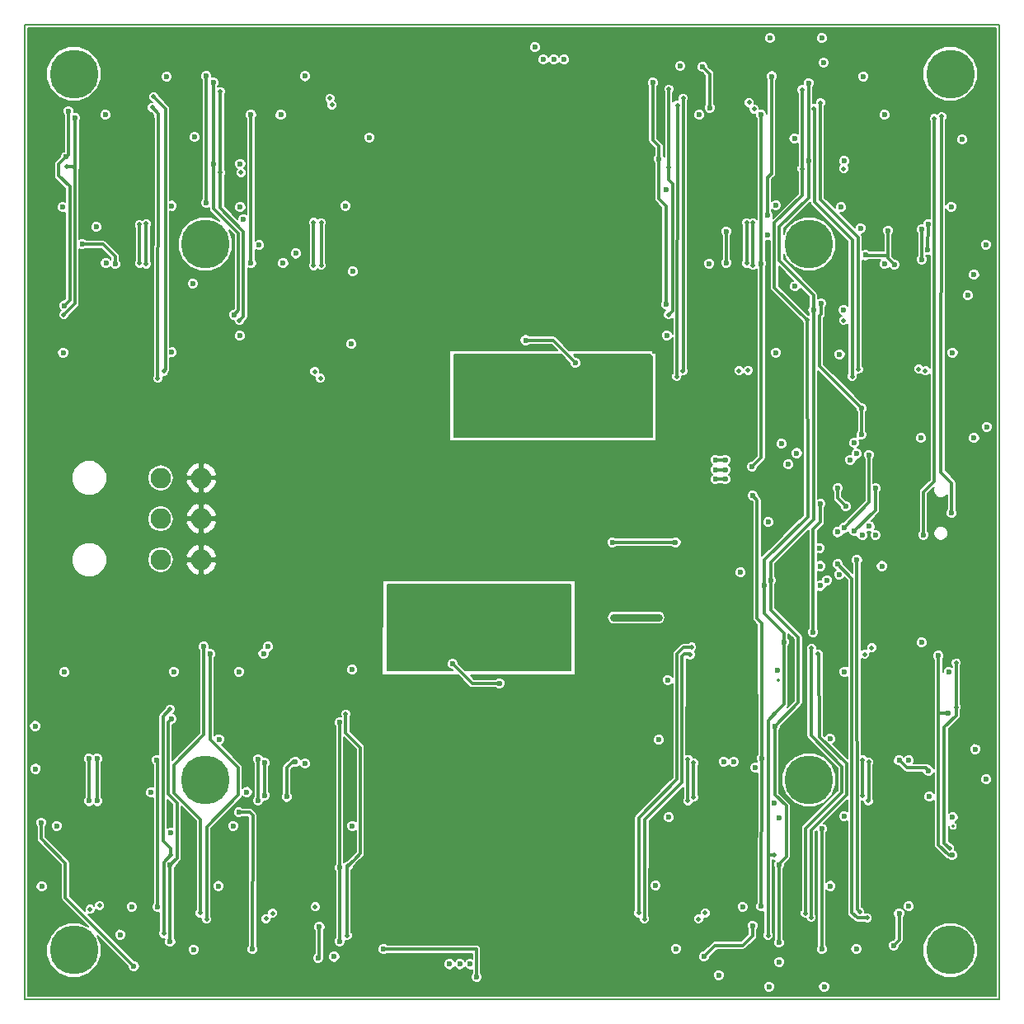
<source format=gbr>
G04 (created by PCBNEW (2013-05-16 BZR 4016)-stable) date 12. 1. 2014 16:37:08*
%MOIN*%
G04 Gerber Fmt 3.4, Leading zero omitted, Abs format*
%FSLAX34Y34*%
G01*
G70*
G90*
G04 APERTURE LIST*
%ADD10C,0.00590551*%
%ADD11C,0.19685*%
%ADD12O,0.0826X0.0826*%
%ADD13C,0.023622*%
%ADD14C,0.019685*%
%ADD15C,0.011811*%
%ADD16C,0.0314961*%
%ADD17C,0.00787402*%
G04 APERTURE END LIST*
G54D10*
X38779Y-61023D02*
X78149Y-61023D01*
X78149Y-61023D02*
X78149Y-21653D01*
X78149Y-21653D02*
X38779Y-21653D01*
X38779Y-21653D02*
X38779Y-61023D01*
G54D11*
X46062Y-30511D03*
X40748Y-23622D03*
X40748Y-59055D03*
X46062Y-52165D03*
X70472Y-52165D03*
X76181Y-59055D03*
X76181Y-23622D03*
X70472Y-30511D03*
G54D12*
X44252Y-43267D03*
X44252Y-41614D03*
X44252Y-39961D03*
X45904Y-39961D03*
X45904Y-41614D03*
X45904Y-43267D03*
G54D13*
X62578Y-45610D03*
X64389Y-45610D03*
X57952Y-48267D03*
X56062Y-47480D03*
X59015Y-34389D03*
X61023Y-35314D03*
X62519Y-42559D03*
X65078Y-42559D03*
G54D14*
X59665Y-35393D03*
X59665Y-35098D03*
X60039Y-35393D03*
X59291Y-35393D03*
X60039Y-35098D03*
X59311Y-35098D03*
X57437Y-36828D03*
X59484Y-36946D03*
X57342Y-47323D03*
X57342Y-47618D03*
X57716Y-47618D03*
X56968Y-47618D03*
X57716Y-47322D03*
X56988Y-47322D03*
X57688Y-45578D03*
X59641Y-45804D03*
G54D13*
X59390Y-22550D03*
X65266Y-23307D03*
X72559Y-29862D03*
X72667Y-23730D03*
X50098Y-23720D03*
X47608Y-29517D03*
X41653Y-29812D03*
X44507Y-23740D03*
X68976Y-23724D03*
X46102Y-23720D03*
X46102Y-28838D03*
X68809Y-29350D03*
X57035Y-60140D03*
X53270Y-59015D03*
X65088Y-58996D03*
X45590Y-59025D03*
X47972Y-59015D03*
X70984Y-59011D03*
X70984Y-54143D03*
X72381Y-59005D03*
X47421Y-53484D03*
X69074Y-53100D03*
X75344Y-52844D03*
X43877Y-52677D03*
X51278Y-59320D03*
X73523Y-31318D03*
X49212Y-31279D03*
X49114Y-25275D03*
X68543Y-31299D03*
X66437Y-31299D03*
X42047Y-31259D03*
X42027Y-25275D03*
X47913Y-25275D03*
X47913Y-31279D03*
X68169Y-39507D03*
X68543Y-25275D03*
X73523Y-25275D03*
X66043Y-25275D03*
X68188Y-40669D03*
X44094Y-51358D03*
X67421Y-51437D03*
X74507Y-51377D03*
X50098Y-51515D03*
G54D14*
X50511Y-57303D03*
G54D13*
X43090Y-57303D03*
X68562Y-51299D03*
X68543Y-57283D03*
X74507Y-57283D03*
X67785Y-57303D03*
X44129Y-57307D03*
X68818Y-41751D03*
X71624Y-42155D03*
G54D14*
X73011Y-46830D03*
X70570Y-46850D03*
X70326Y-57559D03*
X66271Y-57549D03*
X72724Y-47090D03*
X70846Y-47086D03*
X70561Y-57724D03*
X66003Y-57793D03*
X72889Y-51448D03*
X72866Y-53019D03*
X72645Y-52807D03*
X72641Y-51358D03*
X65807Y-52870D03*
X65807Y-51484D03*
X65580Y-51338D03*
X65578Y-53015D03*
X48789Y-57559D03*
X63582Y-57549D03*
X65728Y-46801D03*
X48523Y-57785D03*
X63818Y-57795D03*
X65669Y-47106D03*
G54D13*
X48602Y-46781D03*
X46003Y-46781D03*
G54D14*
X45856Y-57549D03*
X41791Y-57253D03*
X41407Y-57401D03*
X46122Y-57805D03*
G54D13*
X46259Y-47076D03*
X48415Y-47066D03*
X48464Y-51486D03*
X48464Y-52795D03*
X48198Y-53001D03*
X48198Y-51328D03*
X41692Y-51318D03*
X41692Y-53021D03*
X41358Y-53021D03*
X41358Y-51318D03*
G54D14*
X50492Y-35657D03*
X44393Y-35645D03*
X43980Y-24555D03*
X50716Y-35937D03*
X44145Y-35937D03*
X43917Y-24984D03*
X65381Y-24610D03*
X65374Y-35633D03*
X67645Y-35625D03*
X51098Y-24618D03*
X65149Y-24889D03*
X65127Y-35860D03*
X68011Y-35606D03*
X51181Y-24881D03*
X43405Y-31287D03*
X43397Y-29716D03*
X43677Y-31311D03*
X43673Y-29688D03*
X50440Y-31374D03*
X50444Y-29633D03*
X50751Y-29641D03*
X50751Y-31366D03*
X68051Y-24779D03*
X70935Y-24789D03*
X72468Y-35570D03*
X74909Y-35561D03*
X75177Y-35637D03*
X72214Y-35856D03*
X70679Y-25033D03*
X68248Y-25043D03*
G54D13*
X72913Y-41919D03*
X76240Y-41377D03*
G54D14*
X75836Y-25354D03*
G54D13*
X73159Y-42273D03*
X75098Y-42263D03*
G54D14*
X75531Y-25437D03*
X67952Y-29641D03*
X67952Y-31283D03*
X68212Y-29645D03*
X68208Y-31370D03*
G54D13*
X75031Y-31133D03*
X75031Y-29909D03*
X75275Y-30748D03*
X75283Y-29696D03*
X72637Y-42283D03*
X71643Y-43445D03*
G54D14*
X72824Y-57755D03*
G54D13*
X72411Y-43277D03*
G54D14*
X72529Y-57507D03*
G54D13*
X72391Y-38986D03*
X69350Y-38582D03*
X69980Y-38956D03*
X72145Y-39232D03*
X71889Y-41988D03*
X72893Y-39025D03*
X73415Y-43523D03*
X71692Y-43868D03*
X73149Y-40383D03*
X72312Y-42116D03*
X70935Y-43523D03*
X69251Y-58750D03*
X51496Y-58700D03*
X44645Y-58710D03*
X44694Y-49704D03*
X44645Y-55620D03*
X51496Y-55718D03*
X51496Y-49852D03*
X69251Y-55590D03*
X69094Y-50000D03*
X76259Y-55216D03*
X76102Y-49488D03*
X40374Y-32992D03*
X40433Y-26988D03*
X47224Y-33366D03*
X47480Y-27263D03*
X46397Y-27263D03*
X64153Y-23986D03*
X64685Y-32952D03*
X64409Y-27066D03*
X71870Y-33169D03*
X70649Y-33169D03*
X71889Y-27145D03*
X70452Y-27145D03*
X70944Y-44320D03*
X68917Y-44104D03*
X75708Y-47155D03*
X70452Y-23996D03*
X46397Y-23976D03*
X40531Y-25127D03*
G54D14*
X44675Y-55216D03*
X44645Y-49311D03*
X44389Y-58375D03*
X51830Y-55649D03*
X51742Y-49507D03*
X68818Y-58464D03*
X51801Y-58464D03*
X69074Y-55206D03*
X69074Y-49507D03*
X76151Y-54931D03*
X76427Y-49222D03*
G54D13*
X69468Y-46594D03*
G54D14*
X76427Y-47440D03*
X40344Y-33366D03*
X40452Y-27381D03*
X47440Y-33602D03*
X47509Y-27618D03*
X46673Y-24340D03*
X46673Y-27618D03*
X64793Y-33366D03*
X64803Y-27391D03*
X64803Y-24242D03*
X71879Y-27460D03*
X70196Y-27460D03*
X71870Y-33592D03*
X70403Y-33572D03*
G54D13*
X68651Y-44320D03*
G54D14*
X70196Y-24271D03*
G54D13*
X40807Y-25403D03*
X39202Y-51722D03*
X77185Y-50925D03*
X68897Y-22185D03*
X68858Y-60531D03*
X77145Y-38346D03*
X77145Y-31751D03*
X43179Y-59704D03*
X39429Y-53897D03*
X66820Y-60059D03*
X77637Y-52145D03*
X70984Y-22185D03*
X71082Y-60531D03*
X77618Y-30531D03*
X77657Y-37893D03*
X70935Y-41003D03*
X70639Y-46190D03*
X75019Y-46614D03*
X72588Y-38208D03*
X70964Y-32903D03*
X72598Y-37145D03*
X60560Y-59550D03*
X59685Y-59550D03*
X59685Y-60070D03*
X60130Y-60070D03*
X60130Y-59550D03*
X65310Y-60565D03*
X66220Y-60078D03*
X61280Y-60570D03*
X60560Y-60070D03*
X41456Y-60570D03*
X45393Y-60570D03*
X49330Y-60570D03*
X53267Y-60570D03*
X42194Y-58070D03*
X55735Y-60145D03*
X55840Y-23140D03*
X56720Y-22640D03*
X56720Y-23150D03*
X56280Y-22640D03*
X56280Y-23150D03*
X46960Y-22150D03*
X54730Y-22150D03*
X55850Y-22650D03*
X50910Y-22150D03*
X42620Y-22150D03*
X60770Y-22550D03*
X73385Y-44576D03*
X73769Y-44566D03*
X73779Y-44891D03*
X72696Y-44468D03*
X73385Y-44891D03*
X70954Y-40610D03*
G54D14*
X55954Y-43129D03*
X55954Y-42736D03*
X55954Y-42342D03*
X53582Y-43129D03*
X53582Y-42736D03*
X53582Y-42342D03*
X53582Y-41948D03*
X53976Y-41948D03*
X53976Y-42342D03*
X53976Y-42736D03*
X51299Y-43129D03*
X51692Y-43139D03*
X51692Y-42746D03*
X51692Y-42352D03*
X51692Y-41958D03*
X51299Y-41958D03*
X51299Y-42352D03*
X51299Y-42746D03*
X49744Y-43120D03*
X49350Y-43129D03*
X49350Y-42736D03*
X49350Y-42342D03*
X49350Y-41948D03*
X49744Y-41948D03*
X49744Y-42342D03*
X49744Y-42736D03*
G54D13*
X73041Y-60265D03*
X67244Y-59517D03*
X66456Y-22588D03*
X49478Y-59370D03*
X71210Y-44822D03*
X69448Y-44429D03*
X67805Y-45068D03*
X64586Y-45088D03*
X43523Y-59389D03*
X40285Y-50925D03*
X47125Y-32244D03*
X74393Y-36578D03*
X67519Y-24537D03*
X50137Y-24488D03*
X42906Y-24562D03*
G54D14*
X74015Y-55551D03*
X74015Y-55984D03*
X74448Y-55984D03*
X74881Y-55984D03*
X74881Y-55551D03*
X74448Y-55551D03*
X74015Y-55118D03*
X74015Y-55137D03*
X74448Y-54704D03*
X74448Y-54271D03*
X74881Y-54271D03*
X74881Y-54704D03*
X74881Y-55137D03*
X74448Y-55137D03*
X74005Y-54694D03*
X74005Y-54261D03*
X73572Y-54261D03*
X73139Y-54261D03*
X73139Y-54694D03*
X73572Y-54694D03*
X74005Y-55127D03*
X74005Y-55127D03*
X73572Y-55561D03*
X73572Y-55994D03*
X73139Y-55994D03*
X73139Y-55561D03*
X73139Y-55127D03*
X73572Y-55127D03*
X66929Y-55551D03*
X66929Y-55984D03*
X67362Y-55984D03*
X67795Y-55984D03*
X67795Y-55551D03*
X67362Y-55551D03*
X66929Y-55118D03*
X66929Y-55137D03*
X67362Y-54704D03*
X67362Y-54271D03*
X67795Y-54271D03*
X67795Y-54704D03*
X67795Y-55137D03*
X67362Y-55137D03*
X66919Y-54694D03*
X66919Y-54261D03*
X66486Y-54261D03*
X66053Y-54261D03*
X66053Y-54694D03*
X66486Y-54694D03*
X66919Y-55127D03*
X66919Y-55127D03*
X66486Y-55561D03*
X66486Y-55994D03*
X66053Y-55994D03*
X66053Y-55561D03*
X66053Y-55127D03*
X66486Y-55127D03*
X74015Y-49645D03*
X74015Y-50078D03*
X74448Y-50078D03*
X74881Y-50078D03*
X74881Y-49645D03*
X74448Y-49645D03*
X74015Y-49212D03*
X74015Y-49232D03*
X74448Y-48799D03*
X74448Y-48366D03*
X74881Y-48366D03*
X74881Y-48799D03*
X74881Y-49232D03*
X74448Y-49232D03*
X74005Y-48789D03*
X74005Y-48356D03*
X73572Y-48356D03*
X73139Y-48356D03*
X73139Y-48789D03*
X73572Y-48789D03*
X74005Y-49222D03*
X74005Y-49222D03*
X73572Y-49655D03*
X73572Y-50088D03*
X73139Y-50088D03*
X73139Y-49655D03*
X73139Y-49222D03*
X73572Y-49222D03*
X66486Y-49222D03*
X66053Y-49222D03*
X66053Y-49655D03*
X66053Y-50088D03*
X66486Y-50088D03*
X66486Y-49655D03*
X66919Y-49222D03*
X66919Y-49222D03*
X66486Y-48789D03*
X66053Y-48789D03*
X66053Y-48356D03*
X66486Y-48356D03*
X66919Y-48356D03*
X66919Y-48789D03*
X67362Y-49232D03*
X67795Y-49232D03*
X67795Y-48799D03*
X67795Y-48366D03*
X67362Y-48366D03*
X67362Y-48799D03*
X66929Y-49232D03*
X66929Y-49212D03*
X67362Y-49645D03*
X67795Y-49645D03*
X67795Y-50078D03*
X67362Y-50078D03*
X66929Y-50078D03*
X66929Y-49645D03*
X49163Y-55127D03*
X48730Y-55127D03*
X48730Y-55561D03*
X48730Y-55994D03*
X49163Y-55994D03*
X49163Y-55561D03*
X49596Y-55127D03*
X49596Y-55127D03*
X49163Y-54694D03*
X48730Y-54694D03*
X48730Y-54261D03*
X49163Y-54261D03*
X49596Y-54261D03*
X49596Y-54694D03*
X50039Y-55137D03*
X50472Y-55137D03*
X50472Y-54704D03*
X50472Y-54271D03*
X50039Y-54271D03*
X50039Y-54704D03*
X49606Y-55137D03*
X49606Y-55118D03*
X50039Y-55551D03*
X50472Y-55551D03*
X50472Y-55984D03*
X50039Y-55984D03*
X49606Y-55984D03*
X49606Y-55551D03*
X49163Y-49222D03*
X48730Y-49222D03*
X48730Y-49655D03*
X48730Y-50088D03*
X49163Y-50088D03*
X49163Y-49655D03*
X49596Y-49222D03*
X49596Y-49222D03*
X49163Y-48789D03*
X48730Y-48789D03*
X48730Y-48356D03*
X49163Y-48356D03*
X49596Y-48356D03*
X49596Y-48789D03*
X50039Y-49232D03*
X50472Y-49232D03*
X50472Y-48799D03*
X50472Y-48366D03*
X50039Y-48366D03*
X50039Y-48799D03*
X49606Y-49232D03*
X49606Y-49212D03*
X50039Y-49645D03*
X50472Y-49645D03*
X50472Y-50078D03*
X50039Y-50078D03*
X49606Y-50078D03*
X49606Y-49645D03*
X42076Y-55127D03*
X41643Y-55127D03*
X41643Y-55561D03*
X41643Y-55994D03*
X42076Y-55994D03*
X42076Y-55561D03*
X42509Y-55127D03*
X42509Y-55127D03*
X42076Y-54694D03*
X41643Y-54694D03*
X41643Y-54261D03*
X42076Y-54261D03*
X42509Y-54261D03*
X42509Y-54694D03*
X42952Y-55137D03*
X43385Y-55137D03*
X43385Y-54704D03*
X43385Y-54271D03*
X42952Y-54271D03*
X42952Y-54704D03*
X42519Y-55137D03*
X42519Y-55118D03*
X42952Y-55551D03*
X43385Y-55551D03*
X43385Y-55984D03*
X42952Y-55984D03*
X42519Y-55984D03*
X42519Y-55551D03*
X42519Y-49645D03*
X42519Y-50078D03*
X42952Y-50078D03*
X43385Y-50078D03*
X43385Y-49645D03*
X42952Y-49645D03*
X42519Y-49212D03*
X42519Y-49232D03*
X42952Y-48799D03*
X42952Y-48366D03*
X43385Y-48366D03*
X43385Y-48799D03*
X43385Y-49232D03*
X42952Y-49232D03*
X42509Y-48789D03*
X42509Y-48356D03*
X42076Y-48356D03*
X41643Y-48356D03*
X41643Y-48789D03*
X42076Y-48789D03*
X42509Y-49222D03*
X42509Y-49222D03*
X42076Y-49655D03*
X42076Y-50088D03*
X41643Y-50088D03*
X41643Y-49655D03*
X41643Y-49222D03*
X42076Y-49222D03*
X74458Y-33454D03*
X74891Y-33454D03*
X74891Y-33021D03*
X74891Y-32588D03*
X74458Y-32588D03*
X74458Y-33021D03*
X74025Y-33454D03*
X74025Y-33454D03*
X74458Y-33887D03*
X74891Y-33887D03*
X74891Y-34320D03*
X74458Y-34320D03*
X74025Y-34320D03*
X74025Y-33887D03*
X73582Y-33444D03*
X73149Y-33444D03*
X73149Y-33877D03*
X73149Y-34311D03*
X73582Y-34311D03*
X73582Y-33877D03*
X74015Y-33444D03*
X74015Y-33464D03*
X73582Y-33031D03*
X73149Y-33031D03*
X73149Y-32598D03*
X73582Y-32598D03*
X74015Y-32598D03*
X74015Y-33031D03*
X67372Y-33454D03*
X67805Y-33454D03*
X67805Y-33021D03*
X67805Y-32588D03*
X67372Y-32588D03*
X67372Y-33021D03*
X66938Y-33454D03*
X66938Y-33454D03*
X67372Y-33887D03*
X67805Y-33887D03*
X67805Y-34320D03*
X67372Y-34320D03*
X66938Y-34320D03*
X66938Y-33887D03*
X66496Y-33444D03*
X66062Y-33444D03*
X66062Y-33877D03*
X66062Y-34311D03*
X66496Y-34311D03*
X66496Y-33877D03*
X66929Y-33444D03*
X66929Y-33464D03*
X66496Y-33031D03*
X66062Y-33031D03*
X66062Y-32598D03*
X66496Y-32598D03*
X66929Y-32598D03*
X66929Y-33031D03*
X74458Y-27549D03*
X74891Y-27549D03*
X74891Y-27116D03*
X74891Y-26683D03*
X74458Y-26683D03*
X74458Y-27116D03*
X74025Y-27549D03*
X74025Y-27549D03*
X74458Y-27982D03*
X74891Y-27982D03*
X74891Y-28415D03*
X74458Y-28415D03*
X74025Y-28415D03*
X74025Y-27982D03*
X73582Y-27539D03*
X73149Y-27539D03*
X73149Y-27972D03*
X73149Y-28405D03*
X73582Y-28405D03*
X73582Y-27972D03*
X74015Y-27539D03*
X74015Y-27559D03*
X73582Y-27125D03*
X73149Y-27125D03*
X73149Y-26692D03*
X73582Y-26692D03*
X74015Y-26692D03*
X74015Y-27125D03*
X66929Y-27125D03*
X66929Y-26692D03*
X66496Y-26692D03*
X66062Y-26692D03*
X66062Y-27125D03*
X66496Y-27125D03*
X66929Y-27559D03*
X66929Y-27539D03*
X66496Y-27972D03*
X66496Y-28405D03*
X66062Y-28405D03*
X66062Y-27972D03*
X66062Y-27539D03*
X66496Y-27539D03*
X66938Y-27982D03*
X66938Y-28415D03*
X67372Y-28415D03*
X67805Y-28415D03*
X67805Y-27982D03*
X67372Y-27982D03*
X66938Y-27549D03*
X66938Y-27549D03*
X67372Y-27116D03*
X67372Y-26683D03*
X67805Y-26683D03*
X67805Y-27116D03*
X67805Y-27549D03*
X67372Y-27549D03*
X49606Y-33031D03*
X49606Y-32598D03*
X49173Y-32598D03*
X48740Y-32598D03*
X48740Y-33031D03*
X49173Y-33031D03*
X49606Y-33464D03*
X49606Y-33444D03*
X49173Y-33877D03*
X49173Y-34311D03*
X48740Y-34311D03*
X48740Y-33877D03*
X48740Y-33444D03*
X49173Y-33444D03*
X49616Y-33887D03*
X49616Y-34320D03*
X50049Y-34320D03*
X50482Y-34320D03*
X50482Y-33887D03*
X50049Y-33887D03*
X49616Y-33454D03*
X49616Y-33454D03*
X50049Y-33021D03*
X50049Y-32588D03*
X50482Y-32588D03*
X50482Y-33021D03*
X50482Y-33454D03*
X50049Y-33454D03*
X42519Y-33031D03*
X42519Y-32598D03*
X42086Y-32598D03*
X41653Y-32598D03*
X41653Y-33031D03*
X42086Y-33031D03*
X42519Y-33464D03*
X42519Y-33444D03*
X42086Y-33877D03*
X42086Y-34311D03*
X41653Y-34311D03*
X41653Y-33877D03*
X41653Y-33444D03*
X42086Y-33444D03*
X42529Y-33887D03*
X42529Y-34320D03*
X42962Y-34320D03*
X43395Y-34320D03*
X43395Y-33887D03*
X42962Y-33887D03*
X42529Y-33454D03*
X42529Y-33454D03*
X42962Y-33021D03*
X42962Y-32588D03*
X43395Y-32588D03*
X43395Y-33021D03*
X43395Y-33454D03*
X42962Y-33454D03*
X49606Y-27125D03*
X49606Y-26692D03*
X49173Y-26692D03*
X48740Y-26692D03*
X48740Y-27125D03*
X49173Y-27125D03*
X49606Y-27559D03*
X49606Y-27539D03*
X49173Y-27972D03*
X49173Y-28405D03*
X48740Y-28405D03*
X48740Y-27972D03*
X48740Y-27539D03*
X49173Y-27539D03*
X49616Y-27982D03*
X49616Y-28415D03*
X50049Y-28415D03*
X50482Y-28415D03*
X50482Y-27982D03*
X50049Y-27982D03*
X49616Y-27549D03*
X49616Y-27549D03*
X50049Y-27116D03*
X50049Y-26683D03*
X50482Y-26683D03*
X50482Y-27116D03*
X50482Y-27549D03*
X50049Y-27549D03*
X42962Y-27549D03*
X43395Y-27549D03*
X43395Y-27116D03*
X43395Y-26683D03*
X42962Y-26683D03*
X42962Y-27116D03*
X42529Y-27549D03*
X42529Y-27549D03*
X42962Y-27982D03*
X43395Y-27982D03*
X43395Y-28415D03*
X42962Y-28415D03*
X42529Y-28415D03*
X42529Y-27982D03*
X42086Y-27539D03*
X41653Y-27539D03*
X41653Y-27972D03*
X41653Y-28405D03*
X42086Y-28405D03*
X42086Y-27972D03*
X42519Y-27539D03*
X42519Y-27559D03*
X42086Y-27125D03*
X41653Y-27125D03*
X41653Y-26692D03*
X42086Y-26692D03*
X42519Y-26692D03*
X42519Y-27125D03*
G54D13*
X62913Y-22145D03*
X66850Y-22145D03*
X77204Y-24862D03*
X76417Y-56318D03*
X77342Y-57480D03*
X74783Y-60098D03*
X73614Y-58122D03*
X68031Y-42322D03*
X67362Y-42992D03*
X66535Y-43759D03*
X65433Y-43799D03*
X64566Y-43996D03*
X68110Y-37775D03*
X66535Y-37775D03*
X64566Y-37775D03*
X63700Y-44350D03*
X63700Y-46318D03*
X63700Y-48287D03*
X63700Y-51043D03*
X63070Y-51574D03*
X59448Y-49625D03*
X59842Y-49625D03*
X60236Y-49625D03*
X60629Y-49625D03*
X61023Y-49625D03*
X61417Y-49625D03*
X61811Y-49625D03*
X59055Y-51555D03*
X57165Y-51555D03*
X54133Y-51082D03*
X54133Y-49507D03*
X54133Y-48326D03*
G54D14*
X74551Y-24598D03*
G54D13*
X73070Y-22972D03*
X57559Y-33110D03*
X57165Y-33110D03*
X56771Y-33110D03*
X56377Y-33110D03*
X55984Y-33110D03*
X55590Y-33110D03*
X55196Y-33110D03*
X63307Y-31377D03*
X63307Y-32952D03*
X63307Y-34704D03*
X61988Y-34704D03*
X58031Y-31082D03*
X59881Y-31082D03*
X53661Y-36732D03*
X52992Y-36732D03*
X52992Y-34960D03*
X52992Y-32992D03*
X52992Y-31023D03*
X54133Y-30984D03*
G54D14*
X48188Y-45098D03*
X48582Y-45098D03*
X48976Y-45098D03*
X49370Y-45098D03*
X49763Y-45098D03*
X52125Y-45098D03*
X51732Y-45098D03*
X51338Y-45098D03*
X50944Y-45098D03*
X50551Y-45098D03*
X50157Y-45098D03*
X53976Y-43129D03*
X55954Y-41948D03*
X55561Y-41948D03*
X55561Y-42342D03*
X55561Y-42736D03*
X55561Y-43129D03*
G54D13*
X66948Y-52282D03*
X71830Y-56318D03*
X76377Y-32007D03*
G54D14*
X50141Y-36555D03*
X66653Y-58055D03*
G54D13*
X39823Y-34291D03*
X76181Y-26338D03*
X39940Y-56318D03*
X43287Y-46181D03*
X45610Y-50295D03*
X45294Y-48366D03*
X46969Y-28405D03*
X39804Y-28385D03*
X76692Y-28366D03*
X67775Y-46141D03*
X64763Y-47618D03*
X69783Y-48385D03*
X66397Y-46141D03*
X64763Y-56338D03*
X64292Y-54271D03*
X69842Y-54271D03*
X76790Y-34291D03*
X76790Y-54271D03*
X73956Y-52302D03*
X74547Y-46141D03*
X73405Y-46102D03*
X71811Y-50413D03*
X71201Y-34311D03*
X76712Y-48366D03*
X76643Y-50177D03*
X71260Y-28385D03*
X71092Y-32312D03*
X71456Y-25984D03*
X73917Y-30433D03*
X66830Y-30355D03*
X67263Y-36480D03*
X69448Y-32204D03*
X66141Y-36456D03*
X73188Y-36437D03*
X52204Y-26299D03*
X43208Y-36535D03*
X48799Y-36515D03*
X45059Y-32204D03*
X41771Y-36515D03*
X64232Y-34822D03*
X69409Y-26299D03*
X64173Y-28917D03*
X52706Y-56013D03*
X45078Y-56082D03*
X52480Y-48405D03*
X49350Y-46161D03*
X49625Y-52361D03*
X51889Y-53524D03*
X44655Y-53316D03*
X42539Y-52184D03*
X51535Y-32263D03*
X46948Y-34803D03*
X49448Y-30432D03*
X42519Y-30392D03*
X68937Y-23169D03*
X62224Y-33169D03*
X62224Y-33562D03*
X62224Y-33956D03*
X62224Y-34350D03*
X63425Y-41968D03*
X63425Y-41574D03*
X63425Y-41181D03*
X55118Y-49507D03*
X55118Y-49114D03*
X55118Y-48720D03*
X55118Y-48326D03*
X66496Y-38543D03*
X66102Y-38543D03*
X65708Y-38543D03*
X65314Y-38543D03*
G54D14*
X65098Y-41751D03*
X64744Y-41751D03*
X65098Y-41417D03*
X64744Y-41417D03*
G54D13*
X68543Y-40078D03*
X47342Y-56534D03*
X41948Y-46161D03*
X47342Y-50629D03*
X52568Y-50403D03*
X69793Y-50442D03*
X69812Y-56505D03*
X69566Y-28346D03*
X64468Y-25905D03*
X69625Y-34271D03*
X64153Y-32047D03*
X51850Y-34034D03*
X52224Y-28385D03*
X45196Y-34271D03*
X45137Y-26299D03*
X45216Y-28366D03*
X47106Y-26574D03*
X39458Y-32234D03*
X40039Y-26318D03*
X46909Y-48405D03*
X71397Y-54330D03*
X47322Y-54546D03*
X40196Y-54546D03*
X39881Y-48405D03*
X71417Y-48385D03*
X71958Y-41112D03*
X71633Y-40374D03*
X49723Y-30885D03*
X48238Y-30551D03*
X75305Y-51791D03*
X74114Y-51377D03*
X66456Y-25000D03*
X66171Y-23346D03*
X42421Y-31318D03*
X41092Y-30511D03*
X66220Y-59311D03*
X68188Y-58061D03*
X67125Y-31259D03*
X67125Y-30000D03*
X68809Y-30147D03*
X72765Y-30954D03*
X73917Y-31338D03*
X73661Y-29960D03*
X74114Y-57559D03*
X73897Y-58858D03*
X47746Y-52658D03*
X49350Y-52854D03*
X49704Y-51437D03*
X42618Y-58425D03*
X68306Y-51673D03*
X67027Y-51427D03*
X50679Y-58120D03*
X50620Y-59370D03*
X60150Y-23050D03*
X60570Y-23050D03*
X59730Y-23050D03*
X56360Y-59620D03*
X55940Y-59620D03*
X56780Y-59620D03*
X70905Y-42795D03*
X69635Y-39419D03*
X69133Y-34901D03*
X71200Y-44094D03*
X67706Y-43780D03*
X76279Y-34901D03*
X39183Y-49990D03*
X76663Y-26279D03*
X47480Y-29015D03*
X40314Y-34901D03*
X64409Y-50551D03*
X64763Y-48129D03*
X69192Y-47755D03*
X64271Y-56437D03*
X64803Y-53681D03*
X69271Y-53700D03*
X71338Y-56456D03*
X76279Y-53681D03*
X71889Y-53641D03*
X71318Y-50511D03*
X71712Y-34960D03*
X76122Y-47795D03*
X71909Y-47795D03*
X71771Y-29015D03*
X76889Y-32578D03*
X76220Y-28996D03*
X69911Y-32214D03*
X64724Y-34192D03*
X69881Y-26240D03*
X69133Y-28937D03*
X64685Y-28307D03*
X52007Y-47716D03*
X46614Y-50531D03*
X47421Y-47795D03*
X46594Y-56456D03*
X52007Y-54035D03*
X47185Y-54035D03*
X44665Y-54311D03*
X39448Y-56476D03*
X40059Y-54035D03*
X40374Y-47814D03*
X44783Y-47795D03*
X52027Y-31614D03*
X51968Y-34547D03*
X47460Y-34212D03*
X45551Y-32106D03*
X52696Y-26200D03*
X45629Y-26181D03*
X40295Y-29015D03*
X72303Y-38543D03*
X67086Y-40019D03*
X66692Y-40019D03*
X66692Y-39625D03*
X67086Y-39625D03*
X67086Y-39232D03*
X66692Y-39232D03*
X75000Y-38346D03*
X51732Y-28956D03*
X44704Y-34881D03*
X44704Y-28956D03*
X69271Y-59527D03*
X71062Y-23169D03*
G54D15*
X76299Y-54036D02*
X76299Y-54035D01*
X69232Y-48130D02*
X69232Y-48129D01*
G54D16*
X64389Y-45610D02*
X62578Y-45610D01*
G54D15*
X56850Y-48267D02*
X57952Y-48267D01*
X56062Y-47480D02*
X56850Y-48267D01*
X60137Y-34389D02*
X59015Y-34389D01*
X61023Y-35314D02*
X60137Y-34389D01*
X65078Y-42559D02*
X62519Y-42559D01*
X57342Y-47323D02*
X57342Y-47322D01*
X68956Y-23744D02*
X68956Y-27657D01*
X68956Y-23744D02*
X68976Y-23724D01*
X68799Y-27814D02*
X68799Y-29350D01*
X68956Y-27657D02*
X68799Y-27814D01*
X68799Y-29350D02*
X68809Y-29350D01*
X46102Y-28838D02*
X46102Y-23720D01*
X55910Y-59015D02*
X57029Y-59015D01*
X57035Y-59021D02*
X57035Y-60140D01*
X57029Y-59015D02*
X57035Y-59021D01*
X53270Y-59015D02*
X55910Y-59015D01*
X47982Y-53602D02*
X47972Y-59015D01*
X47982Y-53602D02*
X47864Y-53484D01*
X70984Y-59011D02*
X70984Y-54143D01*
X70984Y-59011D02*
X70984Y-59011D01*
X47864Y-53484D02*
X47421Y-53484D01*
X47913Y-25275D02*
X47913Y-31279D01*
X68169Y-39507D02*
X68543Y-39133D01*
X68543Y-39133D02*
X68543Y-31299D01*
X68543Y-31299D02*
X68543Y-25275D01*
X68553Y-46250D02*
X68553Y-45826D01*
X68375Y-40856D02*
X68188Y-40669D01*
X68375Y-45649D02*
X68375Y-40856D01*
X68553Y-45826D02*
X68375Y-45649D01*
X68553Y-46230D02*
X68553Y-46250D01*
X68553Y-46250D02*
X68553Y-46230D01*
X68553Y-46230D02*
X68562Y-51299D01*
X68562Y-51299D02*
X68543Y-57283D01*
X44094Y-51358D02*
X44129Y-51507D01*
X44129Y-51507D02*
X44133Y-52027D01*
X44133Y-52027D02*
X44129Y-57307D01*
X70570Y-46850D02*
X70551Y-46870D01*
X70551Y-46870D02*
X70551Y-50383D01*
X70551Y-50383D02*
X71791Y-51645D01*
X71791Y-51645D02*
X71791Y-52687D01*
X71791Y-52687D02*
X70334Y-54122D01*
X70334Y-54122D02*
X70326Y-57559D01*
X70846Y-47086D02*
X70875Y-47116D01*
X70875Y-47116D02*
X70885Y-50433D01*
X70885Y-50433D02*
X71988Y-51514D01*
X71988Y-51514D02*
X71988Y-52765D01*
X71988Y-52765D02*
X70551Y-54202D01*
X70551Y-54202D02*
X70561Y-57724D01*
X72885Y-53000D02*
X72889Y-51448D01*
X72866Y-53019D02*
X72885Y-53000D01*
X72641Y-51358D02*
X72645Y-52807D01*
X65807Y-51484D02*
X65807Y-52870D01*
X65580Y-51338D02*
X65578Y-53015D01*
X63582Y-53700D02*
X63582Y-57549D01*
X65137Y-52145D02*
X63582Y-53700D01*
X65137Y-47086D02*
X65137Y-52145D01*
X65403Y-46820D02*
X65137Y-47086D01*
X65708Y-46820D02*
X65403Y-46820D01*
X65728Y-46801D02*
X65708Y-46820D01*
X63838Y-53779D02*
X63818Y-57795D01*
X65334Y-52283D02*
X63838Y-53779D01*
X65344Y-47165D02*
X65334Y-52283D01*
X65423Y-47086D02*
X65344Y-47165D01*
X65649Y-47086D02*
X65423Y-47086D01*
X65669Y-47106D02*
X65649Y-47086D01*
X46003Y-50354D02*
X46003Y-46781D01*
X44793Y-51564D02*
X46003Y-50354D01*
X44793Y-52696D02*
X44793Y-51564D01*
X45866Y-53769D02*
X44793Y-52696D01*
X45866Y-57539D02*
X45866Y-53769D01*
X45856Y-57549D02*
X45866Y-57539D01*
X46122Y-54064D02*
X46122Y-57805D01*
X47401Y-52785D02*
X46122Y-54064D01*
X47401Y-51683D02*
X47401Y-52785D01*
X46269Y-50551D02*
X47401Y-51683D01*
X46269Y-47086D02*
X46269Y-50551D01*
X46259Y-47076D02*
X46269Y-47086D01*
X48464Y-52795D02*
X48464Y-51486D01*
X48198Y-51328D02*
X48198Y-53001D01*
X41692Y-51299D02*
X41692Y-51318D01*
X41692Y-53021D02*
X41692Y-51299D01*
X41358Y-51318D02*
X41358Y-53021D01*
X44393Y-35645D02*
X44452Y-35586D01*
X44452Y-35586D02*
X44456Y-29132D01*
X44456Y-29132D02*
X44456Y-29132D01*
X44452Y-25051D02*
X44452Y-25027D01*
X44456Y-29132D02*
X44452Y-25051D01*
X44452Y-25027D02*
X43980Y-24555D01*
X44157Y-25421D02*
X44157Y-25224D01*
X44157Y-25421D02*
X44145Y-35937D01*
X44157Y-25224D02*
X43917Y-24984D01*
X65383Y-35624D02*
X65381Y-24610D01*
X65374Y-35633D02*
X65383Y-35624D01*
X65149Y-24889D02*
X65127Y-35860D01*
X43397Y-31279D02*
X43397Y-29716D01*
X43405Y-31287D02*
X43397Y-31279D01*
X43677Y-29692D02*
X43677Y-31311D01*
X43673Y-29688D02*
X43677Y-29692D01*
X50444Y-29633D02*
X50440Y-31374D01*
X50751Y-31366D02*
X50751Y-29641D01*
X70935Y-28700D02*
X70935Y-24789D01*
X72460Y-30226D02*
X70935Y-28700D01*
X72468Y-35570D02*
X72460Y-30226D01*
X72214Y-30334D02*
X72214Y-35856D01*
X70698Y-28818D02*
X72214Y-30334D01*
X70698Y-25053D02*
X70698Y-28818D01*
X70679Y-25033D02*
X70698Y-25053D01*
X76240Y-40157D02*
X75807Y-39724D01*
X75807Y-39724D02*
X75836Y-25354D01*
X76240Y-40157D02*
X76240Y-41377D01*
X75531Y-25437D02*
X75531Y-40108D01*
X75531Y-40108D02*
X75098Y-40541D01*
X75098Y-40541D02*
X75098Y-42263D01*
X67952Y-29641D02*
X67952Y-31283D01*
X68208Y-31370D02*
X68212Y-29645D01*
X75031Y-31133D02*
X75031Y-29909D01*
X75283Y-29696D02*
X75275Y-30748D01*
X72194Y-44025D02*
X72185Y-44025D01*
X72185Y-44025D02*
X71643Y-43445D01*
X71643Y-43445D02*
X71633Y-43435D01*
X72194Y-44025D02*
X72194Y-44025D01*
X72194Y-44025D02*
X72196Y-57531D01*
X72421Y-57755D02*
X72824Y-57755D01*
X72196Y-57531D02*
X72421Y-57755D01*
X72194Y-44025D02*
X72194Y-44025D01*
X72411Y-43690D02*
X72411Y-43277D01*
X72417Y-57397D02*
X72411Y-43690D01*
X72529Y-57507D02*
X72417Y-57397D01*
X72903Y-40935D02*
X71889Y-41988D01*
X72903Y-39035D02*
X72903Y-40935D01*
X72893Y-39025D02*
X72903Y-39035D01*
X73149Y-41269D02*
X73149Y-40383D01*
X72312Y-42116D02*
X73149Y-41269D01*
X69251Y-58750D02*
X69251Y-55590D01*
X51496Y-55718D02*
X51496Y-58700D01*
X44645Y-58710D02*
X44645Y-55620D01*
X44694Y-49704D02*
X44694Y-49714D01*
X44694Y-49714D02*
X44566Y-49842D01*
X44566Y-49842D02*
X44566Y-52755D01*
X44566Y-52755D02*
X44921Y-53110D01*
X44921Y-53110D02*
X44921Y-55344D01*
X44921Y-55344D02*
X44645Y-55620D01*
X51496Y-49852D02*
X51496Y-55718D01*
X75708Y-54803D02*
X76122Y-55216D01*
X76122Y-55216D02*
X76259Y-55216D01*
X75708Y-54803D02*
X75708Y-49488D01*
X75708Y-49488D02*
X76102Y-49488D01*
X40374Y-32992D02*
X40590Y-32775D01*
X40137Y-27283D02*
X40433Y-26988D01*
X40137Y-27736D02*
X40137Y-27283D01*
X40590Y-28188D02*
X40137Y-27736D01*
X40590Y-32775D02*
X40590Y-28188D01*
X46397Y-29064D02*
X47411Y-30078D01*
X47411Y-30078D02*
X47411Y-33179D01*
X47411Y-33179D02*
X47224Y-33366D01*
X46397Y-29064D02*
X46397Y-27263D01*
X64409Y-27066D02*
X64409Y-26555D01*
X64153Y-26299D02*
X64153Y-23986D01*
X64409Y-26555D02*
X64153Y-26299D01*
X64409Y-28681D02*
X64685Y-28956D01*
X64685Y-28956D02*
X64685Y-32952D01*
X64409Y-27066D02*
X64409Y-28681D01*
X68917Y-45295D02*
X68917Y-44104D01*
X68917Y-44104D02*
X68917Y-44104D01*
X68917Y-45295D02*
X70039Y-46407D01*
X69547Y-55275D02*
X69251Y-55570D01*
X69251Y-55570D02*
X69251Y-55590D01*
X70039Y-49045D02*
X69084Y-49990D01*
X69547Y-53218D02*
X69547Y-55275D01*
X69094Y-52765D02*
X69547Y-53218D01*
X69084Y-49990D02*
X69094Y-52765D01*
X70039Y-46407D02*
X70039Y-49045D01*
X68917Y-43376D02*
X68917Y-44104D01*
X68917Y-45295D02*
X68917Y-45295D01*
X70649Y-41633D02*
X68917Y-43376D01*
X70649Y-37795D02*
X70649Y-41633D01*
X75708Y-47155D02*
X75708Y-49488D01*
X70649Y-33169D02*
X70649Y-37795D01*
X70649Y-32559D02*
X70649Y-33169D01*
X69271Y-31181D02*
X70649Y-32559D01*
X69271Y-29812D02*
X69271Y-31181D01*
X70452Y-28631D02*
X69271Y-29812D01*
X70452Y-27145D02*
X70452Y-28631D01*
X70452Y-27145D02*
X70452Y-23996D01*
X46397Y-27263D02*
X46397Y-23976D01*
X40531Y-26889D02*
X40531Y-25127D01*
X40433Y-26988D02*
X40531Y-26889D01*
X44350Y-49606D02*
X44645Y-49311D01*
X44675Y-55216D02*
X44675Y-54950D01*
X44389Y-58375D02*
X44389Y-55501D01*
X44389Y-55501D02*
X44675Y-55216D01*
X44675Y-54950D02*
X44350Y-54625D01*
X44350Y-54625D02*
X44350Y-49606D01*
X51801Y-58464D02*
X51801Y-55679D01*
X51742Y-50265D02*
X52332Y-50856D01*
X52332Y-50856D02*
X52332Y-55147D01*
X52332Y-55147D02*
X52086Y-55393D01*
X51742Y-49507D02*
X51742Y-50265D01*
X68818Y-58464D02*
X68818Y-55206D01*
X51801Y-55679D02*
X52086Y-55393D01*
X68818Y-55206D02*
X69074Y-55206D01*
X68818Y-49763D02*
X68818Y-55206D01*
X68818Y-49763D02*
X69074Y-49507D01*
X76427Y-49557D02*
X75944Y-50039D01*
X75944Y-50039D02*
X75944Y-54724D01*
X75944Y-54724D02*
X76151Y-54931D01*
X76427Y-49557D02*
X76427Y-49222D01*
X76427Y-49222D02*
X76427Y-47440D01*
X69468Y-46732D02*
X69468Y-46594D01*
X69468Y-49114D02*
X69468Y-46732D01*
X40344Y-33366D02*
X40797Y-32913D01*
X40797Y-27470D02*
X40807Y-27460D01*
X40797Y-32913D02*
X40797Y-27470D01*
X40452Y-27381D02*
X40728Y-27381D01*
X40728Y-27381D02*
X40807Y-27460D01*
X46673Y-29055D02*
X47608Y-29990D01*
X47608Y-29990D02*
X47608Y-33435D01*
X47608Y-33435D02*
X47440Y-33602D01*
X46673Y-29055D02*
X46673Y-27618D01*
X46673Y-27618D02*
X46673Y-24340D01*
X64803Y-27913D02*
X64950Y-28061D01*
X64950Y-28061D02*
X64950Y-33208D01*
X64950Y-33208D02*
X64793Y-33366D01*
X64803Y-27913D02*
X64803Y-27391D01*
X64803Y-24242D02*
X64803Y-27391D01*
X68651Y-45433D02*
X68651Y-44320D01*
X69468Y-46594D02*
X69468Y-46594D01*
X69468Y-46594D02*
X69468Y-46250D01*
X69468Y-46250D02*
X68651Y-45433D01*
X68651Y-43267D02*
X68651Y-44320D01*
X70196Y-24271D02*
X70196Y-27460D01*
X70196Y-28533D02*
X70196Y-27460D01*
X70413Y-33582D02*
X70417Y-41531D01*
X70417Y-41531D02*
X68651Y-43267D01*
X69074Y-32263D02*
X69074Y-30688D01*
X70389Y-33573D02*
X69074Y-32263D01*
X70389Y-33559D02*
X70389Y-33573D01*
X70413Y-33582D02*
X70389Y-33559D01*
X69074Y-30688D02*
X69074Y-29655D01*
X69074Y-29655D02*
X70196Y-28533D01*
X40807Y-27460D02*
X40807Y-25403D01*
X69074Y-49507D02*
X69468Y-49114D01*
X39429Y-54547D02*
X39429Y-53897D01*
X40413Y-55531D02*
X39429Y-54547D01*
X40413Y-56938D02*
X40413Y-55531D01*
X40413Y-56938D02*
X43179Y-59704D01*
X70639Y-46190D02*
X70639Y-42043D01*
X70639Y-42043D02*
X70935Y-41738D01*
X70935Y-41738D02*
X70935Y-41003D01*
X72598Y-37883D02*
X72598Y-38208D01*
X72598Y-38208D02*
X72588Y-38208D01*
X72598Y-37145D02*
X72598Y-37883D01*
X70885Y-35433D02*
X70885Y-33415D01*
X70964Y-33336D02*
X70964Y-32903D01*
X70885Y-33415D02*
X70964Y-33336D01*
X70885Y-35433D02*
X70885Y-35433D01*
X70885Y-35433D02*
X72598Y-37145D01*
X65310Y-60565D02*
X61285Y-60565D01*
X61285Y-60565D02*
X61280Y-60570D01*
X41456Y-60570D02*
X45393Y-60570D01*
X49330Y-60570D02*
X53267Y-60570D01*
X55230Y-22650D02*
X54730Y-22150D01*
X55230Y-22650D02*
X55850Y-22650D01*
X46960Y-22150D02*
X50910Y-22150D01*
X68937Y-23188D02*
X67893Y-23188D01*
X67893Y-23188D02*
X66850Y-22145D01*
X68110Y-37775D02*
X68110Y-37795D01*
X64566Y-37775D02*
X66535Y-37775D01*
X55118Y-49114D02*
X55118Y-49507D01*
X55118Y-48326D02*
X55118Y-48720D01*
X66102Y-38543D02*
X66496Y-38543D01*
X65314Y-38543D02*
X65708Y-38543D01*
X71958Y-41112D02*
X71633Y-40787D01*
X71633Y-40787D02*
X71633Y-40374D01*
X74419Y-51683D02*
X74114Y-51377D01*
X75196Y-51683D02*
X74419Y-51683D01*
X75305Y-51791D02*
X75196Y-51683D01*
X66456Y-25000D02*
X66456Y-23631D01*
X66456Y-23631D02*
X66171Y-23346D01*
X41102Y-30521D02*
X41092Y-30511D01*
X41929Y-30521D02*
X41102Y-30521D01*
X42421Y-31013D02*
X41929Y-30521D01*
X42421Y-31318D02*
X42421Y-31013D01*
X68188Y-58474D02*
X68188Y-58061D01*
X67805Y-58858D02*
X68188Y-58474D01*
X66674Y-58858D02*
X67805Y-58858D01*
X66220Y-59311D02*
X66674Y-58858D01*
X67125Y-30000D02*
X67125Y-31259D01*
X72775Y-30964D02*
X73661Y-30964D01*
X72765Y-30954D02*
X72775Y-30964D01*
X73661Y-31082D02*
X73661Y-30964D01*
X73661Y-30964D02*
X73661Y-29960D01*
X73661Y-31082D02*
X73917Y-31338D01*
X74114Y-58641D02*
X74114Y-57559D01*
X73897Y-58858D02*
X74114Y-58641D01*
X49350Y-52854D02*
X49350Y-51673D01*
X49350Y-51673D02*
X49586Y-51437D01*
X49586Y-51437D02*
X49704Y-51437D01*
X50679Y-59311D02*
X50679Y-58120D01*
X50620Y-59370D02*
X50679Y-59311D01*
X67706Y-43780D02*
X67706Y-43789D01*
X66692Y-40019D02*
X67086Y-40019D01*
X67086Y-39625D02*
X66692Y-39625D01*
X66692Y-39232D02*
X67086Y-39232D01*
G54D10*
G36*
X44744Y-54087D02*
X44712Y-54074D01*
X44618Y-54074D01*
X44531Y-54110D01*
X44527Y-54114D01*
X44527Y-52967D01*
X44744Y-53183D01*
X44744Y-54087D01*
X44744Y-54087D01*
G37*
G54D17*
X44744Y-54087D02*
X44712Y-54074D01*
X44618Y-54074D01*
X44531Y-54110D01*
X44527Y-54114D01*
X44527Y-52967D01*
X44744Y-53183D01*
X44744Y-54087D01*
G54D10*
G36*
X52155Y-55074D02*
X51961Y-55268D01*
X51961Y-55268D01*
X51961Y-55268D01*
X51796Y-55433D01*
X51787Y-55433D01*
X51708Y-55465D01*
X51673Y-55500D01*
X51673Y-50447D01*
X52155Y-50929D01*
X52155Y-53848D01*
X52141Y-53835D01*
X52055Y-53799D01*
X51961Y-53799D01*
X51874Y-53835D01*
X51807Y-53901D01*
X51771Y-53988D01*
X51771Y-54082D01*
X51807Y-54169D01*
X51873Y-54235D01*
X51960Y-54271D01*
X52054Y-54271D01*
X52141Y-54235D01*
X52155Y-54221D01*
X52155Y-55074D01*
X52155Y-55074D01*
G37*
G54D17*
X52155Y-55074D02*
X51961Y-55268D01*
X51961Y-55268D01*
X51961Y-55268D01*
X51796Y-55433D01*
X51787Y-55433D01*
X51708Y-55465D01*
X51673Y-55500D01*
X51673Y-50447D01*
X52155Y-50929D01*
X52155Y-53848D01*
X52141Y-53835D01*
X52055Y-53799D01*
X51961Y-53799D01*
X51874Y-53835D01*
X51807Y-53901D01*
X51771Y-53988D01*
X51771Y-54082D01*
X51807Y-54169D01*
X51873Y-54235D01*
X51960Y-54271D01*
X52054Y-54271D01*
X52141Y-54235D01*
X52155Y-54221D01*
X52155Y-55074D01*
G54D10*
G36*
X69862Y-48971D02*
X69598Y-49232D01*
X69632Y-49181D01*
X69645Y-49114D01*
X69645Y-46751D01*
X69668Y-46728D01*
X69704Y-46641D01*
X69704Y-46547D01*
X69668Y-46460D01*
X69645Y-46437D01*
X69645Y-46268D01*
X69862Y-46483D01*
X69862Y-48971D01*
X69862Y-48971D01*
G37*
G54D17*
X69862Y-48971D02*
X69598Y-49232D01*
X69632Y-49181D01*
X69645Y-49114D01*
X69645Y-46751D01*
X69668Y-46728D01*
X69704Y-46641D01*
X69704Y-46547D01*
X69668Y-46460D01*
X69645Y-46437D01*
X69645Y-46268D01*
X69862Y-46483D01*
X69862Y-48971D01*
G54D10*
G36*
X70472Y-33366D02*
X70446Y-33356D01*
X70422Y-33356D01*
X69251Y-32190D01*
X69251Y-31411D01*
X69831Y-31991D01*
X69777Y-32014D01*
X69711Y-32080D01*
X69675Y-32167D01*
X69675Y-32261D01*
X69711Y-32348D01*
X69777Y-32414D01*
X69864Y-32450D01*
X69958Y-32450D01*
X70045Y-32414D01*
X70111Y-32348D01*
X70134Y-32294D01*
X70472Y-32632D01*
X70472Y-33012D01*
X70449Y-33035D01*
X70413Y-33122D01*
X70413Y-33216D01*
X70449Y-33302D01*
X70472Y-33326D01*
X70472Y-33366D01*
X70472Y-33366D01*
G37*
G54D17*
X70472Y-33366D02*
X70446Y-33356D01*
X70422Y-33356D01*
X69251Y-32190D01*
X69251Y-31411D01*
X69831Y-31991D01*
X69777Y-32014D01*
X69711Y-32080D01*
X69675Y-32167D01*
X69675Y-32261D01*
X69711Y-32348D01*
X69777Y-32414D01*
X69864Y-32450D01*
X69958Y-32450D01*
X70045Y-32414D01*
X70111Y-32348D01*
X70134Y-32294D01*
X70472Y-32632D01*
X70472Y-33012D01*
X70449Y-33035D01*
X70413Y-33122D01*
X70413Y-33216D01*
X70449Y-33302D01*
X70472Y-33326D01*
X70472Y-33366D01*
G54D10*
G36*
X78031Y-60905D02*
X77893Y-60905D01*
X77893Y-37846D01*
X77857Y-37760D01*
X77854Y-37756D01*
X77854Y-30484D01*
X77818Y-30397D01*
X77752Y-30331D01*
X77665Y-30295D01*
X77571Y-30295D01*
X77484Y-30331D01*
X77417Y-30397D01*
X77381Y-30484D01*
X77381Y-30578D01*
X77417Y-30665D01*
X77484Y-30731D01*
X77570Y-30767D01*
X77664Y-30767D01*
X77751Y-30731D01*
X77818Y-30665D01*
X77854Y-30578D01*
X77854Y-30484D01*
X77854Y-37756D01*
X77791Y-37693D01*
X77704Y-37657D01*
X77610Y-37657D01*
X77523Y-37693D01*
X77457Y-37759D01*
X77421Y-37846D01*
X77421Y-37940D01*
X77457Y-38027D01*
X77523Y-38093D01*
X77610Y-38129D01*
X77704Y-38129D01*
X77791Y-38094D01*
X77857Y-38027D01*
X77893Y-37940D01*
X77893Y-37846D01*
X77893Y-60905D01*
X77874Y-60905D01*
X77874Y-52098D01*
X77838Y-52012D01*
X77771Y-51945D01*
X77684Y-51909D01*
X77591Y-51909D01*
X77504Y-51945D01*
X77437Y-52011D01*
X77421Y-52051D01*
X77421Y-50878D01*
X77385Y-50791D01*
X77381Y-50788D01*
X77381Y-38299D01*
X77381Y-31705D01*
X77346Y-31618D01*
X77283Y-31555D01*
X77283Y-23403D01*
X77116Y-22998D01*
X76806Y-22688D01*
X76401Y-22519D01*
X75962Y-22519D01*
X75557Y-22686D01*
X75247Y-22996D01*
X75078Y-23401D01*
X75078Y-23840D01*
X75246Y-24245D01*
X75555Y-24556D01*
X75960Y-24724D01*
X76399Y-24724D01*
X76804Y-24557D01*
X77115Y-24247D01*
X77283Y-23842D01*
X77283Y-23403D01*
X77283Y-31555D01*
X77279Y-31551D01*
X77192Y-31515D01*
X77098Y-31515D01*
X77012Y-31551D01*
X76945Y-31617D01*
X76909Y-31704D01*
X76909Y-31798D01*
X76945Y-31885D01*
X77011Y-31952D01*
X77098Y-31988D01*
X77192Y-31988D01*
X77279Y-31952D01*
X77345Y-31885D01*
X77381Y-31799D01*
X77381Y-31705D01*
X77381Y-38299D01*
X77346Y-38212D01*
X77279Y-38146D01*
X77192Y-38110D01*
X77126Y-38110D01*
X77126Y-32531D01*
X77090Y-32445D01*
X77023Y-32378D01*
X76936Y-32342D01*
X76899Y-32342D01*
X76899Y-26232D01*
X76863Y-26145D01*
X76797Y-26079D01*
X76710Y-26043D01*
X76616Y-26043D01*
X76529Y-26079D01*
X76463Y-26145D01*
X76427Y-26232D01*
X76427Y-26326D01*
X76463Y-26413D01*
X76529Y-26479D01*
X76616Y-26515D01*
X76710Y-26515D01*
X76797Y-26479D01*
X76863Y-26413D01*
X76899Y-26326D01*
X76899Y-26232D01*
X76899Y-32342D01*
X76842Y-32342D01*
X76756Y-32378D01*
X76689Y-32444D01*
X76653Y-32531D01*
X76653Y-32625D01*
X76689Y-32712D01*
X76755Y-32778D01*
X76842Y-32814D01*
X76936Y-32815D01*
X77023Y-32779D01*
X77089Y-32712D01*
X77125Y-32625D01*
X77126Y-32531D01*
X77126Y-38110D01*
X77098Y-38110D01*
X77012Y-38146D01*
X76945Y-38212D01*
X76909Y-38299D01*
X76909Y-38393D01*
X76945Y-38480D01*
X77011Y-38546D01*
X77098Y-38582D01*
X77192Y-38582D01*
X77279Y-38546D01*
X77345Y-38480D01*
X77381Y-38393D01*
X77381Y-38299D01*
X77381Y-50788D01*
X77319Y-50725D01*
X77232Y-50689D01*
X77138Y-50688D01*
X77051Y-50724D01*
X76984Y-50791D01*
X76948Y-50878D01*
X76948Y-50971D01*
X76984Y-51058D01*
X77051Y-51125D01*
X77137Y-51161D01*
X77231Y-51161D01*
X77318Y-51125D01*
X77385Y-51059D01*
X77421Y-50972D01*
X77421Y-50878D01*
X77421Y-52051D01*
X77401Y-52098D01*
X77401Y-52192D01*
X77437Y-52279D01*
X77503Y-52345D01*
X77590Y-52381D01*
X77684Y-52381D01*
X77771Y-52346D01*
X77837Y-52279D01*
X77873Y-52192D01*
X77874Y-52098D01*
X77874Y-60905D01*
X77283Y-60905D01*
X77283Y-58836D01*
X77116Y-58431D01*
X76806Y-58121D01*
X76643Y-58053D01*
X76643Y-49179D01*
X76610Y-49099D01*
X76604Y-49093D01*
X76604Y-47570D01*
X76610Y-47563D01*
X76643Y-47484D01*
X76643Y-47398D01*
X76610Y-47318D01*
X76549Y-47257D01*
X76515Y-47243D01*
X76515Y-34854D01*
X76479Y-34767D01*
X76413Y-34701D01*
X76326Y-34665D01*
X76232Y-34665D01*
X76145Y-34701D01*
X76079Y-34767D01*
X76043Y-34854D01*
X76043Y-34948D01*
X76079Y-35035D01*
X76145Y-35101D01*
X76232Y-35137D01*
X76326Y-35137D01*
X76413Y-35101D01*
X76479Y-35035D01*
X76515Y-34948D01*
X76515Y-34854D01*
X76515Y-47243D01*
X76476Y-47226D01*
X76476Y-41331D01*
X76440Y-41244D01*
X76417Y-41221D01*
X76417Y-40157D01*
X76417Y-40157D01*
X76403Y-40089D01*
X76365Y-40032D01*
X76365Y-40032D01*
X75984Y-39651D01*
X76002Y-29087D01*
X76020Y-29129D01*
X76086Y-29196D01*
X76173Y-29232D01*
X76267Y-29232D01*
X76354Y-29196D01*
X76420Y-29130D01*
X76456Y-29043D01*
X76456Y-28949D01*
X76420Y-28862D01*
X76354Y-28795D01*
X76267Y-28759D01*
X76173Y-28759D01*
X76086Y-28795D01*
X76020Y-28862D01*
X76003Y-28903D01*
X76009Y-25488D01*
X76020Y-25477D01*
X76053Y-25397D01*
X76053Y-25311D01*
X76020Y-25231D01*
X75959Y-25170D01*
X75879Y-25137D01*
X75793Y-25137D01*
X75714Y-25170D01*
X75653Y-25231D01*
X75645Y-25249D01*
X75574Y-25220D01*
X75488Y-25220D01*
X75408Y-25253D01*
X75348Y-25314D01*
X75314Y-25393D01*
X75314Y-25479D01*
X75347Y-25559D01*
X75354Y-25566D01*
X75354Y-29470D01*
X75330Y-29460D01*
X75236Y-29460D01*
X75149Y-29496D01*
X75083Y-29562D01*
X75047Y-29649D01*
X75047Y-29673D01*
X74984Y-29673D01*
X74897Y-29709D01*
X74831Y-29775D01*
X74795Y-29862D01*
X74795Y-29956D01*
X74831Y-30043D01*
X74854Y-30066D01*
X74854Y-30976D01*
X74831Y-30999D01*
X74795Y-31086D01*
X74795Y-31180D01*
X74831Y-31267D01*
X74897Y-31333D01*
X74984Y-31370D01*
X75078Y-31370D01*
X75165Y-31334D01*
X75231Y-31267D01*
X75267Y-31181D01*
X75267Y-31087D01*
X75231Y-31000D01*
X75208Y-30976D01*
X75208Y-30976D01*
X75228Y-30984D01*
X75322Y-30984D01*
X75354Y-30971D01*
X75354Y-35508D01*
X75299Y-35454D01*
X75220Y-35421D01*
X75134Y-35421D01*
X75092Y-35438D01*
X75032Y-35377D01*
X74952Y-35344D01*
X74866Y-35344D01*
X74786Y-35377D01*
X74725Y-35438D01*
X74692Y-35517D01*
X74692Y-35603D01*
X74725Y-35683D01*
X74786Y-35744D01*
X74866Y-35777D01*
X74952Y-35777D01*
X74993Y-35760D01*
X75054Y-35821D01*
X75133Y-35854D01*
X75220Y-35854D01*
X75299Y-35821D01*
X75354Y-35766D01*
X75354Y-40034D01*
X75236Y-40152D01*
X75236Y-38299D01*
X75200Y-38212D01*
X75133Y-38146D01*
X75047Y-38110D01*
X74953Y-38110D01*
X74866Y-38146D01*
X74799Y-38212D01*
X74763Y-38299D01*
X74763Y-38393D01*
X74799Y-38480D01*
X74866Y-38546D01*
X74952Y-38582D01*
X75046Y-38582D01*
X75133Y-38546D01*
X75200Y-38480D01*
X75236Y-38393D01*
X75236Y-38299D01*
X75236Y-40152D01*
X74973Y-40416D01*
X74934Y-40473D01*
X74921Y-40541D01*
X74921Y-42106D01*
X74898Y-42129D01*
X74862Y-42216D01*
X74862Y-42310D01*
X74898Y-42397D01*
X74964Y-42463D01*
X75051Y-42499D01*
X75145Y-42500D01*
X75232Y-42464D01*
X75298Y-42397D01*
X75334Y-42310D01*
X75334Y-42216D01*
X75298Y-42130D01*
X75275Y-42106D01*
X75275Y-40614D01*
X75538Y-40351D01*
X75512Y-40413D01*
X75512Y-40531D01*
X75557Y-40639D01*
X75640Y-40722D01*
X75748Y-40767D01*
X75866Y-40767D01*
X75974Y-40722D01*
X76057Y-40639D01*
X76062Y-40627D01*
X76062Y-41221D01*
X76040Y-41243D01*
X76003Y-41330D01*
X76003Y-41424D01*
X76039Y-41511D01*
X76106Y-41578D01*
X76192Y-41614D01*
X76286Y-41614D01*
X76373Y-41578D01*
X76440Y-41511D01*
X76476Y-41425D01*
X76476Y-41331D01*
X76476Y-47226D01*
X76470Y-47224D01*
X76384Y-47224D01*
X76304Y-47257D01*
X76243Y-47318D01*
X76210Y-47397D01*
X76210Y-47483D01*
X76243Y-47563D01*
X76250Y-47569D01*
X76250Y-47592D01*
X76169Y-47559D01*
X76102Y-47559D01*
X76102Y-42146D01*
X76058Y-42037D01*
X75975Y-41954D01*
X75866Y-41909D01*
X75749Y-41909D01*
X75640Y-41954D01*
X75557Y-42037D01*
X75512Y-42145D01*
X75512Y-42263D01*
X75557Y-42371D01*
X75640Y-42454D01*
X75748Y-42499D01*
X75866Y-42499D01*
X75974Y-42454D01*
X76057Y-42371D01*
X76102Y-42263D01*
X76102Y-42146D01*
X76102Y-47559D01*
X76075Y-47559D01*
X75988Y-47594D01*
X75921Y-47661D01*
X75885Y-47748D01*
X75885Y-47795D01*
X75885Y-47312D01*
X75908Y-47289D01*
X75944Y-47202D01*
X75944Y-47108D01*
X75909Y-47021D01*
X75842Y-46955D01*
X75755Y-46919D01*
X75661Y-46919D01*
X75575Y-46955D01*
X75508Y-47021D01*
X75472Y-47108D01*
X75472Y-47202D01*
X75508Y-47289D01*
X75531Y-47312D01*
X75531Y-49488D01*
X75531Y-51720D01*
X75505Y-51657D01*
X75439Y-51591D01*
X75352Y-51555D01*
X75318Y-51555D01*
X75264Y-51519D01*
X75255Y-51517D01*
X75255Y-46567D01*
X75220Y-46480D01*
X75153Y-46414D01*
X75066Y-46377D01*
X74972Y-46377D01*
X74886Y-46413D01*
X74819Y-46480D01*
X74783Y-46566D01*
X74783Y-46660D01*
X74819Y-46747D01*
X74885Y-46814D01*
X74972Y-46850D01*
X75066Y-46850D01*
X75153Y-46814D01*
X75219Y-46748D01*
X75255Y-46661D01*
X75255Y-46567D01*
X75255Y-51517D01*
X75196Y-51505D01*
X74710Y-51505D01*
X74744Y-51425D01*
X74744Y-51331D01*
X74708Y-51244D01*
X74641Y-51177D01*
X74555Y-51141D01*
X74461Y-51141D01*
X74374Y-51177D01*
X74310Y-51240D01*
X74248Y-51177D01*
X74161Y-51141D01*
X74154Y-51141D01*
X74154Y-31291D01*
X74118Y-31204D01*
X74051Y-31138D01*
X73964Y-31102D01*
X73932Y-31102D01*
X73838Y-31008D01*
X73838Y-30964D01*
X73838Y-30117D01*
X73861Y-30094D01*
X73897Y-30007D01*
X73897Y-29913D01*
X73861Y-29826D01*
X73795Y-29760D01*
X73759Y-29745D01*
X73759Y-25228D01*
X73723Y-25141D01*
X73657Y-25075D01*
X73570Y-25039D01*
X73476Y-25039D01*
X73389Y-25075D01*
X73323Y-25141D01*
X73287Y-25228D01*
X73287Y-25322D01*
X73323Y-25409D01*
X73389Y-25475D01*
X73476Y-25511D01*
X73570Y-25511D01*
X73657Y-25475D01*
X73723Y-25409D01*
X73759Y-25322D01*
X73759Y-25228D01*
X73759Y-29745D01*
X73708Y-29724D01*
X73614Y-29724D01*
X73527Y-29760D01*
X73461Y-29826D01*
X73425Y-29913D01*
X73425Y-30007D01*
X73461Y-30094D01*
X73484Y-30117D01*
X73484Y-30787D01*
X72932Y-30787D01*
X72903Y-30758D01*
X72903Y-23683D01*
X72867Y-23596D01*
X72801Y-23530D01*
X72714Y-23494D01*
X72620Y-23494D01*
X72533Y-23529D01*
X72467Y-23596D01*
X72431Y-23683D01*
X72431Y-23777D01*
X72466Y-23863D01*
X72533Y-23930D01*
X72620Y-23966D01*
X72714Y-23966D01*
X72800Y-23930D01*
X72867Y-23864D01*
X72903Y-23777D01*
X72903Y-23683D01*
X72903Y-30758D01*
X72899Y-30754D01*
X72812Y-30718D01*
X72718Y-30718D01*
X72638Y-30751D01*
X72637Y-30225D01*
X72630Y-30192D01*
X72624Y-30158D01*
X72623Y-30158D01*
X72623Y-30158D01*
X72604Y-30129D01*
X72585Y-30100D01*
X72583Y-30098D01*
X72605Y-30098D01*
X72692Y-30062D01*
X72759Y-29996D01*
X72795Y-29909D01*
X72795Y-29815D01*
X72759Y-29728D01*
X72693Y-29662D01*
X72606Y-29626D01*
X72512Y-29625D01*
X72425Y-29661D01*
X72358Y-29728D01*
X72322Y-29815D01*
X72322Y-29838D01*
X72126Y-29641D01*
X72126Y-27098D01*
X72090Y-27012D01*
X72023Y-26945D01*
X71936Y-26909D01*
X71842Y-26909D01*
X71756Y-26945D01*
X71689Y-27011D01*
X71653Y-27098D01*
X71653Y-27192D01*
X71689Y-27279D01*
X71722Y-27312D01*
X71696Y-27337D01*
X71663Y-27417D01*
X71663Y-27503D01*
X71696Y-27583D01*
X71757Y-27644D01*
X71836Y-27677D01*
X71922Y-27677D01*
X72002Y-27644D01*
X72063Y-27583D01*
X72096Y-27503D01*
X72096Y-27417D01*
X72063Y-27338D01*
X72047Y-27321D01*
X72089Y-27279D01*
X72125Y-27192D01*
X72126Y-27098D01*
X72126Y-29641D01*
X71736Y-29251D01*
X71818Y-29252D01*
X71905Y-29216D01*
X71971Y-29149D01*
X72007Y-29062D01*
X72007Y-28968D01*
X71972Y-28882D01*
X71905Y-28815D01*
X71818Y-28779D01*
X71724Y-28779D01*
X71638Y-28815D01*
X71571Y-28881D01*
X71535Y-28968D01*
X71535Y-29050D01*
X71299Y-28814D01*
X71299Y-23122D01*
X71263Y-23035D01*
X71220Y-22992D01*
X71220Y-22138D01*
X71184Y-22051D01*
X71118Y-21984D01*
X71031Y-21948D01*
X70937Y-21948D01*
X70850Y-21984D01*
X70784Y-22051D01*
X70748Y-22137D01*
X70747Y-22231D01*
X70783Y-22318D01*
X70850Y-22385D01*
X70937Y-22421D01*
X71031Y-22421D01*
X71117Y-22385D01*
X71184Y-22319D01*
X71220Y-22232D01*
X71220Y-22138D01*
X71220Y-22992D01*
X71196Y-22969D01*
X71110Y-22933D01*
X71016Y-22933D01*
X70929Y-22968D01*
X70862Y-23035D01*
X70826Y-23122D01*
X70826Y-23216D01*
X70862Y-23302D01*
X70929Y-23369D01*
X71015Y-23405D01*
X71109Y-23405D01*
X71196Y-23369D01*
X71263Y-23303D01*
X71299Y-23216D01*
X71299Y-23122D01*
X71299Y-28814D01*
X71112Y-28627D01*
X71112Y-24918D01*
X71118Y-24912D01*
X71151Y-24832D01*
X71151Y-24746D01*
X71118Y-24666D01*
X71057Y-24605D01*
X70978Y-24572D01*
X70892Y-24572D01*
X70812Y-24605D01*
X70751Y-24666D01*
X70718Y-24746D01*
X70718Y-24816D01*
X70636Y-24816D01*
X70629Y-24819D01*
X70629Y-24152D01*
X70652Y-24130D01*
X70688Y-24043D01*
X70689Y-23949D01*
X70653Y-23862D01*
X70586Y-23795D01*
X70499Y-23759D01*
X70405Y-23759D01*
X70319Y-23795D01*
X70252Y-23862D01*
X70216Y-23948D01*
X70216Y-24042D01*
X70221Y-24055D01*
X70153Y-24055D01*
X70074Y-24087D01*
X70013Y-24148D01*
X69980Y-24228D01*
X69980Y-24314D01*
X70013Y-24394D01*
X70019Y-24400D01*
X70019Y-26043D01*
X70015Y-26040D01*
X69929Y-26003D01*
X69835Y-26003D01*
X69748Y-26039D01*
X69681Y-26106D01*
X69645Y-26192D01*
X69645Y-26286D01*
X69681Y-26373D01*
X69747Y-26440D01*
X69834Y-26476D01*
X69928Y-26476D01*
X70015Y-26440D01*
X70019Y-26436D01*
X70019Y-27331D01*
X70013Y-27337D01*
X69980Y-27417D01*
X69980Y-27503D01*
X70013Y-27583D01*
X70019Y-27589D01*
X70019Y-28460D01*
X69019Y-29460D01*
X69045Y-29397D01*
X69045Y-29303D01*
X69009Y-29216D01*
X68976Y-29183D01*
X68976Y-29113D01*
X68999Y-29137D01*
X69086Y-29173D01*
X69180Y-29173D01*
X69267Y-29137D01*
X69333Y-29070D01*
X69370Y-28984D01*
X69370Y-28890D01*
X69334Y-28803D01*
X69267Y-28736D01*
X69181Y-28700D01*
X69087Y-28700D01*
X69000Y-28736D01*
X68976Y-28760D01*
X68976Y-27888D01*
X69081Y-27782D01*
X69120Y-27725D01*
X69133Y-27657D01*
X69133Y-23901D01*
X69176Y-23858D01*
X69212Y-23772D01*
X69212Y-23678D01*
X69176Y-23591D01*
X69133Y-23548D01*
X69133Y-22138D01*
X69098Y-22051D01*
X69031Y-21984D01*
X68944Y-21948D01*
X68850Y-21948D01*
X68764Y-21984D01*
X68697Y-22051D01*
X68661Y-22137D01*
X68661Y-22231D01*
X68697Y-22318D01*
X68763Y-22385D01*
X68850Y-22421D01*
X68944Y-22421D01*
X69031Y-22385D01*
X69097Y-22319D01*
X69133Y-22232D01*
X69133Y-22138D01*
X69133Y-23548D01*
X69110Y-23524D01*
X69023Y-23488D01*
X68929Y-23488D01*
X68842Y-23524D01*
X68776Y-23590D01*
X68740Y-23677D01*
X68740Y-23771D01*
X68776Y-23858D01*
X68779Y-23862D01*
X68779Y-25228D01*
X68743Y-25141D01*
X68677Y-25075D01*
X68590Y-25039D01*
X68496Y-25039D01*
X68464Y-25052D01*
X68464Y-25000D01*
X68431Y-24920D01*
X68370Y-24859D01*
X68291Y-24826D01*
X68266Y-24826D01*
X68267Y-24822D01*
X68267Y-24736D01*
X68234Y-24657D01*
X68173Y-24596D01*
X68094Y-24563D01*
X68008Y-24562D01*
X67928Y-24595D01*
X67867Y-24656D01*
X67834Y-24736D01*
X67834Y-24822D01*
X67867Y-24902D01*
X67928Y-24962D01*
X68007Y-24996D01*
X68033Y-24996D01*
X68031Y-25000D01*
X68031Y-25086D01*
X68064Y-25165D01*
X68125Y-25226D01*
X68204Y-25259D01*
X68290Y-25259D01*
X68307Y-25253D01*
X68307Y-25322D01*
X68342Y-25409D01*
X68366Y-25432D01*
X68366Y-29492D01*
X68335Y-29462D01*
X68255Y-29429D01*
X68169Y-29429D01*
X68090Y-29461D01*
X68084Y-29467D01*
X68075Y-29458D01*
X67996Y-29425D01*
X67909Y-29425D01*
X67830Y-29458D01*
X67769Y-29518D01*
X67736Y-29598D01*
X67736Y-29684D01*
X67769Y-29764D01*
X67775Y-29770D01*
X67775Y-31154D01*
X67769Y-31160D01*
X67736Y-31240D01*
X67736Y-31326D01*
X67769Y-31405D01*
X67829Y-31466D01*
X67909Y-31499D01*
X67995Y-31500D01*
X68023Y-31488D01*
X68024Y-31492D01*
X68085Y-31553D01*
X68165Y-31586D01*
X68251Y-31586D01*
X68331Y-31553D01*
X68366Y-31518D01*
X68366Y-39060D01*
X68228Y-39198D01*
X68228Y-35563D01*
X68195Y-35483D01*
X68134Y-35422D01*
X68055Y-35389D01*
X67968Y-35389D01*
X67889Y-35422D01*
X67828Y-35483D01*
X67822Y-35496D01*
X67768Y-35442D01*
X67688Y-35409D01*
X67602Y-35409D01*
X67523Y-35442D01*
X67462Y-35503D01*
X67429Y-35582D01*
X67429Y-35668D01*
X67461Y-35748D01*
X67522Y-35809D01*
X67602Y-35842D01*
X67688Y-35842D01*
X67768Y-35809D01*
X67829Y-35748D01*
X67834Y-35735D01*
X67888Y-35789D01*
X67968Y-35822D01*
X68054Y-35822D01*
X68134Y-35789D01*
X68195Y-35729D01*
X68228Y-35649D01*
X68228Y-35563D01*
X68228Y-39198D01*
X68154Y-39271D01*
X68122Y-39271D01*
X68035Y-39307D01*
X67969Y-39373D01*
X67933Y-39460D01*
X67933Y-39554D01*
X67968Y-39641D01*
X68035Y-39708D01*
X68122Y-39744D01*
X68216Y-39744D01*
X68302Y-39708D01*
X68369Y-39641D01*
X68405Y-39555D01*
X68405Y-39522D01*
X68668Y-39259D01*
X68668Y-39259D01*
X68668Y-39259D01*
X68706Y-39201D01*
X68720Y-39133D01*
X68720Y-39133D01*
X68720Y-31456D01*
X68743Y-31433D01*
X68779Y-31346D01*
X68779Y-31252D01*
X68743Y-31165D01*
X68720Y-31142D01*
X68720Y-30366D01*
X68761Y-30383D01*
X68855Y-30383D01*
X68897Y-30366D01*
X68897Y-30688D01*
X68897Y-32263D01*
X68897Y-32263D01*
X68897Y-32264D01*
X68904Y-32297D01*
X68911Y-32331D01*
X68911Y-32331D01*
X68911Y-32331D01*
X68930Y-32360D01*
X68949Y-32389D01*
X68949Y-32389D01*
X68949Y-32389D01*
X70191Y-33626D01*
X70219Y-33695D01*
X70236Y-33711D01*
X70236Y-41462D01*
X70216Y-41481D01*
X70216Y-38909D01*
X70180Y-38823D01*
X70114Y-38756D01*
X70027Y-38720D01*
X69933Y-38720D01*
X69846Y-38756D01*
X69780Y-38822D01*
X69744Y-38909D01*
X69744Y-39003D01*
X69779Y-39090D01*
X69846Y-39156D01*
X69933Y-39192D01*
X70027Y-39192D01*
X70113Y-39157D01*
X70180Y-39090D01*
X70216Y-39003D01*
X70216Y-38909D01*
X70216Y-41481D01*
X69872Y-41819D01*
X69872Y-39372D01*
X69836Y-39285D01*
X69769Y-39219D01*
X69683Y-39183D01*
X69589Y-39183D01*
X69586Y-39184D01*
X69586Y-38535D01*
X69550Y-38449D01*
X69484Y-38382D01*
X69397Y-38346D01*
X69370Y-38346D01*
X69370Y-34854D01*
X69334Y-34767D01*
X69267Y-34701D01*
X69181Y-34665D01*
X69087Y-34665D01*
X69000Y-34701D01*
X68933Y-34767D01*
X68897Y-34854D01*
X68897Y-34948D01*
X68933Y-35035D01*
X68999Y-35101D01*
X69086Y-35137D01*
X69180Y-35137D01*
X69267Y-35101D01*
X69333Y-35035D01*
X69370Y-34948D01*
X69370Y-34854D01*
X69370Y-38346D01*
X69303Y-38346D01*
X69216Y-38382D01*
X69150Y-38448D01*
X69114Y-38535D01*
X69114Y-38629D01*
X69150Y-38716D01*
X69216Y-38782D01*
X69303Y-38818D01*
X69397Y-38818D01*
X69484Y-38783D01*
X69550Y-38716D01*
X69586Y-38629D01*
X69586Y-38535D01*
X69586Y-39184D01*
X69502Y-39218D01*
X69435Y-39285D01*
X69399Y-39372D01*
X69399Y-39466D01*
X69435Y-39552D01*
X69501Y-39619D01*
X69588Y-39655D01*
X69682Y-39655D01*
X69769Y-39619D01*
X69835Y-39553D01*
X69872Y-39466D01*
X69872Y-39372D01*
X69872Y-41819D01*
X69055Y-42622D01*
X69055Y-41705D01*
X69019Y-41618D01*
X68952Y-41551D01*
X68866Y-41515D01*
X68772Y-41515D01*
X68685Y-41551D01*
X68618Y-41617D01*
X68582Y-41704D01*
X68582Y-41798D01*
X68618Y-41885D01*
X68684Y-41952D01*
X68771Y-41988D01*
X68865Y-41988D01*
X68952Y-41952D01*
X69019Y-41885D01*
X69055Y-41799D01*
X69055Y-41705D01*
X69055Y-42622D01*
X68553Y-43116D01*
X68553Y-40856D01*
X68539Y-40788D01*
X68501Y-40731D01*
X68425Y-40654D01*
X68425Y-40622D01*
X68389Y-40535D01*
X68322Y-40469D01*
X68236Y-40433D01*
X68142Y-40433D01*
X68055Y-40468D01*
X67988Y-40535D01*
X67952Y-40622D01*
X67952Y-40716D01*
X67988Y-40802D01*
X68054Y-40869D01*
X68141Y-40905D01*
X68174Y-40905D01*
X68198Y-40929D01*
X68198Y-45649D01*
X68212Y-45717D01*
X68250Y-45774D01*
X68375Y-45900D01*
X68375Y-46230D01*
X68375Y-46250D01*
X68376Y-46250D01*
X68384Y-51143D01*
X68362Y-51165D01*
X68326Y-51252D01*
X68326Y-51345D01*
X68362Y-51432D01*
X68376Y-51446D01*
X68353Y-51437D01*
X68259Y-51436D01*
X68172Y-51472D01*
X68106Y-51539D01*
X68070Y-51626D01*
X68069Y-51720D01*
X68105Y-51806D01*
X68172Y-51873D01*
X68258Y-51909D01*
X68352Y-51909D01*
X68384Y-51896D01*
X68366Y-57125D01*
X68343Y-57149D01*
X68307Y-57236D01*
X68307Y-57330D01*
X68342Y-57417D01*
X68409Y-57483D01*
X68496Y-57519D01*
X68590Y-57519D01*
X68641Y-57498D01*
X68641Y-58335D01*
X68635Y-58341D01*
X68602Y-58421D01*
X68602Y-58507D01*
X68635Y-58587D01*
X68696Y-58648D01*
X68775Y-58681D01*
X68861Y-58681D01*
X68941Y-58648D01*
X69002Y-58587D01*
X69035Y-58507D01*
X69035Y-58421D01*
X69002Y-58342D01*
X68996Y-58335D01*
X68996Y-55408D01*
X69031Y-55423D01*
X69085Y-55423D01*
X69051Y-55456D01*
X69015Y-55543D01*
X69015Y-55637D01*
X69051Y-55724D01*
X69074Y-55747D01*
X69074Y-58593D01*
X69051Y-58616D01*
X69015Y-58702D01*
X69015Y-58796D01*
X69051Y-58883D01*
X69117Y-58950D01*
X69204Y-58986D01*
X69298Y-58986D01*
X69385Y-58950D01*
X69452Y-58883D01*
X69488Y-58797D01*
X69488Y-58703D01*
X69452Y-58616D01*
X69429Y-58593D01*
X69429Y-55747D01*
X69452Y-55724D01*
X69488Y-55637D01*
X69488Y-55585D01*
X69672Y-55400D01*
X69710Y-55343D01*
X69710Y-55343D01*
X69724Y-55275D01*
X69724Y-53218D01*
X69710Y-53150D01*
X69672Y-53093D01*
X69271Y-52691D01*
X69262Y-50166D01*
X69294Y-50133D01*
X69330Y-50047D01*
X69330Y-49995D01*
X70164Y-49171D01*
X70164Y-49170D01*
X70164Y-49170D01*
X70175Y-49153D01*
X70202Y-49113D01*
X70202Y-49113D01*
X70203Y-49113D01*
X70207Y-49091D01*
X70216Y-49046D01*
X70216Y-49045D01*
X70216Y-49045D01*
X70216Y-46407D01*
X70203Y-46339D01*
X70164Y-46282D01*
X70158Y-46278D01*
X69094Y-45221D01*
X69094Y-44261D01*
X69117Y-44238D01*
X69153Y-44151D01*
X69153Y-44057D01*
X69117Y-43970D01*
X69094Y-43947D01*
X69094Y-43449D01*
X70462Y-42071D01*
X70462Y-46034D01*
X70439Y-46056D01*
X70403Y-46143D01*
X70403Y-46237D01*
X70439Y-46324D01*
X70505Y-46391D01*
X70592Y-46427D01*
X70686Y-46427D01*
X70773Y-46391D01*
X70839Y-46324D01*
X70875Y-46238D01*
X70876Y-46144D01*
X70840Y-46057D01*
X70816Y-46034D01*
X70816Y-44523D01*
X70897Y-44557D01*
X70991Y-44557D01*
X71078Y-44521D01*
X71145Y-44454D01*
X71181Y-44368D01*
X71181Y-44330D01*
X71247Y-44330D01*
X71334Y-44294D01*
X71400Y-44228D01*
X71436Y-44141D01*
X71437Y-44047D01*
X71401Y-43960D01*
X71334Y-43894D01*
X71247Y-43858D01*
X71154Y-43858D01*
X71067Y-43894D01*
X71000Y-43960D01*
X70964Y-44047D01*
X70964Y-44084D01*
X70898Y-44084D01*
X70816Y-44118D01*
X70816Y-43730D01*
X70887Y-43759D01*
X70981Y-43759D01*
X71068Y-43723D01*
X71135Y-43657D01*
X71171Y-43570D01*
X71171Y-43476D01*
X71135Y-43389D01*
X71069Y-43323D01*
X70982Y-43287D01*
X70888Y-43287D01*
X70816Y-43316D01*
X70816Y-43014D01*
X70858Y-43031D01*
X70952Y-43031D01*
X71039Y-42995D01*
X71105Y-42929D01*
X71141Y-42842D01*
X71141Y-42748D01*
X71105Y-42661D01*
X71039Y-42595D01*
X70952Y-42559D01*
X70858Y-42559D01*
X70816Y-42576D01*
X70816Y-42115D01*
X71062Y-41861D01*
X71090Y-41818D01*
X71098Y-41805D01*
X71098Y-41805D01*
X71099Y-41803D01*
X71108Y-41755D01*
X71112Y-41738D01*
X71112Y-41736D01*
X71112Y-41735D01*
X71112Y-41734D01*
X71112Y-41160D01*
X71135Y-41137D01*
X71171Y-41051D01*
X71171Y-40957D01*
X71135Y-40870D01*
X71069Y-40803D01*
X70982Y-40767D01*
X70888Y-40767D01*
X70826Y-40793D01*
X70826Y-37795D01*
X70826Y-35624D01*
X72362Y-37159D01*
X72362Y-37192D01*
X72398Y-37279D01*
X72421Y-37302D01*
X72421Y-37883D01*
X72421Y-38041D01*
X72388Y-38074D01*
X72352Y-38161D01*
X72352Y-38255D01*
X72378Y-38318D01*
X72350Y-38307D01*
X72256Y-38307D01*
X72169Y-38342D01*
X72103Y-38409D01*
X72066Y-38496D01*
X72066Y-38590D01*
X72102Y-38676D01*
X72169Y-38743D01*
X72255Y-38779D01*
X72273Y-38779D01*
X72258Y-38785D01*
X72191Y-38852D01*
X72155Y-38939D01*
X72155Y-38996D01*
X72098Y-38996D01*
X72012Y-39031D01*
X71945Y-39098D01*
X71909Y-39185D01*
X71909Y-39279D01*
X71945Y-39365D01*
X72011Y-39432D01*
X72098Y-39468D01*
X72192Y-39468D01*
X72279Y-39432D01*
X72345Y-39366D01*
X72381Y-39279D01*
X72381Y-39222D01*
X72438Y-39222D01*
X72525Y-39186D01*
X72591Y-39120D01*
X72627Y-39033D01*
X72627Y-38939D01*
X72592Y-38852D01*
X72525Y-38786D01*
X72438Y-38750D01*
X72421Y-38750D01*
X72436Y-38743D01*
X72503Y-38677D01*
X72539Y-38590D01*
X72539Y-38496D01*
X72513Y-38433D01*
X72541Y-38444D01*
X72635Y-38444D01*
X72722Y-38409D01*
X72788Y-38342D01*
X72824Y-38255D01*
X72824Y-38161D01*
X72788Y-38075D01*
X72775Y-38061D01*
X72775Y-37883D01*
X72775Y-37302D01*
X72798Y-37279D01*
X72834Y-37192D01*
X72834Y-37098D01*
X72798Y-37012D01*
X72732Y-36945D01*
X72645Y-36909D01*
X72612Y-36909D01*
X71948Y-36245D01*
X71948Y-34913D01*
X71912Y-34826D01*
X71846Y-34760D01*
X71759Y-34724D01*
X71665Y-34724D01*
X71578Y-34760D01*
X71512Y-34826D01*
X71476Y-34913D01*
X71476Y-35007D01*
X71512Y-35094D01*
X71578Y-35160D01*
X71665Y-35196D01*
X71759Y-35196D01*
X71846Y-35161D01*
X71912Y-35094D01*
X71948Y-35007D01*
X71948Y-34913D01*
X71948Y-36245D01*
X71062Y-35359D01*
X71062Y-33488D01*
X71089Y-33461D01*
X71089Y-33461D01*
X71128Y-33404D01*
X71141Y-33336D01*
X71141Y-33336D01*
X71141Y-33060D01*
X71164Y-33037D01*
X71200Y-32950D01*
X71200Y-32856D01*
X71164Y-32769D01*
X71098Y-32703D01*
X71011Y-32667D01*
X70917Y-32667D01*
X70830Y-32703D01*
X70826Y-32707D01*
X70826Y-32559D01*
X70813Y-32491D01*
X70774Y-32433D01*
X69448Y-31107D01*
X69448Y-30921D01*
X69537Y-31135D01*
X69847Y-31445D01*
X70252Y-31613D01*
X70690Y-31614D01*
X71096Y-31446D01*
X71406Y-31137D01*
X71574Y-30732D01*
X71574Y-30293D01*
X71407Y-29888D01*
X71097Y-29577D01*
X70692Y-29409D01*
X70254Y-29409D01*
X69848Y-29576D01*
X69538Y-29886D01*
X69448Y-30102D01*
X69448Y-29886D01*
X70521Y-28813D01*
X70521Y-28818D01*
X70535Y-28886D01*
X70573Y-28944D01*
X72037Y-30408D01*
X72037Y-33002D01*
X72004Y-32969D01*
X71917Y-32933D01*
X71823Y-32933D01*
X71736Y-32968D01*
X71669Y-33035D01*
X71633Y-33122D01*
X71633Y-33216D01*
X71669Y-33302D01*
X71736Y-33369D01*
X71789Y-33391D01*
X71747Y-33408D01*
X71686Y-33469D01*
X71653Y-33549D01*
X71653Y-33635D01*
X71686Y-33715D01*
X71747Y-33775D01*
X71826Y-33809D01*
X71912Y-33809D01*
X71992Y-33776D01*
X72037Y-33731D01*
X72037Y-35727D01*
X72031Y-35733D01*
X71998Y-35813D01*
X71997Y-35899D01*
X72030Y-35978D01*
X72091Y-36039D01*
X72171Y-36072D01*
X72257Y-36072D01*
X72337Y-36039D01*
X72398Y-35979D01*
X72431Y-35899D01*
X72431Y-35813D01*
X72419Y-35784D01*
X72425Y-35787D01*
X72511Y-35787D01*
X72591Y-35754D01*
X72651Y-35693D01*
X72685Y-35614D01*
X72685Y-35527D01*
X72652Y-35448D01*
X72646Y-35442D01*
X72639Y-31157D01*
X72718Y-31190D01*
X72812Y-31190D01*
X72899Y-31155D01*
X72912Y-31141D01*
X73366Y-31141D01*
X73323Y-31184D01*
X73287Y-31271D01*
X73287Y-31365D01*
X73323Y-31452D01*
X73389Y-31519D01*
X73476Y-31555D01*
X73570Y-31555D01*
X73657Y-31519D01*
X73713Y-31463D01*
X73717Y-31472D01*
X73783Y-31538D01*
X73870Y-31574D01*
X73964Y-31574D01*
X74051Y-31538D01*
X74117Y-31472D01*
X74153Y-31385D01*
X74154Y-31291D01*
X74154Y-51141D01*
X74067Y-51141D01*
X73980Y-51177D01*
X73914Y-51243D01*
X73877Y-51330D01*
X73877Y-51424D01*
X73913Y-51511D01*
X73980Y-51578D01*
X74066Y-51614D01*
X74099Y-51614D01*
X74294Y-51808D01*
X74351Y-51846D01*
X74419Y-51860D01*
X75077Y-51860D01*
X75104Y-51924D01*
X75171Y-51991D01*
X75257Y-52027D01*
X75351Y-52027D01*
X75438Y-51991D01*
X75505Y-51925D01*
X75531Y-51862D01*
X75531Y-52697D01*
X75478Y-52644D01*
X75391Y-52608D01*
X75297Y-52608D01*
X75210Y-52644D01*
X75144Y-52710D01*
X75108Y-52797D01*
X75108Y-52891D01*
X75144Y-52978D01*
X75210Y-53044D01*
X75297Y-53080D01*
X75391Y-53080D01*
X75478Y-53044D01*
X75531Y-52991D01*
X75531Y-54803D01*
X75544Y-54870D01*
X75583Y-54928D01*
X75996Y-55341D01*
X76054Y-55380D01*
X76098Y-55388D01*
X76125Y-55416D01*
X76212Y-55452D01*
X76306Y-55452D01*
X76393Y-55416D01*
X76459Y-55350D01*
X76496Y-55263D01*
X76496Y-55169D01*
X76460Y-55082D01*
X76393Y-55016D01*
X76356Y-55001D01*
X76368Y-54974D01*
X76368Y-54888D01*
X76335Y-54808D01*
X76274Y-54747D01*
X76194Y-54714D01*
X76185Y-54714D01*
X76122Y-54651D01*
X76122Y-54036D01*
X76135Y-54104D01*
X76173Y-54161D01*
X76231Y-54200D01*
X76299Y-54213D01*
X76367Y-54200D01*
X76424Y-54161D01*
X76462Y-54104D01*
X76476Y-54036D01*
X76476Y-54035D01*
X76462Y-53967D01*
X76424Y-53910D01*
X76393Y-53889D01*
X76413Y-53881D01*
X76479Y-53815D01*
X76515Y-53728D01*
X76515Y-53634D01*
X76479Y-53547D01*
X76413Y-53480D01*
X76326Y-53444D01*
X76232Y-53444D01*
X76145Y-53480D01*
X76122Y-53504D01*
X76122Y-50112D01*
X76552Y-49682D01*
X76590Y-49624D01*
X76604Y-49557D01*
X76604Y-49557D01*
X76604Y-49351D01*
X76610Y-49345D01*
X76643Y-49265D01*
X76643Y-49179D01*
X76643Y-58053D01*
X76401Y-57952D01*
X75962Y-57952D01*
X75557Y-58120D01*
X75247Y-58429D01*
X75078Y-58834D01*
X75078Y-59273D01*
X75246Y-59678D01*
X75555Y-59989D01*
X75960Y-60157D01*
X76399Y-60157D01*
X76804Y-59990D01*
X77115Y-59680D01*
X77283Y-59275D01*
X77283Y-58836D01*
X77283Y-60905D01*
X74744Y-60905D01*
X74744Y-57236D01*
X74708Y-57149D01*
X74641Y-57083D01*
X74555Y-57047D01*
X74461Y-57047D01*
X74374Y-57083D01*
X74307Y-57149D01*
X74271Y-57236D01*
X74271Y-57330D01*
X74307Y-57417D01*
X74373Y-57483D01*
X74460Y-57519D01*
X74554Y-57519D01*
X74641Y-57483D01*
X74708Y-57417D01*
X74744Y-57330D01*
X74744Y-57236D01*
X74744Y-60905D01*
X74350Y-60905D01*
X74350Y-57512D01*
X74314Y-57425D01*
X74248Y-57358D01*
X74161Y-57322D01*
X74067Y-57322D01*
X73980Y-57358D01*
X73914Y-57425D01*
X73877Y-57511D01*
X73877Y-57605D01*
X73913Y-57692D01*
X73937Y-57715D01*
X73937Y-58568D01*
X73883Y-58622D01*
X73850Y-58622D01*
X73764Y-58657D01*
X73697Y-58724D01*
X73661Y-58811D01*
X73661Y-58905D01*
X73697Y-58991D01*
X73763Y-59058D01*
X73850Y-59094D01*
X73944Y-59094D01*
X74031Y-59058D01*
X74097Y-58992D01*
X74133Y-58905D01*
X74133Y-58872D01*
X74239Y-58767D01*
X74277Y-58709D01*
X74291Y-58641D01*
X74291Y-57715D01*
X74314Y-57693D01*
X74350Y-57606D01*
X74350Y-57512D01*
X74350Y-60905D01*
X73651Y-60905D01*
X73651Y-43476D01*
X73615Y-43389D01*
X73549Y-43323D01*
X73462Y-43287D01*
X73395Y-43287D01*
X73395Y-42226D01*
X73359Y-42139D01*
X73293Y-42073D01*
X73206Y-42037D01*
X73120Y-42037D01*
X73149Y-41966D01*
X73149Y-41872D01*
X73113Y-41785D01*
X73047Y-41719D01*
X72981Y-41691D01*
X73276Y-41394D01*
X73314Y-41337D01*
X73327Y-41269D01*
X73326Y-41266D01*
X73326Y-40540D01*
X73349Y-40517D01*
X73385Y-40431D01*
X73385Y-40337D01*
X73349Y-40250D01*
X73283Y-40183D01*
X73196Y-40147D01*
X73102Y-40147D01*
X73080Y-40156D01*
X73080Y-39172D01*
X73093Y-39159D01*
X73129Y-39072D01*
X73129Y-38978D01*
X73094Y-38891D01*
X73027Y-38825D01*
X72940Y-38789D01*
X72846Y-38789D01*
X72760Y-38825D01*
X72693Y-38891D01*
X72657Y-38978D01*
X72657Y-39072D01*
X72693Y-39159D01*
X72726Y-39192D01*
X72726Y-40863D01*
X72194Y-41415D01*
X72194Y-41065D01*
X72159Y-40978D01*
X72092Y-40912D01*
X72005Y-40876D01*
X71973Y-40875D01*
X71811Y-40714D01*
X71811Y-40530D01*
X71833Y-40507D01*
X71870Y-40421D01*
X71870Y-40327D01*
X71834Y-40240D01*
X71767Y-40173D01*
X71681Y-40137D01*
X71587Y-40137D01*
X71500Y-40173D01*
X71433Y-40240D01*
X71397Y-40326D01*
X71397Y-40420D01*
X71433Y-40507D01*
X71456Y-40530D01*
X71456Y-40787D01*
X71470Y-40855D01*
X71508Y-40912D01*
X71722Y-41126D01*
X71722Y-41158D01*
X71758Y-41245D01*
X71824Y-41312D01*
X71911Y-41348D01*
X72005Y-41348D01*
X72092Y-41312D01*
X72158Y-41246D01*
X72194Y-41159D01*
X72194Y-41065D01*
X72194Y-41415D01*
X71871Y-41751D01*
X71842Y-41751D01*
X71756Y-41787D01*
X71689Y-41854D01*
X71662Y-41919D01*
X71577Y-41919D01*
X71490Y-41955D01*
X71423Y-42021D01*
X71387Y-42108D01*
X71387Y-42202D01*
X71423Y-42289D01*
X71490Y-42355D01*
X71576Y-42391D01*
X71670Y-42391D01*
X71757Y-42355D01*
X71824Y-42289D01*
X71851Y-42224D01*
X71936Y-42224D01*
X72023Y-42188D01*
X72076Y-42135D01*
X72076Y-42162D01*
X72112Y-42249D01*
X72179Y-42316D01*
X72265Y-42352D01*
X72359Y-42352D01*
X72403Y-42334D01*
X72437Y-42417D01*
X72503Y-42483D01*
X72590Y-42519D01*
X72684Y-42519D01*
X72771Y-42483D01*
X72837Y-42417D01*
X72873Y-42330D01*
X72874Y-42236D01*
X72838Y-42149D01*
X72827Y-42139D01*
X72866Y-42155D01*
X72952Y-42155D01*
X72923Y-42226D01*
X72923Y-42320D01*
X72959Y-42407D01*
X73025Y-42473D01*
X73112Y-42509D01*
X73206Y-42509D01*
X73293Y-42473D01*
X73359Y-42407D01*
X73395Y-42320D01*
X73395Y-42226D01*
X73395Y-43287D01*
X73368Y-43287D01*
X73281Y-43323D01*
X73215Y-43389D01*
X73179Y-43476D01*
X73179Y-43570D01*
X73214Y-43657D01*
X73281Y-43723D01*
X73368Y-43759D01*
X73462Y-43759D01*
X73548Y-43723D01*
X73615Y-43657D01*
X73651Y-43570D01*
X73651Y-43476D01*
X73651Y-60905D01*
X73228Y-60905D01*
X73228Y-46787D01*
X73195Y-46708D01*
X73134Y-46647D01*
X73055Y-46614D01*
X72968Y-46614D01*
X72889Y-46647D01*
X72828Y-46707D01*
X72795Y-46787D01*
X72795Y-46873D01*
X72801Y-46887D01*
X72767Y-46874D01*
X72681Y-46873D01*
X72601Y-46906D01*
X72588Y-46920D01*
X72588Y-43690D01*
X72588Y-43434D01*
X72611Y-43411D01*
X72647Y-43324D01*
X72647Y-43230D01*
X72611Y-43143D01*
X72545Y-43077D01*
X72458Y-43041D01*
X72364Y-43041D01*
X72277Y-43077D01*
X72211Y-43143D01*
X72175Y-43230D01*
X72175Y-43324D01*
X72211Y-43411D01*
X72234Y-43434D01*
X72234Y-43690D01*
X72234Y-43819D01*
X71879Y-43438D01*
X71879Y-43398D01*
X71843Y-43311D01*
X71777Y-43245D01*
X71690Y-43209D01*
X71596Y-43208D01*
X71509Y-43244D01*
X71443Y-43311D01*
X71407Y-43398D01*
X71407Y-43491D01*
X71442Y-43578D01*
X71509Y-43645D01*
X71561Y-43666D01*
X71559Y-43667D01*
X71492Y-43734D01*
X71456Y-43820D01*
X71456Y-43914D01*
X71492Y-44001D01*
X71558Y-44068D01*
X71645Y-44104D01*
X71739Y-44104D01*
X71826Y-44068D01*
X71893Y-44002D01*
X71901Y-43981D01*
X72017Y-44106D01*
X72017Y-47584D01*
X71956Y-47559D01*
X71862Y-47559D01*
X71775Y-47594D01*
X71709Y-47661D01*
X71673Y-47748D01*
X71673Y-47842D01*
X71709Y-47928D01*
X71775Y-47995D01*
X71862Y-48031D01*
X71956Y-48031D01*
X72017Y-48006D01*
X72017Y-51296D01*
X71431Y-50720D01*
X71452Y-50712D01*
X71519Y-50645D01*
X71555Y-50559D01*
X71555Y-50465D01*
X71519Y-50378D01*
X71452Y-50311D01*
X71366Y-50275D01*
X71272Y-50275D01*
X71185Y-50311D01*
X71118Y-50377D01*
X71108Y-50403D01*
X71064Y-50360D01*
X71053Y-47153D01*
X71062Y-47129D01*
X71063Y-47043D01*
X71030Y-46964D01*
X70969Y-46903D01*
X70889Y-46870D01*
X70803Y-46870D01*
X70787Y-46876D01*
X70787Y-46807D01*
X70754Y-46727D01*
X70693Y-46666D01*
X70614Y-46633D01*
X70527Y-46633D01*
X70448Y-46666D01*
X70387Y-46727D01*
X70354Y-46807D01*
X70354Y-46893D01*
X70374Y-46941D01*
X70374Y-50383D01*
X70380Y-50416D01*
X70386Y-50450D01*
X70387Y-50450D01*
X70387Y-50451D01*
X70406Y-50479D01*
X70424Y-50507D01*
X71614Y-51718D01*
X71614Y-52611D01*
X71574Y-52650D01*
X71574Y-51947D01*
X71407Y-51541D01*
X71097Y-51231D01*
X70692Y-51063D01*
X70254Y-51062D01*
X69848Y-51230D01*
X69538Y-51540D01*
X69370Y-51945D01*
X69369Y-52383D01*
X69537Y-52788D01*
X69847Y-53099D01*
X70252Y-53267D01*
X70690Y-53267D01*
X71096Y-53100D01*
X71406Y-52790D01*
X71574Y-52385D01*
X71574Y-51947D01*
X71574Y-52650D01*
X70211Y-53994D01*
X70207Y-53997D01*
X70169Y-54054D01*
X70155Y-54122D01*
X70149Y-57429D01*
X70143Y-57436D01*
X70110Y-57515D01*
X70110Y-57601D01*
X70143Y-57681D01*
X70203Y-57742D01*
X70283Y-57775D01*
X70347Y-57775D01*
X70377Y-57846D01*
X70438Y-57907D01*
X70517Y-57940D01*
X70603Y-57940D01*
X70683Y-57908D01*
X70744Y-57847D01*
X70777Y-57767D01*
X70777Y-57681D01*
X70744Y-57601D01*
X70740Y-57597D01*
X70729Y-54275D01*
X70767Y-54237D01*
X70783Y-54277D01*
X70807Y-54300D01*
X70807Y-58854D01*
X70784Y-58877D01*
X70748Y-58964D01*
X70747Y-59058D01*
X70783Y-59145D01*
X70850Y-59212D01*
X70937Y-59248D01*
X71031Y-59248D01*
X71117Y-59212D01*
X71184Y-59145D01*
X71220Y-59059D01*
X71220Y-58965D01*
X71184Y-58878D01*
X71161Y-58855D01*
X71161Y-56613D01*
X71204Y-56656D01*
X71291Y-56692D01*
X71385Y-56692D01*
X71472Y-56657D01*
X71538Y-56590D01*
X71574Y-56503D01*
X71574Y-56409D01*
X71538Y-56323D01*
X71472Y-56256D01*
X71385Y-56220D01*
X71291Y-56220D01*
X71204Y-56256D01*
X71161Y-56299D01*
X71161Y-54300D01*
X71184Y-54277D01*
X71220Y-54190D01*
X71220Y-54096D01*
X71184Y-54010D01*
X71118Y-53943D01*
X71077Y-53926D01*
X72017Y-52986D01*
X72017Y-53439D01*
X71936Y-53405D01*
X71842Y-53405D01*
X71756Y-53441D01*
X71689Y-53507D01*
X71653Y-53594D01*
X71653Y-53688D01*
X71689Y-53775D01*
X71755Y-53841D01*
X71842Y-53877D01*
X71936Y-53877D01*
X72017Y-53844D01*
X72017Y-57531D01*
X72031Y-57599D01*
X72069Y-57656D01*
X72075Y-57660D01*
X72295Y-57881D01*
X72295Y-57881D01*
X72353Y-57919D01*
X72421Y-57933D01*
X72421Y-57933D01*
X72695Y-57933D01*
X72701Y-57939D01*
X72781Y-57972D01*
X72867Y-57972D01*
X72947Y-57939D01*
X73008Y-57878D01*
X73041Y-57799D01*
X73041Y-57713D01*
X73008Y-57633D01*
X72947Y-57572D01*
X72868Y-57539D01*
X72781Y-57539D01*
X72744Y-57554D01*
X72746Y-57551D01*
X72746Y-57464D01*
X72713Y-57385D01*
X72652Y-57324D01*
X72588Y-57297D01*
X72588Y-53017D01*
X72602Y-53023D01*
X72649Y-53023D01*
X72649Y-53062D01*
X72682Y-53142D01*
X72743Y-53203D01*
X72822Y-53236D01*
X72909Y-53236D01*
X72988Y-53203D01*
X73049Y-53142D01*
X73082Y-53062D01*
X73082Y-52976D01*
X73063Y-52929D01*
X73065Y-51579D01*
X73073Y-51571D01*
X73106Y-51492D01*
X73106Y-51405D01*
X73073Y-51326D01*
X73012Y-51265D01*
X72933Y-51232D01*
X72846Y-51232D01*
X72827Y-51240D01*
X72825Y-51235D01*
X72764Y-51174D01*
X72684Y-51141D01*
X72598Y-51141D01*
X72588Y-51145D01*
X72588Y-47260D01*
X72601Y-47274D01*
X72681Y-47307D01*
X72767Y-47307D01*
X72846Y-47274D01*
X72907Y-47213D01*
X72940Y-47133D01*
X72940Y-47047D01*
X72935Y-47033D01*
X72968Y-47047D01*
X73054Y-47047D01*
X73134Y-47014D01*
X73195Y-46953D01*
X73228Y-46873D01*
X73228Y-46787D01*
X73228Y-60905D01*
X72618Y-60905D01*
X72618Y-58959D01*
X72582Y-58872D01*
X72515Y-58805D01*
X72429Y-58769D01*
X72335Y-58769D01*
X72248Y-58805D01*
X72181Y-58871D01*
X72145Y-58958D01*
X72145Y-59052D01*
X72181Y-59139D01*
X72247Y-59206D01*
X72334Y-59242D01*
X72428Y-59242D01*
X72515Y-59206D01*
X72582Y-59139D01*
X72618Y-59053D01*
X72618Y-58959D01*
X72618Y-60905D01*
X71318Y-60905D01*
X71318Y-60484D01*
X71283Y-60397D01*
X71216Y-60331D01*
X71129Y-60295D01*
X71035Y-60295D01*
X70949Y-60331D01*
X70882Y-60397D01*
X70846Y-60484D01*
X70846Y-60578D01*
X70882Y-60665D01*
X70948Y-60731D01*
X71035Y-60767D01*
X71129Y-60767D01*
X71216Y-60731D01*
X71282Y-60665D01*
X71318Y-60578D01*
X71318Y-60484D01*
X71318Y-60905D01*
X69507Y-60905D01*
X69507Y-59480D01*
X69472Y-59393D01*
X69405Y-59327D01*
X69318Y-59291D01*
X69224Y-59291D01*
X69138Y-59327D01*
X69071Y-59393D01*
X69035Y-59480D01*
X69035Y-59574D01*
X69071Y-59661D01*
X69137Y-59727D01*
X69224Y-59763D01*
X69318Y-59763D01*
X69405Y-59727D01*
X69471Y-59661D01*
X69507Y-59574D01*
X69507Y-59480D01*
X69507Y-60905D01*
X69094Y-60905D01*
X69094Y-60484D01*
X69058Y-60397D01*
X68992Y-60331D01*
X68905Y-60295D01*
X68811Y-60295D01*
X68724Y-60331D01*
X68658Y-60397D01*
X68622Y-60484D01*
X68622Y-60578D01*
X68657Y-60665D01*
X68724Y-60731D01*
X68811Y-60767D01*
X68905Y-60767D01*
X68991Y-60731D01*
X69058Y-60665D01*
X69094Y-60578D01*
X69094Y-60484D01*
X69094Y-60905D01*
X68425Y-60905D01*
X68425Y-58014D01*
X68389Y-57927D01*
X68322Y-57860D01*
X68236Y-57824D01*
X68142Y-57824D01*
X68055Y-57860D01*
X68021Y-57894D01*
X68021Y-57256D01*
X67985Y-57169D01*
X67942Y-57126D01*
X67942Y-43733D01*
X67907Y-43646D01*
X67840Y-43580D01*
X67753Y-43543D01*
X67659Y-43543D01*
X67573Y-43579D01*
X67506Y-43646D01*
X67470Y-43732D01*
X67470Y-43826D01*
X67506Y-43913D01*
X67572Y-43980D01*
X67659Y-44016D01*
X67753Y-44016D01*
X67840Y-43980D01*
X67906Y-43914D01*
X67942Y-43827D01*
X67942Y-43733D01*
X67942Y-57126D01*
X67919Y-57103D01*
X67832Y-57066D01*
X67738Y-57066D01*
X67657Y-57100D01*
X67657Y-51390D01*
X67621Y-51303D01*
X67555Y-51236D01*
X67468Y-51200D01*
X67374Y-51200D01*
X67362Y-51205D01*
X67362Y-31213D01*
X67326Y-31126D01*
X67303Y-31102D01*
X67303Y-30156D01*
X67326Y-30133D01*
X67362Y-30047D01*
X67362Y-29953D01*
X67326Y-29866D01*
X67259Y-29799D01*
X67173Y-29763D01*
X67079Y-29763D01*
X66992Y-29799D01*
X66925Y-29866D01*
X66889Y-29952D01*
X66889Y-30046D01*
X66925Y-30133D01*
X66948Y-30156D01*
X66948Y-31102D01*
X66925Y-31125D01*
X66889Y-31212D01*
X66889Y-31306D01*
X66925Y-31393D01*
X66992Y-31459D01*
X67078Y-31496D01*
X67172Y-31496D01*
X67259Y-31460D01*
X67326Y-31393D01*
X67362Y-31307D01*
X67362Y-31213D01*
X67362Y-51205D01*
X67322Y-51222D01*
X67322Y-39972D01*
X67286Y-39886D01*
X67223Y-39822D01*
X67286Y-39759D01*
X67322Y-39673D01*
X67322Y-39579D01*
X67286Y-39492D01*
X67223Y-39429D01*
X67286Y-39366D01*
X67322Y-39279D01*
X67322Y-39185D01*
X67286Y-39098D01*
X67220Y-39032D01*
X67133Y-38996D01*
X67039Y-38996D01*
X66952Y-39031D01*
X66929Y-39055D01*
X66849Y-39055D01*
X66826Y-39032D01*
X66740Y-38996D01*
X66692Y-38996D01*
X66692Y-24953D01*
X66657Y-24866D01*
X66633Y-24843D01*
X66633Y-23631D01*
X66633Y-23631D01*
X66620Y-23564D01*
X66581Y-23506D01*
X66581Y-23506D01*
X66407Y-23332D01*
X66407Y-23299D01*
X66371Y-23212D01*
X66305Y-23146D01*
X66218Y-23110D01*
X66124Y-23110D01*
X66037Y-23146D01*
X65971Y-23212D01*
X65935Y-23299D01*
X65934Y-23393D01*
X65970Y-23480D01*
X66037Y-23546D01*
X66124Y-23582D01*
X66156Y-23582D01*
X66279Y-23705D01*
X66279Y-24843D01*
X66256Y-24866D01*
X66220Y-24952D01*
X66220Y-25046D01*
X66256Y-25133D01*
X66322Y-25200D01*
X66409Y-25236D01*
X66503Y-25236D01*
X66590Y-25200D01*
X66656Y-25133D01*
X66692Y-25047D01*
X66692Y-24953D01*
X66692Y-38996D01*
X66673Y-38996D01*
X66673Y-31252D01*
X66637Y-31165D01*
X66570Y-31099D01*
X66484Y-31063D01*
X66390Y-31062D01*
X66303Y-31098D01*
X66279Y-31122D01*
X66279Y-25228D01*
X66243Y-25141D01*
X66177Y-25075D01*
X66090Y-25039D01*
X65996Y-25039D01*
X65909Y-25075D01*
X65843Y-25141D01*
X65807Y-25228D01*
X65807Y-25322D01*
X65842Y-25409D01*
X65909Y-25475D01*
X65996Y-25511D01*
X66090Y-25511D01*
X66176Y-25475D01*
X66243Y-25409D01*
X66279Y-25322D01*
X66279Y-25228D01*
X66279Y-31122D01*
X66236Y-31165D01*
X66200Y-31252D01*
X66200Y-31345D01*
X66236Y-31432D01*
X66303Y-31499D01*
X66389Y-31535D01*
X66483Y-31535D01*
X66570Y-31499D01*
X66637Y-31433D01*
X66673Y-31346D01*
X66673Y-31252D01*
X66673Y-38996D01*
X66646Y-38996D01*
X66559Y-39031D01*
X66492Y-39098D01*
X66456Y-39185D01*
X66456Y-39279D01*
X66492Y-39365D01*
X66555Y-39429D01*
X66492Y-39492D01*
X66456Y-39578D01*
X66456Y-39672D01*
X66492Y-39759D01*
X66555Y-39822D01*
X66492Y-39885D01*
X66456Y-39972D01*
X66456Y-40066D01*
X66492Y-40153D01*
X66558Y-40219D01*
X66645Y-40255D01*
X66739Y-40255D01*
X66826Y-40220D01*
X66849Y-40196D01*
X66929Y-40196D01*
X66952Y-40219D01*
X67039Y-40255D01*
X67133Y-40255D01*
X67220Y-40220D01*
X67286Y-40153D01*
X67322Y-40066D01*
X67322Y-39972D01*
X67322Y-51222D01*
X67287Y-51236D01*
X67228Y-51295D01*
X67227Y-51293D01*
X67161Y-51227D01*
X67074Y-51190D01*
X66980Y-51190D01*
X66893Y-51226D01*
X66827Y-51293D01*
X66791Y-51379D01*
X66791Y-51473D01*
X66827Y-51560D01*
X66893Y-51627D01*
X66980Y-51663D01*
X67074Y-51663D01*
X67161Y-51627D01*
X67220Y-51568D01*
X67220Y-51570D01*
X67287Y-51637D01*
X67374Y-51673D01*
X67468Y-51673D01*
X67554Y-51637D01*
X67621Y-51570D01*
X67657Y-51484D01*
X67657Y-51390D01*
X67657Y-57100D01*
X67651Y-57102D01*
X67585Y-57169D01*
X67549Y-57255D01*
X67549Y-57349D01*
X67585Y-57436D01*
X67651Y-57503D01*
X67738Y-57539D01*
X67832Y-57539D01*
X67919Y-57503D01*
X67985Y-57437D01*
X68021Y-57350D01*
X68021Y-57256D01*
X68021Y-57894D01*
X67988Y-57927D01*
X67952Y-58013D01*
X67952Y-58107D01*
X67988Y-58194D01*
X68011Y-58217D01*
X68011Y-58401D01*
X67731Y-58681D01*
X66674Y-58681D01*
X66606Y-58694D01*
X66548Y-58732D01*
X66488Y-58793D01*
X66488Y-57506D01*
X66455Y-57426D01*
X66394Y-57365D01*
X66314Y-57332D01*
X66228Y-57332D01*
X66149Y-57365D01*
X66088Y-57426D01*
X66055Y-57505D01*
X66055Y-57580D01*
X66047Y-57576D01*
X66023Y-57576D01*
X66023Y-52827D01*
X65990Y-52747D01*
X65984Y-52741D01*
X65984Y-51613D01*
X65990Y-51607D01*
X66023Y-51527D01*
X66023Y-51441D01*
X65990Y-51361D01*
X65929Y-51300D01*
X65850Y-51267D01*
X65785Y-51267D01*
X65764Y-51216D01*
X65703Y-51155D01*
X65623Y-51122D01*
X65537Y-51122D01*
X65513Y-51131D01*
X65520Y-47263D01*
X65546Y-47289D01*
X65626Y-47322D01*
X65712Y-47322D01*
X65791Y-47289D01*
X65852Y-47229D01*
X65885Y-47149D01*
X65885Y-47063D01*
X65852Y-46983D01*
X65852Y-46983D01*
X65911Y-46923D01*
X65944Y-46844D01*
X65944Y-46758D01*
X65912Y-46678D01*
X65851Y-46617D01*
X65771Y-46584D01*
X65685Y-46584D01*
X65605Y-46617D01*
X65598Y-46624D01*
X65598Y-24567D01*
X65565Y-24487D01*
X65504Y-24426D01*
X65502Y-24425D01*
X65502Y-23260D01*
X65466Y-23173D01*
X65400Y-23106D01*
X65313Y-23070D01*
X65219Y-23070D01*
X65132Y-23106D01*
X65066Y-23173D01*
X65030Y-23259D01*
X65030Y-23353D01*
X65066Y-23440D01*
X65132Y-23507D01*
X65219Y-23543D01*
X65313Y-23543D01*
X65400Y-23507D01*
X65466Y-23441D01*
X65502Y-23354D01*
X65502Y-23260D01*
X65502Y-24425D01*
X65425Y-24393D01*
X65339Y-24393D01*
X65259Y-24426D01*
X65198Y-24487D01*
X65165Y-24566D01*
X65165Y-24653D01*
X65173Y-24673D01*
X65106Y-24673D01*
X65027Y-24706D01*
X64980Y-24752D01*
X64980Y-24371D01*
X64986Y-24364D01*
X65019Y-24285D01*
X65019Y-24199D01*
X64986Y-24119D01*
X64925Y-24058D01*
X64846Y-24025D01*
X64760Y-24025D01*
X64680Y-24058D01*
X64619Y-24119D01*
X64586Y-24198D01*
X64586Y-24285D01*
X64619Y-24364D01*
X64625Y-24371D01*
X64625Y-26972D01*
X64609Y-26933D01*
X64586Y-26910D01*
X64586Y-26555D01*
X64586Y-26555D01*
X64573Y-26487D01*
X64534Y-26429D01*
X64534Y-26429D01*
X64330Y-26225D01*
X64330Y-24143D01*
X64353Y-24120D01*
X64389Y-24033D01*
X64389Y-23939D01*
X64353Y-23852D01*
X64287Y-23786D01*
X64200Y-23750D01*
X64106Y-23749D01*
X64019Y-23785D01*
X63953Y-23852D01*
X63917Y-23939D01*
X63917Y-24033D01*
X63953Y-24119D01*
X63976Y-24143D01*
X63976Y-26299D01*
X63989Y-26367D01*
X64028Y-26424D01*
X64232Y-26628D01*
X64232Y-26910D01*
X64209Y-26932D01*
X64173Y-27019D01*
X64173Y-27113D01*
X64209Y-27200D01*
X64232Y-27223D01*
X64232Y-28681D01*
X64245Y-28748D01*
X64284Y-28806D01*
X64507Y-29030D01*
X64507Y-32795D01*
X64484Y-32818D01*
X64448Y-32905D01*
X64448Y-32999D01*
X64484Y-33086D01*
X64551Y-33152D01*
X64637Y-33188D01*
X64664Y-33188D01*
X64609Y-33243D01*
X64576Y-33322D01*
X64576Y-33409D01*
X64609Y-33488D01*
X64670Y-33549D01*
X64750Y-33582D01*
X64836Y-33582D01*
X64915Y-33549D01*
X64954Y-33510D01*
X64953Y-34129D01*
X64924Y-34059D01*
X64858Y-33992D01*
X64771Y-33956D01*
X64677Y-33956D01*
X64590Y-33992D01*
X64524Y-34058D01*
X64488Y-34145D01*
X64488Y-34239D01*
X64524Y-34326D01*
X64590Y-34393D01*
X64677Y-34429D01*
X64771Y-34429D01*
X64858Y-34393D01*
X64924Y-34326D01*
X64953Y-34256D01*
X64951Y-35730D01*
X64944Y-35737D01*
X64911Y-35816D01*
X64911Y-35903D01*
X64944Y-35982D01*
X65005Y-36043D01*
X65084Y-36076D01*
X65170Y-36076D01*
X65250Y-36043D01*
X65311Y-35983D01*
X65344Y-35903D01*
X65344Y-35850D01*
X65416Y-35850D01*
X65496Y-35817D01*
X65557Y-35756D01*
X65590Y-35677D01*
X65590Y-35590D01*
X65559Y-35514D01*
X65559Y-24739D01*
X65565Y-24733D01*
X65598Y-24653D01*
X65598Y-24567D01*
X65598Y-46624D01*
X65579Y-46643D01*
X65403Y-46643D01*
X65335Y-46657D01*
X65315Y-46671D01*
X65315Y-42512D01*
X65279Y-42425D01*
X65212Y-42358D01*
X65125Y-42322D01*
X65031Y-42322D01*
X64945Y-42358D01*
X64921Y-42381D01*
X64291Y-42381D01*
X64291Y-38484D01*
X64291Y-34803D01*
X60806Y-34803D01*
X60806Y-23003D01*
X60770Y-22916D01*
X60703Y-22849D01*
X60617Y-22813D01*
X60523Y-22813D01*
X60436Y-22849D01*
X60369Y-22916D01*
X60360Y-22939D01*
X60350Y-22916D01*
X60283Y-22849D01*
X60197Y-22813D01*
X60103Y-22813D01*
X60016Y-22849D01*
X59949Y-22916D01*
X59940Y-22939D01*
X59930Y-22916D01*
X59863Y-22849D01*
X59777Y-22813D01*
X59683Y-22813D01*
X59626Y-22837D01*
X59626Y-22503D01*
X59590Y-22416D01*
X59523Y-22349D01*
X59437Y-22313D01*
X59343Y-22313D01*
X59256Y-22349D01*
X59189Y-22416D01*
X59153Y-22502D01*
X59153Y-22596D01*
X59189Y-22683D01*
X59256Y-22750D01*
X59342Y-22786D01*
X59436Y-22786D01*
X59523Y-22750D01*
X59590Y-22683D01*
X59626Y-22597D01*
X59626Y-22503D01*
X59626Y-22837D01*
X59596Y-22849D01*
X59529Y-22916D01*
X59493Y-23002D01*
X59493Y-23096D01*
X59529Y-23183D01*
X59596Y-23250D01*
X59682Y-23286D01*
X59776Y-23286D01*
X59863Y-23250D01*
X59930Y-23183D01*
X59939Y-23160D01*
X59949Y-23183D01*
X60016Y-23250D01*
X60102Y-23286D01*
X60196Y-23286D01*
X60283Y-23250D01*
X60350Y-23183D01*
X60359Y-23160D01*
X60369Y-23183D01*
X60436Y-23250D01*
X60522Y-23286D01*
X60616Y-23286D01*
X60703Y-23250D01*
X60770Y-23183D01*
X60806Y-23097D01*
X60806Y-23003D01*
X60806Y-34803D01*
X60779Y-34803D01*
X60265Y-34267D01*
X60264Y-34266D01*
X60263Y-34264D01*
X60235Y-34246D01*
X60209Y-34227D01*
X60207Y-34227D01*
X60205Y-34226D01*
X60173Y-34219D01*
X60141Y-34212D01*
X60139Y-34212D01*
X60137Y-34212D01*
X59172Y-34212D01*
X59149Y-34189D01*
X59062Y-34153D01*
X58968Y-34153D01*
X58882Y-34189D01*
X58815Y-34255D01*
X58779Y-34342D01*
X58779Y-34436D01*
X58815Y-34523D01*
X58881Y-34589D01*
X58968Y-34625D01*
X59062Y-34626D01*
X59149Y-34590D01*
X59172Y-34566D01*
X60062Y-34566D01*
X60288Y-34803D01*
X55944Y-34803D01*
X55944Y-38484D01*
X64291Y-38484D01*
X64291Y-42381D01*
X62676Y-42381D01*
X62653Y-42358D01*
X62566Y-42322D01*
X62472Y-42322D01*
X62386Y-42358D01*
X62319Y-42425D01*
X62283Y-42511D01*
X62283Y-42605D01*
X62319Y-42692D01*
X62385Y-42759D01*
X62472Y-42795D01*
X62566Y-42795D01*
X62653Y-42759D01*
X62676Y-42736D01*
X64291Y-42736D01*
X64921Y-42736D01*
X64944Y-42759D01*
X65031Y-42795D01*
X65125Y-42795D01*
X65212Y-42759D01*
X65278Y-42693D01*
X65314Y-42606D01*
X65315Y-42512D01*
X65315Y-46671D01*
X65278Y-46695D01*
X65012Y-46961D01*
X64974Y-47018D01*
X64960Y-47086D01*
X64960Y-47992D01*
X64897Y-47929D01*
X64810Y-47893D01*
X64716Y-47893D01*
X64665Y-47914D01*
X64665Y-45610D01*
X64644Y-45504D01*
X64584Y-45415D01*
X64495Y-45355D01*
X64389Y-45334D01*
X64291Y-45334D01*
X62578Y-45334D01*
X62473Y-45355D01*
X62383Y-45415D01*
X62324Y-45504D01*
X62303Y-45610D01*
X62324Y-45715D01*
X62383Y-45805D01*
X62473Y-45864D01*
X62578Y-45885D01*
X64291Y-45885D01*
X64389Y-45885D01*
X64495Y-45864D01*
X64584Y-45805D01*
X64644Y-45715D01*
X64665Y-45610D01*
X64665Y-47914D01*
X64630Y-47929D01*
X64563Y-47995D01*
X64527Y-48082D01*
X64527Y-48176D01*
X64563Y-48263D01*
X64629Y-48330D01*
X64716Y-48366D01*
X64810Y-48366D01*
X64897Y-48330D01*
X64960Y-48267D01*
X64960Y-52072D01*
X64645Y-52387D01*
X64645Y-50504D01*
X64609Y-50417D01*
X64543Y-50351D01*
X64456Y-50315D01*
X64362Y-50314D01*
X64291Y-50344D01*
X64275Y-50350D01*
X64209Y-50417D01*
X64173Y-50503D01*
X64173Y-50597D01*
X64209Y-50684D01*
X64275Y-50751D01*
X64291Y-50757D01*
X64362Y-50787D01*
X64456Y-50787D01*
X64543Y-50751D01*
X64609Y-50685D01*
X64645Y-50598D01*
X64645Y-50504D01*
X64645Y-52387D01*
X64291Y-52741D01*
X63457Y-53575D01*
X63418Y-53632D01*
X63405Y-53700D01*
X63405Y-57420D01*
X63399Y-57426D01*
X63366Y-57505D01*
X63366Y-57592D01*
X63399Y-57671D01*
X63459Y-57732D01*
X63539Y-57765D01*
X63602Y-57765D01*
X63602Y-57838D01*
X63635Y-57917D01*
X63696Y-57978D01*
X63775Y-58011D01*
X63861Y-58011D01*
X63941Y-57978D01*
X64002Y-57918D01*
X64035Y-57838D01*
X64035Y-57752D01*
X64002Y-57672D01*
X63996Y-57666D01*
X64016Y-53851D01*
X64291Y-53577D01*
X65402Y-52466D01*
X65401Y-52886D01*
X65395Y-52892D01*
X65362Y-52972D01*
X65362Y-53058D01*
X65395Y-53138D01*
X65455Y-53199D01*
X65535Y-53232D01*
X65621Y-53232D01*
X65701Y-53199D01*
X65762Y-53138D01*
X65783Y-53086D01*
X65849Y-53086D01*
X65929Y-53053D01*
X65990Y-52992D01*
X66023Y-52913D01*
X66023Y-52827D01*
X66023Y-57576D01*
X65961Y-57576D01*
X65881Y-57609D01*
X65820Y-57670D01*
X65787Y-57750D01*
X65787Y-57836D01*
X65820Y-57915D01*
X65881Y-57976D01*
X65960Y-58009D01*
X66046Y-58009D01*
X66126Y-57976D01*
X66187Y-57916D01*
X66220Y-57836D01*
X66220Y-57762D01*
X66228Y-57765D01*
X66314Y-57765D01*
X66394Y-57732D01*
X66455Y-57672D01*
X66488Y-57592D01*
X66488Y-57506D01*
X66488Y-58793D01*
X66206Y-59075D01*
X66173Y-59075D01*
X66086Y-59111D01*
X66020Y-59177D01*
X65984Y-59264D01*
X65984Y-59358D01*
X66020Y-59445D01*
X66086Y-59512D01*
X66173Y-59548D01*
X66267Y-59548D01*
X66354Y-59512D01*
X66420Y-59445D01*
X66456Y-59359D01*
X66456Y-59326D01*
X66747Y-59035D01*
X67805Y-59035D01*
X67872Y-59021D01*
X67872Y-59021D01*
X67930Y-58983D01*
X68314Y-58599D01*
X68352Y-58542D01*
X68366Y-58474D01*
X68366Y-58217D01*
X68389Y-58195D01*
X68425Y-58108D01*
X68425Y-58014D01*
X68425Y-60905D01*
X67057Y-60905D01*
X67057Y-60012D01*
X67021Y-59925D01*
X66954Y-59858D01*
X66868Y-59822D01*
X66774Y-59822D01*
X66687Y-59858D01*
X66620Y-59925D01*
X66584Y-60011D01*
X66584Y-60105D01*
X66620Y-60192D01*
X66686Y-60259D01*
X66773Y-60295D01*
X66867Y-60295D01*
X66954Y-60259D01*
X67021Y-60193D01*
X67057Y-60106D01*
X67057Y-60012D01*
X67057Y-60905D01*
X65324Y-60905D01*
X65324Y-58949D01*
X65288Y-58862D01*
X65222Y-58795D01*
X65135Y-58759D01*
X65041Y-58759D01*
X65039Y-58760D01*
X65039Y-53634D01*
X65003Y-53547D01*
X64937Y-53480D01*
X64850Y-53444D01*
X64756Y-53444D01*
X64669Y-53480D01*
X64603Y-53547D01*
X64566Y-53633D01*
X64566Y-53727D01*
X64602Y-53814D01*
X64669Y-53881D01*
X64755Y-53917D01*
X64849Y-53917D01*
X64936Y-53881D01*
X65003Y-53815D01*
X65039Y-53728D01*
X65039Y-53634D01*
X65039Y-58760D01*
X64954Y-58795D01*
X64888Y-58862D01*
X64852Y-58948D01*
X64852Y-59042D01*
X64888Y-59129D01*
X64954Y-59196D01*
X65041Y-59232D01*
X65135Y-59232D01*
X65222Y-59196D01*
X65288Y-59130D01*
X65324Y-59043D01*
X65324Y-58949D01*
X65324Y-60905D01*
X64507Y-60905D01*
X64507Y-56390D01*
X64472Y-56303D01*
X64405Y-56236D01*
X64318Y-56200D01*
X64291Y-56200D01*
X64224Y-56200D01*
X64138Y-56236D01*
X64071Y-56303D01*
X64035Y-56389D01*
X64035Y-56483D01*
X64071Y-56570D01*
X64137Y-56637D01*
X64224Y-56673D01*
X64291Y-56673D01*
X64318Y-56673D01*
X64405Y-56637D01*
X64471Y-56570D01*
X64507Y-56484D01*
X64507Y-56390D01*
X64507Y-60905D01*
X64291Y-60905D01*
X61043Y-60905D01*
X61043Y-47952D01*
X61043Y-47874D01*
X61043Y-44094D01*
X53287Y-44094D01*
X53228Y-44094D01*
X53208Y-47952D01*
X53267Y-47952D01*
X56284Y-47952D01*
X56725Y-48392D01*
X56782Y-48431D01*
X56782Y-48431D01*
X56850Y-48444D01*
X57795Y-48444D01*
X57818Y-48467D01*
X57905Y-48503D01*
X57999Y-48503D01*
X58086Y-48468D01*
X58152Y-48401D01*
X58188Y-48314D01*
X58189Y-48220D01*
X58153Y-48134D01*
X58086Y-48067D01*
X57999Y-48031D01*
X57905Y-48031D01*
X57819Y-48067D01*
X57795Y-48090D01*
X56923Y-48090D01*
X56785Y-47952D01*
X61043Y-47952D01*
X61043Y-60905D01*
X57271Y-60905D01*
X57271Y-60093D01*
X57235Y-60006D01*
X57212Y-59983D01*
X57212Y-59021D01*
X57198Y-58953D01*
X57160Y-58896D01*
X57154Y-58890D01*
X57097Y-58852D01*
X57029Y-58838D01*
X55910Y-58838D01*
X53426Y-58838D01*
X53403Y-58815D01*
X53317Y-58779D01*
X53223Y-58779D01*
X53136Y-58815D01*
X53069Y-58881D01*
X53033Y-58968D01*
X53033Y-59062D01*
X53069Y-59149D01*
X53136Y-59215D01*
X53222Y-59251D01*
X53316Y-59252D01*
X53403Y-59216D01*
X53426Y-59192D01*
X55910Y-59192D01*
X56857Y-59192D01*
X56857Y-59396D01*
X56827Y-59383D01*
X56733Y-59383D01*
X56646Y-59419D01*
X56579Y-59486D01*
X56570Y-59509D01*
X56560Y-59486D01*
X56493Y-59419D01*
X56407Y-59383D01*
X56313Y-59383D01*
X56226Y-59419D01*
X56159Y-59486D01*
X56150Y-59509D01*
X56140Y-59486D01*
X56073Y-59419D01*
X55987Y-59383D01*
X55893Y-59383D01*
X55806Y-59419D01*
X55739Y-59486D01*
X55703Y-59572D01*
X55703Y-59666D01*
X55739Y-59753D01*
X55806Y-59820D01*
X55892Y-59856D01*
X55986Y-59856D01*
X56073Y-59820D01*
X56140Y-59753D01*
X56149Y-59730D01*
X56159Y-59753D01*
X56226Y-59820D01*
X56312Y-59856D01*
X56406Y-59856D01*
X56493Y-59820D01*
X56560Y-59753D01*
X56569Y-59730D01*
X56579Y-59753D01*
X56646Y-59820D01*
X56732Y-59856D01*
X56826Y-59856D01*
X56857Y-59843D01*
X56857Y-59983D01*
X56834Y-60006D01*
X56798Y-60092D01*
X56798Y-60186D01*
X56834Y-60273D01*
X56901Y-60340D01*
X56987Y-60376D01*
X57081Y-60376D01*
X57168Y-60340D01*
X57235Y-60273D01*
X57271Y-60187D01*
X57271Y-60093D01*
X57271Y-60905D01*
X52933Y-60905D01*
X52933Y-26154D01*
X52897Y-26067D01*
X52830Y-26000D01*
X52744Y-25964D01*
X52650Y-25964D01*
X52563Y-26000D01*
X52496Y-26066D01*
X52460Y-26153D01*
X52460Y-26247D01*
X52496Y-26334D01*
X52562Y-26400D01*
X52649Y-26436D01*
X52743Y-26437D01*
X52830Y-26401D01*
X52896Y-26334D01*
X52933Y-26247D01*
X52933Y-26154D01*
X52933Y-60905D01*
X52509Y-60905D01*
X52509Y-55147D01*
X52509Y-50856D01*
X52496Y-50788D01*
X52457Y-50731D01*
X52263Y-50536D01*
X52263Y-31567D01*
X52227Y-31480D01*
X52161Y-31414D01*
X52074Y-31377D01*
X51980Y-31377D01*
X51968Y-31382D01*
X51968Y-28909D01*
X51932Y-28823D01*
X51866Y-28756D01*
X51779Y-28720D01*
X51685Y-28720D01*
X51598Y-28756D01*
X51532Y-28822D01*
X51496Y-28909D01*
X51496Y-29003D01*
X51531Y-29090D01*
X51598Y-29156D01*
X51685Y-29192D01*
X51779Y-29192D01*
X51865Y-29157D01*
X51932Y-29090D01*
X51968Y-29003D01*
X51968Y-28909D01*
X51968Y-31382D01*
X51893Y-31413D01*
X51827Y-31480D01*
X51791Y-31566D01*
X51791Y-31660D01*
X51827Y-31747D01*
X51893Y-31814D01*
X51980Y-31850D01*
X52074Y-31850D01*
X52161Y-31814D01*
X52227Y-31748D01*
X52263Y-31661D01*
X52263Y-31567D01*
X52263Y-50536D01*
X52244Y-50517D01*
X52244Y-47669D01*
X52208Y-47582D01*
X52204Y-47579D01*
X52204Y-34500D01*
X52168Y-34413D01*
X52102Y-34347D01*
X52015Y-34311D01*
X51921Y-34310D01*
X51834Y-34346D01*
X51768Y-34413D01*
X51732Y-34500D01*
X51732Y-34594D01*
X51768Y-34680D01*
X51834Y-34747D01*
X51921Y-34783D01*
X52015Y-34783D01*
X52102Y-34747D01*
X52168Y-34681D01*
X52204Y-34594D01*
X52204Y-34500D01*
X52204Y-47579D01*
X52141Y-47516D01*
X52055Y-47480D01*
X51961Y-47480D01*
X51874Y-47516D01*
X51807Y-47582D01*
X51771Y-47669D01*
X51771Y-47763D01*
X51807Y-47850D01*
X51873Y-47916D01*
X51960Y-47952D01*
X52054Y-47952D01*
X52141Y-47916D01*
X52208Y-47850D01*
X52244Y-47763D01*
X52244Y-47669D01*
X52244Y-50517D01*
X51919Y-50192D01*
X51919Y-49636D01*
X51925Y-49630D01*
X51958Y-49551D01*
X51958Y-49464D01*
X51925Y-49385D01*
X51864Y-49324D01*
X51785Y-49291D01*
X51699Y-49291D01*
X51619Y-49324D01*
X51558Y-49385D01*
X51525Y-49464D01*
X51525Y-49550D01*
X51554Y-49620D01*
X51543Y-49616D01*
X51449Y-49616D01*
X51397Y-49637D01*
X51397Y-24839D01*
X51364Y-24759D01*
X51303Y-24698D01*
X51300Y-24696D01*
X51314Y-24661D01*
X51314Y-24575D01*
X51282Y-24495D01*
X51221Y-24434D01*
X51141Y-24401D01*
X51055Y-24401D01*
X50975Y-24434D01*
X50914Y-24495D01*
X50881Y-24574D01*
X50881Y-24660D01*
X50914Y-24740D01*
X50975Y-24801D01*
X50979Y-24803D01*
X50964Y-24838D01*
X50964Y-24924D01*
X50997Y-25004D01*
X51058Y-25065D01*
X51137Y-25098D01*
X51223Y-25098D01*
X51303Y-25065D01*
X51364Y-25004D01*
X51397Y-24925D01*
X51397Y-24839D01*
X51397Y-49637D01*
X51362Y-49651D01*
X51295Y-49718D01*
X51259Y-49805D01*
X51259Y-49899D01*
X51295Y-49985D01*
X51318Y-50009D01*
X51318Y-55561D01*
X51295Y-55584D01*
X51259Y-55671D01*
X51259Y-55765D01*
X51295Y-55852D01*
X51318Y-55875D01*
X51318Y-58543D01*
X51295Y-58566D01*
X51259Y-58653D01*
X51259Y-58747D01*
X51295Y-58834D01*
X51362Y-58900D01*
X51448Y-58936D01*
X51542Y-58937D01*
X51629Y-58901D01*
X51696Y-58834D01*
X51732Y-58747D01*
X51732Y-58670D01*
X51757Y-58681D01*
X51844Y-58681D01*
X51923Y-58648D01*
X51984Y-58587D01*
X52017Y-58507D01*
X52017Y-58421D01*
X51984Y-58342D01*
X51978Y-58335D01*
X51978Y-55808D01*
X52014Y-55772D01*
X52047Y-55692D01*
X52047Y-55683D01*
X52211Y-55518D01*
X52211Y-55518D01*
X52211Y-55518D01*
X52457Y-55272D01*
X52496Y-55215D01*
X52509Y-55147D01*
X52509Y-60905D01*
X51515Y-60905D01*
X51515Y-59274D01*
X51479Y-59187D01*
X51412Y-59120D01*
X51326Y-59084D01*
X51232Y-59084D01*
X51145Y-59120D01*
X51078Y-59186D01*
X51042Y-59273D01*
X51042Y-59367D01*
X51078Y-59454D01*
X51144Y-59521D01*
X51231Y-59557D01*
X51325Y-59557D01*
X51412Y-59521D01*
X51479Y-59454D01*
X51515Y-59368D01*
X51515Y-59274D01*
X51515Y-60905D01*
X50968Y-60905D01*
X50968Y-31323D01*
X50935Y-31243D01*
X50929Y-31237D01*
X50929Y-29770D01*
X50935Y-29764D01*
X50968Y-29684D01*
X50968Y-29598D01*
X50935Y-29519D01*
X50874Y-29458D01*
X50795Y-29425D01*
X50709Y-29425D01*
X50629Y-29458D01*
X50602Y-29485D01*
X50567Y-29450D01*
X50488Y-29417D01*
X50401Y-29417D01*
X50334Y-29445D01*
X50334Y-23673D01*
X50298Y-23586D01*
X50232Y-23520D01*
X50145Y-23484D01*
X50051Y-23484D01*
X49964Y-23520D01*
X49898Y-23586D01*
X49862Y-23673D01*
X49862Y-23767D01*
X49898Y-23854D01*
X49964Y-23920D01*
X50051Y-23956D01*
X50145Y-23956D01*
X50232Y-23920D01*
X50298Y-23854D01*
X50334Y-23767D01*
X50334Y-23673D01*
X50334Y-29445D01*
X50322Y-29450D01*
X50261Y-29511D01*
X50228Y-29590D01*
X50228Y-29676D01*
X50261Y-29756D01*
X50266Y-29761D01*
X50264Y-31244D01*
X50257Y-31251D01*
X50224Y-31330D01*
X50224Y-31416D01*
X50257Y-31496D01*
X50318Y-31557D01*
X50397Y-31590D01*
X50483Y-31590D01*
X50563Y-31557D01*
X50600Y-31520D01*
X50629Y-31549D01*
X50708Y-31582D01*
X50794Y-31582D01*
X50874Y-31549D01*
X50935Y-31488D01*
X50968Y-31409D01*
X50968Y-31323D01*
X50968Y-60905D01*
X50933Y-60905D01*
X50933Y-35894D01*
X50900Y-35814D01*
X50839Y-35753D01*
X50759Y-35720D01*
X50700Y-35720D01*
X50708Y-35700D01*
X50708Y-35614D01*
X50675Y-35534D01*
X50614Y-35474D01*
X50535Y-35440D01*
X50449Y-35440D01*
X50369Y-35473D01*
X50308Y-35534D01*
X50275Y-35614D01*
X50275Y-35700D01*
X50308Y-35779D01*
X50369Y-35840D01*
X50448Y-35873D01*
X50508Y-35874D01*
X50500Y-35893D01*
X50499Y-35979D01*
X50532Y-36059D01*
X50593Y-36120D01*
X50673Y-36153D01*
X50759Y-36153D01*
X50839Y-36120D01*
X50899Y-36059D01*
X50933Y-35980D01*
X50933Y-35894D01*
X50933Y-60905D01*
X50915Y-60905D01*
X50915Y-58073D01*
X50879Y-57986D01*
X50813Y-57919D01*
X50728Y-57884D01*
X50728Y-57260D01*
X50695Y-57180D01*
X50634Y-57119D01*
X50555Y-57086D01*
X50468Y-57086D01*
X50389Y-57119D01*
X50334Y-57174D01*
X50334Y-51468D01*
X50298Y-51382D01*
X50232Y-51315D01*
X50145Y-51279D01*
X50051Y-51279D01*
X49964Y-51315D01*
X49959Y-51320D01*
X49959Y-30839D01*
X49923Y-30752D01*
X49857Y-30685D01*
X49770Y-30649D01*
X49676Y-30649D01*
X49589Y-30685D01*
X49523Y-30751D01*
X49487Y-30838D01*
X49487Y-30932D01*
X49523Y-31019D01*
X49589Y-31085D01*
X49676Y-31122D01*
X49770Y-31122D01*
X49857Y-31086D01*
X49923Y-31019D01*
X49959Y-30933D01*
X49959Y-30839D01*
X49959Y-51320D01*
X49926Y-51354D01*
X49905Y-51303D01*
X49838Y-51236D01*
X49751Y-51200D01*
X49657Y-51200D01*
X49571Y-51236D01*
X49538Y-51269D01*
X49518Y-51273D01*
X49461Y-51311D01*
X49448Y-51324D01*
X49448Y-31232D01*
X49412Y-31145D01*
X49350Y-31083D01*
X49350Y-25228D01*
X49314Y-25141D01*
X49248Y-25075D01*
X49161Y-25039D01*
X49067Y-25039D01*
X48980Y-25075D01*
X48914Y-25141D01*
X48877Y-25228D01*
X48877Y-25322D01*
X48913Y-25409D01*
X48980Y-25475D01*
X49066Y-25511D01*
X49160Y-25511D01*
X49247Y-25475D01*
X49314Y-25409D01*
X49350Y-25322D01*
X49350Y-25228D01*
X49350Y-31083D01*
X49346Y-31079D01*
X49259Y-31043D01*
X49165Y-31043D01*
X49078Y-31079D01*
X49012Y-31145D01*
X48976Y-31232D01*
X48976Y-31326D01*
X49012Y-31413D01*
X49078Y-31479D01*
X49165Y-31515D01*
X49259Y-31515D01*
X49346Y-31479D01*
X49412Y-31413D01*
X49448Y-31326D01*
X49448Y-31232D01*
X49448Y-51324D01*
X49225Y-51547D01*
X49186Y-51605D01*
X49173Y-51673D01*
X49173Y-52697D01*
X49150Y-52720D01*
X49114Y-52807D01*
X49114Y-52901D01*
X49150Y-52987D01*
X49216Y-53054D01*
X49303Y-53090D01*
X49397Y-53090D01*
X49484Y-53054D01*
X49550Y-52988D01*
X49586Y-52901D01*
X49586Y-52807D01*
X49550Y-52720D01*
X49527Y-52697D01*
X49527Y-51746D01*
X49617Y-51656D01*
X49657Y-51673D01*
X49751Y-51673D01*
X49838Y-51637D01*
X49877Y-51598D01*
X49898Y-51649D01*
X49964Y-51715D01*
X50051Y-51751D01*
X50145Y-51752D01*
X50232Y-51716D01*
X50298Y-51649D01*
X50334Y-51562D01*
X50334Y-51468D01*
X50334Y-57174D01*
X50328Y-57180D01*
X50295Y-57259D01*
X50295Y-57346D01*
X50328Y-57425D01*
X50388Y-57486D01*
X50468Y-57519D01*
X50554Y-57519D01*
X50634Y-57486D01*
X50695Y-57425D01*
X50728Y-57346D01*
X50728Y-57260D01*
X50728Y-57884D01*
X50726Y-57883D01*
X50632Y-57883D01*
X50545Y-57919D01*
X50478Y-57986D01*
X50442Y-58072D01*
X50442Y-58166D01*
X50478Y-58253D01*
X50501Y-58276D01*
X50501Y-59163D01*
X50486Y-59169D01*
X50419Y-59236D01*
X50383Y-59322D01*
X50383Y-59416D01*
X50419Y-59503D01*
X50486Y-59570D01*
X50572Y-59606D01*
X50666Y-59606D01*
X50753Y-59570D01*
X50820Y-59504D01*
X50856Y-59417D01*
X50856Y-59323D01*
X50854Y-59319D01*
X50854Y-59319D01*
X50856Y-59311D01*
X50856Y-58276D01*
X50879Y-58254D01*
X50915Y-58167D01*
X50915Y-58073D01*
X50915Y-60905D01*
X49005Y-60905D01*
X49005Y-57516D01*
X48973Y-57436D01*
X48912Y-57375D01*
X48838Y-57345D01*
X48838Y-46734D01*
X48802Y-46647D01*
X48736Y-46581D01*
X48649Y-46545D01*
X48555Y-46545D01*
X48474Y-46578D01*
X48474Y-30504D01*
X48438Y-30417D01*
X48372Y-30351D01*
X48285Y-30315D01*
X48191Y-30314D01*
X48104Y-30350D01*
X48090Y-30364D01*
X48090Y-25432D01*
X48113Y-25409D01*
X48149Y-25322D01*
X48149Y-25228D01*
X48113Y-25141D01*
X48047Y-25075D01*
X47960Y-25039D01*
X47866Y-25039D01*
X47779Y-25075D01*
X47713Y-25141D01*
X47677Y-25228D01*
X47677Y-25322D01*
X47713Y-25409D01*
X47736Y-25432D01*
X47736Y-29315D01*
X47726Y-29310D01*
X47726Y-27575D01*
X47693Y-27495D01*
X47638Y-27440D01*
X47680Y-27397D01*
X47716Y-27310D01*
X47716Y-27216D01*
X47680Y-27130D01*
X47614Y-27063D01*
X47527Y-27027D01*
X47433Y-27027D01*
X47346Y-27063D01*
X47280Y-27129D01*
X47244Y-27216D01*
X47244Y-27310D01*
X47279Y-27397D01*
X47346Y-27463D01*
X47354Y-27467D01*
X47326Y-27495D01*
X47293Y-27574D01*
X47293Y-27660D01*
X47326Y-27740D01*
X47387Y-27801D01*
X47466Y-27834D01*
X47552Y-27834D01*
X47632Y-27801D01*
X47693Y-27740D01*
X47726Y-27661D01*
X47726Y-27575D01*
X47726Y-29310D01*
X47716Y-29306D01*
X47716Y-28968D01*
X47680Y-28882D01*
X47614Y-28815D01*
X47527Y-28779D01*
X47433Y-28779D01*
X47346Y-28815D01*
X47280Y-28881D01*
X47244Y-28968D01*
X47244Y-29062D01*
X47279Y-29149D01*
X47346Y-29215D01*
X47433Y-29251D01*
X47527Y-29252D01*
X47613Y-29216D01*
X47680Y-29149D01*
X47716Y-29062D01*
X47716Y-28968D01*
X47716Y-29306D01*
X47655Y-29281D01*
X47561Y-29281D01*
X47474Y-29317D01*
X47408Y-29383D01*
X47372Y-29470D01*
X47372Y-29503D01*
X46850Y-28981D01*
X46850Y-27747D01*
X46856Y-27740D01*
X46889Y-27661D01*
X46889Y-27575D01*
X46856Y-27495D01*
X46850Y-27489D01*
X46850Y-24469D01*
X46856Y-24463D01*
X46889Y-24383D01*
X46889Y-24297D01*
X46856Y-24218D01*
X46796Y-24157D01*
X46716Y-24124D01*
X46630Y-24123D01*
X46574Y-24146D01*
X46574Y-24133D01*
X46597Y-24110D01*
X46633Y-24023D01*
X46633Y-23929D01*
X46598Y-23842D01*
X46531Y-23776D01*
X46444Y-23740D01*
X46350Y-23740D01*
X46338Y-23745D01*
X46338Y-23673D01*
X46302Y-23586D01*
X46236Y-23520D01*
X46149Y-23484D01*
X46055Y-23484D01*
X45968Y-23520D01*
X45902Y-23586D01*
X45866Y-23673D01*
X45866Y-23767D01*
X45901Y-23854D01*
X45925Y-23877D01*
X45925Y-28681D01*
X45902Y-28704D01*
X45866Y-28791D01*
X45866Y-26134D01*
X45830Y-26047D01*
X45763Y-25980D01*
X45677Y-25944D01*
X45583Y-25944D01*
X45496Y-25980D01*
X45429Y-26047D01*
X45393Y-26133D01*
X45393Y-26227D01*
X45429Y-26314D01*
X45495Y-26381D01*
X45582Y-26417D01*
X45676Y-26417D01*
X45763Y-26381D01*
X45830Y-26315D01*
X45866Y-26228D01*
X45866Y-26134D01*
X45866Y-28791D01*
X45866Y-28885D01*
X45901Y-28972D01*
X45968Y-29038D01*
X46055Y-29074D01*
X46149Y-29074D01*
X46220Y-29045D01*
X46220Y-29064D01*
X46233Y-29132D01*
X46272Y-29190D01*
X46639Y-29557D01*
X46283Y-29409D01*
X45844Y-29409D01*
X45439Y-29576D01*
X45129Y-29886D01*
X44960Y-30291D01*
X44960Y-30730D01*
X45127Y-31135D01*
X45437Y-31445D01*
X45842Y-31613D01*
X46281Y-31614D01*
X46686Y-31446D01*
X46996Y-31137D01*
X47165Y-30732D01*
X47165Y-30293D01*
X47017Y-29935D01*
X47234Y-30152D01*
X47234Y-33105D01*
X47210Y-33129D01*
X47177Y-33129D01*
X47090Y-33165D01*
X47024Y-33232D01*
X46988Y-33318D01*
X46988Y-33412D01*
X47024Y-33499D01*
X47090Y-33566D01*
X47177Y-33602D01*
X47224Y-33602D01*
X47224Y-33645D01*
X47257Y-33724D01*
X47318Y-33785D01*
X47397Y-33818D01*
X47483Y-33818D01*
X47563Y-33786D01*
X47624Y-33725D01*
X47657Y-33645D01*
X47657Y-33636D01*
X47733Y-33560D01*
X47733Y-33560D01*
X47771Y-33502D01*
X47785Y-33435D01*
X47785Y-33435D01*
X47785Y-31482D01*
X47866Y-31515D01*
X47960Y-31515D01*
X48047Y-31479D01*
X48113Y-31413D01*
X48149Y-31326D01*
X48149Y-31232D01*
X48113Y-31145D01*
X48090Y-31122D01*
X48090Y-30737D01*
X48104Y-30751D01*
X48190Y-30787D01*
X48284Y-30787D01*
X48371Y-30751D01*
X48438Y-30685D01*
X48474Y-30598D01*
X48474Y-30504D01*
X48474Y-46578D01*
X48468Y-46581D01*
X48402Y-46647D01*
X48366Y-46734D01*
X48366Y-46828D01*
X48367Y-46831D01*
X48281Y-46866D01*
X48215Y-46932D01*
X48179Y-47019D01*
X48179Y-47113D01*
X48214Y-47200D01*
X48281Y-47267D01*
X48368Y-47303D01*
X48462Y-47303D01*
X48548Y-47267D01*
X48615Y-47200D01*
X48651Y-47114D01*
X48651Y-47020D01*
X48650Y-47017D01*
X48735Y-46981D01*
X48802Y-46915D01*
X48838Y-46828D01*
X48838Y-46734D01*
X48838Y-57345D01*
X48832Y-57342D01*
X48746Y-57342D01*
X48700Y-57361D01*
X48700Y-52748D01*
X48664Y-52661D01*
X48641Y-52638D01*
X48641Y-51643D01*
X48664Y-51620D01*
X48700Y-51533D01*
X48700Y-51439D01*
X48664Y-51352D01*
X48598Y-51286D01*
X48511Y-51250D01*
X48421Y-51249D01*
X48399Y-51195D01*
X48332Y-51128D01*
X48246Y-51092D01*
X48152Y-51092D01*
X48065Y-51128D01*
X47998Y-51194D01*
X47962Y-51281D01*
X47962Y-51375D01*
X47998Y-51462D01*
X48021Y-51485D01*
X48021Y-52845D01*
X47998Y-52867D01*
X47982Y-52907D01*
X47982Y-52611D01*
X47946Y-52524D01*
X47880Y-52457D01*
X47793Y-52421D01*
X47699Y-52421D01*
X47696Y-52422D01*
X47696Y-34165D01*
X47661Y-34078D01*
X47594Y-34012D01*
X47507Y-33976D01*
X47413Y-33976D01*
X47326Y-34012D01*
X47260Y-34078D01*
X47224Y-34165D01*
X47224Y-34259D01*
X47260Y-34346D01*
X47326Y-34412D01*
X47413Y-34448D01*
X47507Y-34448D01*
X47594Y-34412D01*
X47660Y-34346D01*
X47696Y-34259D01*
X47696Y-34165D01*
X47696Y-52422D01*
X47657Y-52439D01*
X47657Y-47748D01*
X47621Y-47661D01*
X47555Y-47595D01*
X47468Y-47559D01*
X47374Y-47559D01*
X47287Y-47594D01*
X47221Y-47661D01*
X47185Y-47748D01*
X47184Y-47842D01*
X47220Y-47928D01*
X47287Y-47995D01*
X47374Y-48031D01*
X47468Y-48031D01*
X47554Y-47995D01*
X47621Y-47929D01*
X47657Y-47842D01*
X47657Y-47748D01*
X47657Y-52439D01*
X47612Y-52457D01*
X47578Y-52491D01*
X47578Y-51683D01*
X47578Y-51683D01*
X47565Y-51615D01*
X47526Y-51557D01*
X47526Y-51557D01*
X46714Y-50745D01*
X46747Y-50731D01*
X46814Y-50665D01*
X46850Y-50578D01*
X46850Y-50484D01*
X46814Y-50397D01*
X46748Y-50331D01*
X46661Y-50295D01*
X46567Y-50295D01*
X46536Y-50307D01*
X46536Y-43428D01*
X46536Y-43105D01*
X46536Y-41775D01*
X46536Y-41452D01*
X46536Y-40122D01*
X46536Y-39799D01*
X46426Y-39570D01*
X46237Y-39400D01*
X46066Y-39329D01*
X45965Y-39371D01*
X45965Y-39900D01*
X46494Y-39900D01*
X46536Y-39799D01*
X46536Y-40122D01*
X46494Y-40021D01*
X45965Y-40021D01*
X45965Y-40550D01*
X46066Y-40593D01*
X46237Y-40522D01*
X46426Y-40352D01*
X46536Y-40122D01*
X46536Y-41452D01*
X46426Y-41223D01*
X46237Y-41053D01*
X46066Y-40982D01*
X45965Y-41024D01*
X45965Y-41553D01*
X46494Y-41553D01*
X46536Y-41452D01*
X46536Y-41775D01*
X46494Y-41674D01*
X45965Y-41674D01*
X45965Y-42203D01*
X46066Y-42246D01*
X46237Y-42175D01*
X46426Y-42005D01*
X46536Y-41775D01*
X46536Y-43105D01*
X46426Y-42876D01*
X46237Y-42706D01*
X46066Y-42635D01*
X45965Y-42677D01*
X45965Y-43206D01*
X46494Y-43206D01*
X46536Y-43105D01*
X46536Y-43428D01*
X46494Y-43327D01*
X45965Y-43327D01*
X45965Y-43856D01*
X46066Y-43899D01*
X46237Y-43828D01*
X46426Y-43658D01*
X46536Y-43428D01*
X46536Y-50307D01*
X46480Y-50331D01*
X46446Y-50364D01*
X46446Y-47223D01*
X46459Y-47210D01*
X46496Y-47123D01*
X46496Y-47029D01*
X46460Y-46943D01*
X46393Y-46876D01*
X46307Y-46840D01*
X46235Y-46840D01*
X46240Y-46828D01*
X46240Y-46734D01*
X46204Y-46647D01*
X46137Y-46581D01*
X46051Y-46545D01*
X45957Y-46545D01*
X45870Y-46581D01*
X45844Y-46607D01*
X45844Y-43856D01*
X45844Y-43327D01*
X45844Y-43206D01*
X45844Y-42677D01*
X45844Y-42203D01*
X45844Y-41674D01*
X45844Y-41553D01*
X45844Y-41024D01*
X45844Y-40550D01*
X45844Y-40021D01*
X45844Y-39900D01*
X45844Y-39371D01*
X45787Y-39347D01*
X45787Y-32059D01*
X45751Y-31972D01*
X45685Y-31906D01*
X45598Y-31870D01*
X45504Y-31870D01*
X45417Y-31905D01*
X45351Y-31972D01*
X45315Y-32059D01*
X45314Y-32153D01*
X45350Y-32239D01*
X45417Y-32306D01*
X45503Y-32342D01*
X45597Y-32342D01*
X45684Y-32306D01*
X45751Y-32240D01*
X45787Y-32153D01*
X45787Y-32059D01*
X45787Y-39347D01*
X45743Y-39329D01*
X45571Y-39400D01*
X45382Y-39570D01*
X45272Y-39799D01*
X45315Y-39900D01*
X45844Y-39900D01*
X45844Y-40021D01*
X45315Y-40021D01*
X45272Y-40122D01*
X45382Y-40352D01*
X45571Y-40522D01*
X45743Y-40593D01*
X45844Y-40550D01*
X45844Y-41024D01*
X45743Y-40982D01*
X45571Y-41053D01*
X45382Y-41223D01*
X45272Y-41452D01*
X45315Y-41553D01*
X45844Y-41553D01*
X45844Y-41674D01*
X45315Y-41674D01*
X45272Y-41775D01*
X45382Y-42005D01*
X45571Y-42175D01*
X45743Y-42246D01*
X45844Y-42203D01*
X45844Y-42677D01*
X45743Y-42635D01*
X45571Y-42706D01*
X45382Y-42876D01*
X45272Y-43105D01*
X45315Y-43206D01*
X45844Y-43206D01*
X45844Y-43327D01*
X45315Y-43327D01*
X45272Y-43428D01*
X45382Y-43658D01*
X45571Y-43828D01*
X45743Y-43899D01*
X45844Y-43856D01*
X45844Y-46607D01*
X45803Y-46647D01*
X45767Y-46734D01*
X45767Y-46828D01*
X45803Y-46915D01*
X45826Y-46938D01*
X45826Y-50280D01*
X45019Y-51087D01*
X45019Y-47748D01*
X44983Y-47661D01*
X44940Y-47618D01*
X44940Y-34835D01*
X44905Y-34748D01*
X44838Y-34681D01*
X44751Y-34645D01*
X44657Y-34645D01*
X44629Y-34657D01*
X44629Y-29181D01*
X44657Y-29192D01*
X44751Y-29192D01*
X44838Y-29157D01*
X44904Y-29090D01*
X44940Y-29003D01*
X44940Y-28909D01*
X44905Y-28823D01*
X44838Y-28756D01*
X44751Y-28720D01*
X44744Y-28720D01*
X44744Y-23693D01*
X44708Y-23606D01*
X44641Y-23540D01*
X44555Y-23503D01*
X44461Y-23503D01*
X44374Y-23539D01*
X44307Y-23606D01*
X44271Y-23692D01*
X44271Y-23786D01*
X44307Y-23873D01*
X44373Y-23940D01*
X44460Y-23976D01*
X44554Y-23976D01*
X44641Y-23940D01*
X44708Y-23874D01*
X44744Y-23787D01*
X44744Y-23693D01*
X44744Y-28720D01*
X44657Y-28720D01*
X44636Y-28729D01*
X44629Y-25051D01*
X44629Y-25051D01*
X44629Y-25027D01*
X44616Y-24959D01*
X44578Y-24902D01*
X44196Y-24521D01*
X44196Y-24512D01*
X44163Y-24432D01*
X44103Y-24371D01*
X44023Y-24338D01*
X43937Y-24338D01*
X43857Y-24371D01*
X43796Y-24432D01*
X43763Y-24511D01*
X43763Y-24598D01*
X43796Y-24677D01*
X43857Y-24738D01*
X43927Y-24767D01*
X43874Y-24767D01*
X43794Y-24800D01*
X43733Y-24861D01*
X43700Y-24940D01*
X43700Y-25027D01*
X43733Y-25106D01*
X43794Y-25167D01*
X43874Y-25200D01*
X43883Y-25200D01*
X43980Y-25297D01*
X43980Y-25421D01*
X43986Y-25453D01*
X43968Y-35807D01*
X43962Y-35814D01*
X43929Y-35893D01*
X43929Y-35979D01*
X43961Y-36059D01*
X44022Y-36120D01*
X44102Y-36153D01*
X44188Y-36153D01*
X44268Y-36120D01*
X44329Y-36059D01*
X44362Y-35980D01*
X44362Y-35894D01*
X44348Y-35861D01*
X44350Y-35862D01*
X44436Y-35862D01*
X44516Y-35829D01*
X44577Y-35768D01*
X44610Y-35688D01*
X44610Y-35663D01*
X44616Y-35654D01*
X44616Y-35654D01*
X44629Y-35586D01*
X44629Y-35106D01*
X44657Y-35118D01*
X44751Y-35118D01*
X44838Y-35082D01*
X44904Y-35015D01*
X44940Y-34929D01*
X44940Y-34835D01*
X44940Y-47618D01*
X44917Y-47595D01*
X44830Y-47559D01*
X44783Y-47559D01*
X44783Y-43277D01*
X44783Y-43256D01*
X44783Y-41624D01*
X44783Y-41603D01*
X44783Y-39971D01*
X44783Y-39950D01*
X44743Y-39747D01*
X44628Y-39575D01*
X44455Y-39460D01*
X44252Y-39419D01*
X44049Y-39460D01*
X43893Y-39564D01*
X43893Y-31268D01*
X43860Y-31188D01*
X43854Y-31182D01*
X43854Y-29814D01*
X43856Y-29811D01*
X43889Y-29732D01*
X43889Y-29646D01*
X43856Y-29566D01*
X43796Y-29505D01*
X43716Y-29472D01*
X43630Y-29472D01*
X43550Y-29505D01*
X43521Y-29534D01*
X43520Y-29533D01*
X43440Y-29500D01*
X43354Y-29499D01*
X43275Y-29532D01*
X43214Y-29593D01*
X43181Y-29673D01*
X43181Y-29759D01*
X43213Y-29839D01*
X43220Y-29845D01*
X43220Y-31168D01*
X43189Y-31244D01*
X43188Y-31330D01*
X43221Y-31409D01*
X43282Y-31470D01*
X43362Y-31503D01*
X43448Y-31503D01*
X43528Y-31471D01*
X43529Y-31469D01*
X43554Y-31494D01*
X43633Y-31527D01*
X43720Y-31527D01*
X43799Y-31494D01*
X43860Y-31433D01*
X43893Y-31354D01*
X43893Y-31268D01*
X43893Y-39564D01*
X43877Y-39575D01*
X43762Y-39747D01*
X43721Y-39950D01*
X43721Y-39971D01*
X43762Y-40174D01*
X43877Y-40347D01*
X44049Y-40462D01*
X44252Y-40502D01*
X44455Y-40462D01*
X44628Y-40347D01*
X44743Y-40174D01*
X44783Y-39971D01*
X44783Y-41603D01*
X44743Y-41400D01*
X44628Y-41228D01*
X44455Y-41113D01*
X44252Y-41072D01*
X44049Y-41113D01*
X43877Y-41228D01*
X43762Y-41400D01*
X43721Y-41603D01*
X43721Y-41624D01*
X43762Y-41827D01*
X43877Y-42000D01*
X44049Y-42115D01*
X44252Y-42155D01*
X44455Y-42115D01*
X44628Y-42000D01*
X44743Y-41827D01*
X44783Y-41624D01*
X44783Y-43256D01*
X44743Y-43053D01*
X44628Y-42881D01*
X44455Y-42766D01*
X44252Y-42725D01*
X44049Y-42766D01*
X43877Y-42881D01*
X43762Y-43053D01*
X43721Y-43256D01*
X43721Y-43277D01*
X43762Y-43480D01*
X43877Y-43653D01*
X44049Y-43768D01*
X44252Y-43808D01*
X44455Y-43768D01*
X44628Y-43653D01*
X44743Y-43480D01*
X44783Y-43277D01*
X44783Y-47559D01*
X44736Y-47559D01*
X44649Y-47594D01*
X44583Y-47661D01*
X44547Y-47748D01*
X44547Y-47842D01*
X44583Y-47928D01*
X44649Y-47995D01*
X44736Y-48031D01*
X44830Y-48031D01*
X44917Y-47995D01*
X44983Y-47929D01*
X45019Y-47842D01*
X45019Y-47748D01*
X45019Y-51087D01*
X44744Y-51363D01*
X44744Y-49939D01*
X44828Y-49905D01*
X44895Y-49838D01*
X44931Y-49751D01*
X44931Y-49657D01*
X44895Y-49571D01*
X44828Y-49504D01*
X44779Y-49483D01*
X44829Y-49433D01*
X44862Y-49354D01*
X44862Y-49268D01*
X44829Y-49188D01*
X44768Y-49127D01*
X44688Y-49094D01*
X44602Y-49094D01*
X44523Y-49127D01*
X44462Y-49188D01*
X44429Y-49267D01*
X44429Y-49276D01*
X44225Y-49481D01*
X44186Y-49538D01*
X44173Y-49606D01*
X44173Y-51135D01*
X44141Y-51122D01*
X44047Y-51122D01*
X43960Y-51157D01*
X43894Y-51224D01*
X43858Y-51311D01*
X43858Y-51405D01*
X43894Y-51491D01*
X43953Y-51550D01*
X43956Y-52009D01*
X43952Y-52027D01*
X43952Y-52452D01*
X43925Y-52440D01*
X43831Y-52440D01*
X43744Y-52476D01*
X43677Y-52543D01*
X43641Y-52629D01*
X43641Y-52723D01*
X43677Y-52810D01*
X43743Y-52877D01*
X43830Y-52913D01*
X43924Y-52913D01*
X43952Y-52901D01*
X43952Y-57150D01*
X43929Y-57173D01*
X43893Y-57259D01*
X43893Y-57353D01*
X43929Y-57440D01*
X43995Y-57507D01*
X44082Y-57543D01*
X44176Y-57543D01*
X44212Y-57528D01*
X44212Y-58246D01*
X44206Y-58253D01*
X44173Y-58332D01*
X44173Y-58418D01*
X44206Y-58498D01*
X44266Y-58559D01*
X44346Y-58592D01*
X44432Y-58592D01*
X44440Y-58589D01*
X44409Y-58663D01*
X44409Y-58757D01*
X44445Y-58844D01*
X44511Y-58910D01*
X44598Y-58946D01*
X44692Y-58946D01*
X44779Y-58911D01*
X44845Y-58844D01*
X44881Y-58757D01*
X44881Y-58663D01*
X44846Y-58576D01*
X44822Y-58553D01*
X44822Y-55776D01*
X44845Y-55754D01*
X44881Y-55667D01*
X44881Y-55634D01*
X45046Y-55469D01*
X45084Y-55412D01*
X45098Y-55344D01*
X45098Y-53252D01*
X45688Y-53843D01*
X45688Y-57410D01*
X45672Y-57426D01*
X45639Y-57505D01*
X45639Y-57592D01*
X45672Y-57671D01*
X45733Y-57732D01*
X45813Y-57765D01*
X45899Y-57765D01*
X45905Y-57763D01*
X45905Y-57848D01*
X45938Y-57927D01*
X45999Y-57988D01*
X46078Y-58021D01*
X46164Y-58021D01*
X46244Y-57988D01*
X46305Y-57927D01*
X46338Y-57848D01*
X46338Y-57762D01*
X46305Y-57682D01*
X46299Y-57676D01*
X46299Y-54138D01*
X47526Y-52910D01*
X47565Y-52853D01*
X47565Y-52853D01*
X47572Y-52818D01*
X47572Y-52818D01*
X47612Y-52858D01*
X47698Y-52894D01*
X47792Y-52894D01*
X47879Y-52858D01*
X47946Y-52792D01*
X47982Y-52705D01*
X47982Y-52611D01*
X47982Y-52907D01*
X47962Y-52954D01*
X47962Y-53048D01*
X47998Y-53135D01*
X48064Y-53202D01*
X48151Y-53238D01*
X48245Y-53238D01*
X48332Y-53202D01*
X48398Y-53135D01*
X48434Y-53049D01*
X48435Y-53031D01*
X48511Y-53031D01*
X48598Y-52995D01*
X48664Y-52929D01*
X48700Y-52842D01*
X48700Y-52748D01*
X48700Y-57361D01*
X48666Y-57375D01*
X48605Y-57436D01*
X48572Y-57515D01*
X48572Y-57571D01*
X48566Y-57568D01*
X48480Y-57568D01*
X48401Y-57601D01*
X48340Y-57662D01*
X48307Y-57742D01*
X48307Y-57828D01*
X48339Y-57907D01*
X48400Y-57968D01*
X48480Y-58001D01*
X48566Y-58002D01*
X48646Y-57969D01*
X48707Y-57908D01*
X48740Y-57828D01*
X48740Y-57773D01*
X48746Y-57775D01*
X48832Y-57775D01*
X48911Y-57742D01*
X48972Y-57681D01*
X49005Y-57602D01*
X49005Y-57516D01*
X49005Y-60905D01*
X48208Y-60905D01*
X48208Y-58968D01*
X48172Y-58882D01*
X48149Y-58859D01*
X48159Y-53604D01*
X48159Y-53602D01*
X48145Y-53534D01*
X48107Y-53477D01*
X47989Y-53358D01*
X47931Y-53320D01*
X47864Y-53307D01*
X47578Y-53307D01*
X47555Y-53284D01*
X47468Y-53248D01*
X47374Y-53247D01*
X47287Y-53283D01*
X47221Y-53350D01*
X47185Y-53437D01*
X47184Y-53531D01*
X47220Y-53617D01*
X47287Y-53684D01*
X47374Y-53720D01*
X47468Y-53720D01*
X47554Y-53684D01*
X47578Y-53661D01*
X47790Y-53661D01*
X47804Y-53675D01*
X47795Y-58858D01*
X47772Y-58881D01*
X47736Y-58968D01*
X47736Y-59062D01*
X47772Y-59149D01*
X47838Y-59215D01*
X47925Y-59251D01*
X48019Y-59252D01*
X48106Y-59216D01*
X48172Y-59149D01*
X48208Y-59062D01*
X48208Y-58968D01*
X48208Y-60905D01*
X47421Y-60905D01*
X47421Y-53988D01*
X47385Y-53901D01*
X47319Y-53835D01*
X47232Y-53799D01*
X47138Y-53799D01*
X47051Y-53835D01*
X46984Y-53901D01*
X46948Y-53988D01*
X46948Y-54082D01*
X46984Y-54169D01*
X47051Y-54235D01*
X47137Y-54271D01*
X47231Y-54271D01*
X47318Y-54235D01*
X47385Y-54169D01*
X47421Y-54082D01*
X47421Y-53988D01*
X47421Y-60905D01*
X46830Y-60905D01*
X46830Y-56409D01*
X46794Y-56323D01*
X46728Y-56256D01*
X46641Y-56220D01*
X46547Y-56220D01*
X46460Y-56256D01*
X46394Y-56322D01*
X46358Y-56409D01*
X46358Y-56503D01*
X46394Y-56590D01*
X46460Y-56656D01*
X46547Y-56692D01*
X46641Y-56692D01*
X46728Y-56657D01*
X46794Y-56590D01*
X46830Y-56503D01*
X46830Y-56409D01*
X46830Y-60905D01*
X45826Y-60905D01*
X45826Y-58978D01*
X45790Y-58891D01*
X45724Y-58825D01*
X45637Y-58789D01*
X45543Y-58789D01*
X45456Y-58825D01*
X45390Y-58891D01*
X45354Y-58978D01*
X45354Y-59072D01*
X45390Y-59159D01*
X45456Y-59225D01*
X45543Y-59261D01*
X45637Y-59261D01*
X45724Y-59226D01*
X45790Y-59159D01*
X45826Y-59072D01*
X45826Y-58978D01*
X45826Y-60905D01*
X43415Y-60905D01*
X43415Y-59657D01*
X43379Y-59571D01*
X43326Y-59518D01*
X43326Y-57256D01*
X43290Y-57169D01*
X43224Y-57103D01*
X43137Y-57066D01*
X43043Y-57066D01*
X42956Y-57102D01*
X42890Y-57169D01*
X42854Y-57255D01*
X42854Y-57349D01*
X42890Y-57436D01*
X42956Y-57503D01*
X43043Y-57539D01*
X43137Y-57539D01*
X43224Y-57503D01*
X43290Y-57437D01*
X43326Y-57350D01*
X43326Y-57256D01*
X43326Y-59518D01*
X43313Y-59504D01*
X43226Y-59468D01*
X43193Y-59468D01*
X42854Y-59129D01*
X42854Y-58378D01*
X42818Y-58291D01*
X42752Y-58225D01*
X42665Y-58189D01*
X42657Y-58189D01*
X42657Y-31272D01*
X42621Y-31185D01*
X42598Y-31162D01*
X42598Y-31013D01*
X42598Y-31013D01*
X42584Y-30945D01*
X42546Y-30888D01*
X42546Y-30888D01*
X42263Y-30605D01*
X42263Y-25228D01*
X42227Y-25141D01*
X42161Y-25075D01*
X42074Y-25039D01*
X41980Y-25039D01*
X41893Y-25075D01*
X41850Y-25118D01*
X41850Y-23403D01*
X41683Y-22998D01*
X41373Y-22688D01*
X40968Y-22519D01*
X40529Y-22519D01*
X40124Y-22686D01*
X39814Y-22996D01*
X39645Y-23401D01*
X39645Y-23840D01*
X39812Y-24245D01*
X40122Y-24556D01*
X40527Y-24724D01*
X40966Y-24724D01*
X41371Y-24557D01*
X41682Y-24247D01*
X41850Y-23842D01*
X41850Y-23403D01*
X41850Y-25118D01*
X41827Y-25141D01*
X41791Y-25228D01*
X41791Y-25322D01*
X41827Y-25409D01*
X41893Y-25475D01*
X41980Y-25511D01*
X42074Y-25511D01*
X42161Y-25475D01*
X42227Y-25409D01*
X42263Y-25322D01*
X42263Y-25228D01*
X42263Y-30605D01*
X42054Y-30396D01*
X41996Y-30357D01*
X41929Y-30344D01*
X41889Y-30344D01*
X41889Y-29766D01*
X41853Y-29679D01*
X41787Y-29612D01*
X41700Y-29576D01*
X41606Y-29576D01*
X41519Y-29612D01*
X41453Y-29679D01*
X41417Y-29765D01*
X41417Y-29859D01*
X41453Y-29946D01*
X41519Y-30013D01*
X41606Y-30049D01*
X41700Y-30049D01*
X41787Y-30013D01*
X41853Y-29946D01*
X41889Y-29860D01*
X41889Y-29766D01*
X41889Y-30344D01*
X41259Y-30344D01*
X41226Y-30311D01*
X41139Y-30275D01*
X41045Y-30275D01*
X40974Y-30305D01*
X40974Y-27510D01*
X40974Y-27510D01*
X40984Y-27460D01*
X40984Y-25560D01*
X41007Y-25537D01*
X41043Y-25450D01*
X41043Y-25356D01*
X41007Y-25269D01*
X40941Y-25203D01*
X40854Y-25167D01*
X40767Y-25167D01*
X40767Y-25081D01*
X40731Y-24994D01*
X40665Y-24927D01*
X40578Y-24891D01*
X40484Y-24891D01*
X40397Y-24927D01*
X40331Y-24993D01*
X40295Y-25080D01*
X40295Y-25174D01*
X40331Y-25261D01*
X40354Y-25284D01*
X40354Y-26765D01*
X40299Y-26787D01*
X40232Y-26854D01*
X40196Y-26940D01*
X40196Y-26973D01*
X40012Y-27158D01*
X39974Y-27215D01*
X39960Y-27283D01*
X39960Y-27736D01*
X39974Y-27804D01*
X40012Y-27861D01*
X40413Y-28262D01*
X40413Y-28809D01*
X40342Y-28779D01*
X40248Y-28779D01*
X40161Y-28815D01*
X40095Y-28881D01*
X40059Y-28968D01*
X40059Y-29062D01*
X40094Y-29149D01*
X40161Y-29215D01*
X40248Y-29251D01*
X40342Y-29252D01*
X40413Y-29222D01*
X40413Y-32702D01*
X40359Y-32755D01*
X40327Y-32755D01*
X40240Y-32791D01*
X40173Y-32858D01*
X40137Y-32944D01*
X40137Y-33038D01*
X40173Y-33125D01*
X40227Y-33180D01*
X40221Y-33182D01*
X40161Y-33243D01*
X40127Y-33322D01*
X40127Y-33409D01*
X40160Y-33488D01*
X40221Y-33549D01*
X40301Y-33582D01*
X40387Y-33582D01*
X40466Y-33549D01*
X40527Y-33488D01*
X40560Y-33409D01*
X40560Y-33400D01*
X40922Y-33038D01*
X40960Y-32981D01*
X40974Y-32913D01*
X40974Y-30718D01*
X41045Y-30747D01*
X41139Y-30748D01*
X41226Y-30712D01*
X41239Y-30698D01*
X41855Y-30698D01*
X42244Y-31087D01*
X42244Y-31122D01*
X42181Y-31059D01*
X42094Y-31023D01*
X42000Y-31023D01*
X41913Y-31059D01*
X41847Y-31125D01*
X41811Y-31212D01*
X41810Y-31306D01*
X41846Y-31393D01*
X41913Y-31459D01*
X42000Y-31496D01*
X42094Y-31496D01*
X42180Y-31460D01*
X42211Y-31429D01*
X42220Y-31452D01*
X42287Y-31519D01*
X42374Y-31555D01*
X42468Y-31555D01*
X42554Y-31519D01*
X42621Y-31452D01*
X42657Y-31366D01*
X42657Y-31272D01*
X42657Y-58189D01*
X42571Y-58188D01*
X42484Y-58224D01*
X42417Y-58291D01*
X42381Y-58378D01*
X42381Y-58471D01*
X42417Y-58558D01*
X42484Y-58625D01*
X42570Y-58661D01*
X42664Y-58661D01*
X42751Y-58625D01*
X42818Y-58559D01*
X42854Y-58472D01*
X42854Y-58378D01*
X42854Y-59129D01*
X42087Y-58362D01*
X42087Y-43126D01*
X42087Y-39820D01*
X41979Y-39560D01*
X41780Y-39360D01*
X41520Y-39252D01*
X41238Y-39252D01*
X40977Y-39360D01*
X40778Y-39559D01*
X40670Y-39819D01*
X40669Y-40101D01*
X40777Y-40362D01*
X40976Y-40561D01*
X41237Y-40669D01*
X41519Y-40669D01*
X41779Y-40562D01*
X41979Y-40363D01*
X42087Y-40102D01*
X42087Y-39820D01*
X42087Y-43126D01*
X41979Y-42866D01*
X41780Y-42666D01*
X41520Y-42558D01*
X41238Y-42558D01*
X40977Y-42666D01*
X40778Y-42865D01*
X40670Y-43125D01*
X40669Y-43407D01*
X40777Y-43668D01*
X40976Y-43867D01*
X41237Y-43975D01*
X41519Y-43975D01*
X41779Y-43868D01*
X41979Y-43669D01*
X42087Y-43408D01*
X42087Y-43126D01*
X42087Y-58362D01*
X41327Y-57603D01*
X41364Y-57618D01*
X41450Y-57618D01*
X41529Y-57585D01*
X41590Y-57524D01*
X41623Y-57444D01*
X41624Y-57392D01*
X41668Y-57437D01*
X41748Y-57470D01*
X41834Y-57470D01*
X41913Y-57437D01*
X41974Y-57376D01*
X42007Y-57297D01*
X42007Y-57211D01*
X41975Y-57131D01*
X41929Y-57085D01*
X41929Y-52974D01*
X41893Y-52888D01*
X41870Y-52864D01*
X41870Y-51475D01*
X41893Y-51452D01*
X41929Y-51366D01*
X41929Y-51272D01*
X41893Y-51185D01*
X41826Y-51118D01*
X41740Y-51082D01*
X41646Y-51082D01*
X41559Y-51118D01*
X41525Y-51152D01*
X41492Y-51118D01*
X41405Y-51082D01*
X41311Y-51082D01*
X41224Y-51118D01*
X41158Y-51184D01*
X41122Y-51271D01*
X41122Y-51365D01*
X41157Y-51452D01*
X41181Y-51475D01*
X41181Y-52864D01*
X41158Y-52887D01*
X41122Y-52974D01*
X41122Y-53068D01*
X41157Y-53155D01*
X41224Y-53221D01*
X41311Y-53257D01*
X41405Y-53257D01*
X41491Y-53222D01*
X41525Y-53188D01*
X41558Y-53221D01*
X41645Y-53257D01*
X41739Y-53257D01*
X41826Y-53222D01*
X41893Y-53155D01*
X41929Y-53068D01*
X41929Y-52974D01*
X41929Y-57085D01*
X41914Y-57070D01*
X41834Y-57037D01*
X41748Y-57037D01*
X41668Y-57070D01*
X41607Y-57131D01*
X41574Y-57210D01*
X41574Y-57262D01*
X41530Y-57218D01*
X41450Y-57185D01*
X41364Y-57185D01*
X41284Y-57217D01*
X41224Y-57278D01*
X41190Y-57358D01*
X41190Y-57444D01*
X41206Y-57481D01*
X40610Y-56885D01*
X40610Y-47768D01*
X40574Y-47681D01*
X40551Y-47658D01*
X40551Y-34854D01*
X40515Y-34767D01*
X40448Y-34701D01*
X40362Y-34665D01*
X40268Y-34665D01*
X40181Y-34701D01*
X40114Y-34767D01*
X40078Y-34854D01*
X40078Y-34948D01*
X40114Y-35035D01*
X40180Y-35101D01*
X40267Y-35137D01*
X40361Y-35137D01*
X40448Y-35101D01*
X40515Y-35035D01*
X40551Y-34948D01*
X40551Y-34854D01*
X40551Y-47658D01*
X40507Y-47614D01*
X40421Y-47578D01*
X40327Y-47578D01*
X40240Y-47614D01*
X40173Y-47680D01*
X40137Y-47767D01*
X40137Y-47861D01*
X40173Y-47948D01*
X40240Y-48015D01*
X40326Y-48051D01*
X40420Y-48051D01*
X40507Y-48015D01*
X40574Y-47948D01*
X40610Y-47862D01*
X40610Y-47768D01*
X40610Y-56885D01*
X40590Y-56865D01*
X40590Y-55531D01*
X40590Y-55531D01*
X40577Y-55463D01*
X40538Y-55406D01*
X40538Y-55406D01*
X40295Y-55162D01*
X40295Y-53988D01*
X40259Y-53901D01*
X40193Y-53835D01*
X40106Y-53799D01*
X40012Y-53799D01*
X39925Y-53835D01*
X39858Y-53901D01*
X39822Y-53988D01*
X39822Y-54082D01*
X39858Y-54169D01*
X39925Y-54235D01*
X40011Y-54271D01*
X40105Y-54271D01*
X40192Y-54235D01*
X40259Y-54169D01*
X40295Y-54082D01*
X40295Y-53988D01*
X40295Y-55162D01*
X39606Y-54473D01*
X39606Y-54054D01*
X39629Y-54031D01*
X39665Y-53944D01*
X39665Y-53850D01*
X39629Y-53764D01*
X39563Y-53697D01*
X39476Y-53661D01*
X39439Y-53661D01*
X39439Y-51675D01*
X39419Y-51628D01*
X39419Y-49943D01*
X39383Y-49856D01*
X39317Y-49790D01*
X39230Y-49753D01*
X39136Y-49753D01*
X39049Y-49789D01*
X38982Y-49856D01*
X38946Y-49942D01*
X38946Y-50036D01*
X38982Y-50123D01*
X39049Y-50190D01*
X39135Y-50226D01*
X39229Y-50226D01*
X39316Y-50190D01*
X39383Y-50124D01*
X39419Y-50037D01*
X39419Y-49943D01*
X39419Y-51628D01*
X39403Y-51588D01*
X39336Y-51522D01*
X39249Y-51486D01*
X39155Y-51486D01*
X39069Y-51522D01*
X39002Y-51588D01*
X38966Y-51675D01*
X38966Y-51769D01*
X39002Y-51856D01*
X39068Y-51922D01*
X39155Y-51958D01*
X39249Y-51958D01*
X39336Y-51922D01*
X39402Y-51856D01*
X39438Y-51769D01*
X39439Y-51675D01*
X39439Y-53661D01*
X39382Y-53661D01*
X39295Y-53697D01*
X39228Y-53763D01*
X39192Y-53850D01*
X39192Y-53944D01*
X39228Y-54031D01*
X39251Y-54054D01*
X39251Y-54547D01*
X39265Y-54615D01*
X39303Y-54672D01*
X40236Y-55604D01*
X40236Y-56938D01*
X40249Y-57006D01*
X40288Y-57064D01*
X41324Y-58101D01*
X40968Y-57952D01*
X40529Y-57952D01*
X40124Y-58120D01*
X39814Y-58429D01*
X39685Y-58740D01*
X39685Y-56429D01*
X39649Y-56342D01*
X39582Y-56276D01*
X39496Y-56240D01*
X39402Y-56240D01*
X39315Y-56276D01*
X39248Y-56342D01*
X39212Y-56429D01*
X39212Y-56523D01*
X39248Y-56610D01*
X39314Y-56676D01*
X39401Y-56712D01*
X39495Y-56712D01*
X39582Y-56676D01*
X39648Y-56610D01*
X39684Y-56523D01*
X39685Y-56429D01*
X39685Y-58740D01*
X39645Y-58834D01*
X39645Y-59273D01*
X39812Y-59678D01*
X40122Y-59989D01*
X40527Y-60157D01*
X40966Y-60157D01*
X41371Y-59990D01*
X41682Y-59680D01*
X41850Y-59275D01*
X41850Y-58836D01*
X41702Y-58478D01*
X42942Y-59719D01*
X42942Y-59751D01*
X42978Y-59838D01*
X43045Y-59904D01*
X43131Y-59940D01*
X43225Y-59940D01*
X43312Y-59905D01*
X43379Y-59838D01*
X43415Y-59751D01*
X43415Y-59657D01*
X43415Y-60905D01*
X38897Y-60905D01*
X38897Y-21771D01*
X78031Y-21771D01*
X78031Y-60905D01*
X78031Y-60905D01*
G37*
G54D17*
X78031Y-60905D02*
X77893Y-60905D01*
X77893Y-37846D01*
X77857Y-37760D01*
X77854Y-37756D01*
X77854Y-30484D01*
X77818Y-30397D01*
X77752Y-30331D01*
X77665Y-30295D01*
X77571Y-30295D01*
X77484Y-30331D01*
X77417Y-30397D01*
X77381Y-30484D01*
X77381Y-30578D01*
X77417Y-30665D01*
X77484Y-30731D01*
X77570Y-30767D01*
X77664Y-30767D01*
X77751Y-30731D01*
X77818Y-30665D01*
X77854Y-30578D01*
X77854Y-30484D01*
X77854Y-37756D01*
X77791Y-37693D01*
X77704Y-37657D01*
X77610Y-37657D01*
X77523Y-37693D01*
X77457Y-37759D01*
X77421Y-37846D01*
X77421Y-37940D01*
X77457Y-38027D01*
X77523Y-38093D01*
X77610Y-38129D01*
X77704Y-38129D01*
X77791Y-38094D01*
X77857Y-38027D01*
X77893Y-37940D01*
X77893Y-37846D01*
X77893Y-60905D01*
X77874Y-60905D01*
X77874Y-52098D01*
X77838Y-52012D01*
X77771Y-51945D01*
X77684Y-51909D01*
X77591Y-51909D01*
X77504Y-51945D01*
X77437Y-52011D01*
X77421Y-52051D01*
X77421Y-50878D01*
X77385Y-50791D01*
X77381Y-50788D01*
X77381Y-38299D01*
X77381Y-31705D01*
X77346Y-31618D01*
X77283Y-31555D01*
X77283Y-23403D01*
X77116Y-22998D01*
X76806Y-22688D01*
X76401Y-22519D01*
X75962Y-22519D01*
X75557Y-22686D01*
X75247Y-22996D01*
X75078Y-23401D01*
X75078Y-23840D01*
X75246Y-24245D01*
X75555Y-24556D01*
X75960Y-24724D01*
X76399Y-24724D01*
X76804Y-24557D01*
X77115Y-24247D01*
X77283Y-23842D01*
X77283Y-23403D01*
X77283Y-31555D01*
X77279Y-31551D01*
X77192Y-31515D01*
X77098Y-31515D01*
X77012Y-31551D01*
X76945Y-31617D01*
X76909Y-31704D01*
X76909Y-31798D01*
X76945Y-31885D01*
X77011Y-31952D01*
X77098Y-31988D01*
X77192Y-31988D01*
X77279Y-31952D01*
X77345Y-31885D01*
X77381Y-31799D01*
X77381Y-31705D01*
X77381Y-38299D01*
X77346Y-38212D01*
X77279Y-38146D01*
X77192Y-38110D01*
X77126Y-38110D01*
X77126Y-32531D01*
X77090Y-32445D01*
X77023Y-32378D01*
X76936Y-32342D01*
X76899Y-32342D01*
X76899Y-26232D01*
X76863Y-26145D01*
X76797Y-26079D01*
X76710Y-26043D01*
X76616Y-26043D01*
X76529Y-26079D01*
X76463Y-26145D01*
X76427Y-26232D01*
X76427Y-26326D01*
X76463Y-26413D01*
X76529Y-26479D01*
X76616Y-26515D01*
X76710Y-26515D01*
X76797Y-26479D01*
X76863Y-26413D01*
X76899Y-26326D01*
X76899Y-26232D01*
X76899Y-32342D01*
X76842Y-32342D01*
X76756Y-32378D01*
X76689Y-32444D01*
X76653Y-32531D01*
X76653Y-32625D01*
X76689Y-32712D01*
X76755Y-32778D01*
X76842Y-32814D01*
X76936Y-32815D01*
X77023Y-32779D01*
X77089Y-32712D01*
X77125Y-32625D01*
X77126Y-32531D01*
X77126Y-38110D01*
X77098Y-38110D01*
X77012Y-38146D01*
X76945Y-38212D01*
X76909Y-38299D01*
X76909Y-38393D01*
X76945Y-38480D01*
X77011Y-38546D01*
X77098Y-38582D01*
X77192Y-38582D01*
X77279Y-38546D01*
X77345Y-38480D01*
X77381Y-38393D01*
X77381Y-38299D01*
X77381Y-50788D01*
X77319Y-50725D01*
X77232Y-50689D01*
X77138Y-50688D01*
X77051Y-50724D01*
X76984Y-50791D01*
X76948Y-50878D01*
X76948Y-50971D01*
X76984Y-51058D01*
X77051Y-51125D01*
X77137Y-51161D01*
X77231Y-51161D01*
X77318Y-51125D01*
X77385Y-51059D01*
X77421Y-50972D01*
X77421Y-50878D01*
X77421Y-52051D01*
X77401Y-52098D01*
X77401Y-52192D01*
X77437Y-52279D01*
X77503Y-52345D01*
X77590Y-52381D01*
X77684Y-52381D01*
X77771Y-52346D01*
X77837Y-52279D01*
X77873Y-52192D01*
X77874Y-52098D01*
X77874Y-60905D01*
X77283Y-60905D01*
X77283Y-58836D01*
X77116Y-58431D01*
X76806Y-58121D01*
X76643Y-58053D01*
X76643Y-49179D01*
X76610Y-49099D01*
X76604Y-49093D01*
X76604Y-47570D01*
X76610Y-47563D01*
X76643Y-47484D01*
X76643Y-47398D01*
X76610Y-47318D01*
X76549Y-47257D01*
X76515Y-47243D01*
X76515Y-34854D01*
X76479Y-34767D01*
X76413Y-34701D01*
X76326Y-34665D01*
X76232Y-34665D01*
X76145Y-34701D01*
X76079Y-34767D01*
X76043Y-34854D01*
X76043Y-34948D01*
X76079Y-35035D01*
X76145Y-35101D01*
X76232Y-35137D01*
X76326Y-35137D01*
X76413Y-35101D01*
X76479Y-35035D01*
X76515Y-34948D01*
X76515Y-34854D01*
X76515Y-47243D01*
X76476Y-47226D01*
X76476Y-41331D01*
X76440Y-41244D01*
X76417Y-41221D01*
X76417Y-40157D01*
X76417Y-40157D01*
X76403Y-40089D01*
X76365Y-40032D01*
X76365Y-40032D01*
X75984Y-39651D01*
X76002Y-29087D01*
X76020Y-29129D01*
X76086Y-29196D01*
X76173Y-29232D01*
X76267Y-29232D01*
X76354Y-29196D01*
X76420Y-29130D01*
X76456Y-29043D01*
X76456Y-28949D01*
X76420Y-28862D01*
X76354Y-28795D01*
X76267Y-28759D01*
X76173Y-28759D01*
X76086Y-28795D01*
X76020Y-28862D01*
X76003Y-28903D01*
X76009Y-25488D01*
X76020Y-25477D01*
X76053Y-25397D01*
X76053Y-25311D01*
X76020Y-25231D01*
X75959Y-25170D01*
X75879Y-25137D01*
X75793Y-25137D01*
X75714Y-25170D01*
X75653Y-25231D01*
X75645Y-25249D01*
X75574Y-25220D01*
X75488Y-25220D01*
X75408Y-25253D01*
X75348Y-25314D01*
X75314Y-25393D01*
X75314Y-25479D01*
X75347Y-25559D01*
X75354Y-25566D01*
X75354Y-29470D01*
X75330Y-29460D01*
X75236Y-29460D01*
X75149Y-29496D01*
X75083Y-29562D01*
X75047Y-29649D01*
X75047Y-29673D01*
X74984Y-29673D01*
X74897Y-29709D01*
X74831Y-29775D01*
X74795Y-29862D01*
X74795Y-29956D01*
X74831Y-30043D01*
X74854Y-30066D01*
X74854Y-30976D01*
X74831Y-30999D01*
X74795Y-31086D01*
X74795Y-31180D01*
X74831Y-31267D01*
X74897Y-31333D01*
X74984Y-31370D01*
X75078Y-31370D01*
X75165Y-31334D01*
X75231Y-31267D01*
X75267Y-31181D01*
X75267Y-31087D01*
X75231Y-31000D01*
X75208Y-30976D01*
X75208Y-30976D01*
X75228Y-30984D01*
X75322Y-30984D01*
X75354Y-30971D01*
X75354Y-35508D01*
X75299Y-35454D01*
X75220Y-35421D01*
X75134Y-35421D01*
X75092Y-35438D01*
X75032Y-35377D01*
X74952Y-35344D01*
X74866Y-35344D01*
X74786Y-35377D01*
X74725Y-35438D01*
X74692Y-35517D01*
X74692Y-35603D01*
X74725Y-35683D01*
X74786Y-35744D01*
X74866Y-35777D01*
X74952Y-35777D01*
X74993Y-35760D01*
X75054Y-35821D01*
X75133Y-35854D01*
X75220Y-35854D01*
X75299Y-35821D01*
X75354Y-35766D01*
X75354Y-40034D01*
X75236Y-40152D01*
X75236Y-38299D01*
X75200Y-38212D01*
X75133Y-38146D01*
X75047Y-38110D01*
X74953Y-38110D01*
X74866Y-38146D01*
X74799Y-38212D01*
X74763Y-38299D01*
X74763Y-38393D01*
X74799Y-38480D01*
X74866Y-38546D01*
X74952Y-38582D01*
X75046Y-38582D01*
X75133Y-38546D01*
X75200Y-38480D01*
X75236Y-38393D01*
X75236Y-38299D01*
X75236Y-40152D01*
X74973Y-40416D01*
X74934Y-40473D01*
X74921Y-40541D01*
X74921Y-42106D01*
X74898Y-42129D01*
X74862Y-42216D01*
X74862Y-42310D01*
X74898Y-42397D01*
X74964Y-42463D01*
X75051Y-42499D01*
X75145Y-42500D01*
X75232Y-42464D01*
X75298Y-42397D01*
X75334Y-42310D01*
X75334Y-42216D01*
X75298Y-42130D01*
X75275Y-42106D01*
X75275Y-40614D01*
X75538Y-40351D01*
X75512Y-40413D01*
X75512Y-40531D01*
X75557Y-40639D01*
X75640Y-40722D01*
X75748Y-40767D01*
X75866Y-40767D01*
X75974Y-40722D01*
X76057Y-40639D01*
X76062Y-40627D01*
X76062Y-41221D01*
X76040Y-41243D01*
X76003Y-41330D01*
X76003Y-41424D01*
X76039Y-41511D01*
X76106Y-41578D01*
X76192Y-41614D01*
X76286Y-41614D01*
X76373Y-41578D01*
X76440Y-41511D01*
X76476Y-41425D01*
X76476Y-41331D01*
X76476Y-47226D01*
X76470Y-47224D01*
X76384Y-47224D01*
X76304Y-47257D01*
X76243Y-47318D01*
X76210Y-47397D01*
X76210Y-47483D01*
X76243Y-47563D01*
X76250Y-47569D01*
X76250Y-47592D01*
X76169Y-47559D01*
X76102Y-47559D01*
X76102Y-42146D01*
X76058Y-42037D01*
X75975Y-41954D01*
X75866Y-41909D01*
X75749Y-41909D01*
X75640Y-41954D01*
X75557Y-42037D01*
X75512Y-42145D01*
X75512Y-42263D01*
X75557Y-42371D01*
X75640Y-42454D01*
X75748Y-42499D01*
X75866Y-42499D01*
X75974Y-42454D01*
X76057Y-42371D01*
X76102Y-42263D01*
X76102Y-42146D01*
X76102Y-47559D01*
X76075Y-47559D01*
X75988Y-47594D01*
X75921Y-47661D01*
X75885Y-47748D01*
X75885Y-47795D01*
X75885Y-47312D01*
X75908Y-47289D01*
X75944Y-47202D01*
X75944Y-47108D01*
X75909Y-47021D01*
X75842Y-46955D01*
X75755Y-46919D01*
X75661Y-46919D01*
X75575Y-46955D01*
X75508Y-47021D01*
X75472Y-47108D01*
X75472Y-47202D01*
X75508Y-47289D01*
X75531Y-47312D01*
X75531Y-49488D01*
X75531Y-51720D01*
X75505Y-51657D01*
X75439Y-51591D01*
X75352Y-51555D01*
X75318Y-51555D01*
X75264Y-51519D01*
X75255Y-51517D01*
X75255Y-46567D01*
X75220Y-46480D01*
X75153Y-46414D01*
X75066Y-46377D01*
X74972Y-46377D01*
X74886Y-46413D01*
X74819Y-46480D01*
X74783Y-46566D01*
X74783Y-46660D01*
X74819Y-46747D01*
X74885Y-46814D01*
X74972Y-46850D01*
X75066Y-46850D01*
X75153Y-46814D01*
X75219Y-46748D01*
X75255Y-46661D01*
X75255Y-46567D01*
X75255Y-51517D01*
X75196Y-51505D01*
X74710Y-51505D01*
X74744Y-51425D01*
X74744Y-51331D01*
X74708Y-51244D01*
X74641Y-51177D01*
X74555Y-51141D01*
X74461Y-51141D01*
X74374Y-51177D01*
X74310Y-51240D01*
X74248Y-51177D01*
X74161Y-51141D01*
X74154Y-51141D01*
X74154Y-31291D01*
X74118Y-31204D01*
X74051Y-31138D01*
X73964Y-31102D01*
X73932Y-31102D01*
X73838Y-31008D01*
X73838Y-30964D01*
X73838Y-30117D01*
X73861Y-30094D01*
X73897Y-30007D01*
X73897Y-29913D01*
X73861Y-29826D01*
X73795Y-29760D01*
X73759Y-29745D01*
X73759Y-25228D01*
X73723Y-25141D01*
X73657Y-25075D01*
X73570Y-25039D01*
X73476Y-25039D01*
X73389Y-25075D01*
X73323Y-25141D01*
X73287Y-25228D01*
X73287Y-25322D01*
X73323Y-25409D01*
X73389Y-25475D01*
X73476Y-25511D01*
X73570Y-25511D01*
X73657Y-25475D01*
X73723Y-25409D01*
X73759Y-25322D01*
X73759Y-25228D01*
X73759Y-29745D01*
X73708Y-29724D01*
X73614Y-29724D01*
X73527Y-29760D01*
X73461Y-29826D01*
X73425Y-29913D01*
X73425Y-30007D01*
X73461Y-30094D01*
X73484Y-30117D01*
X73484Y-30787D01*
X72932Y-30787D01*
X72903Y-30758D01*
X72903Y-23683D01*
X72867Y-23596D01*
X72801Y-23530D01*
X72714Y-23494D01*
X72620Y-23494D01*
X72533Y-23529D01*
X72467Y-23596D01*
X72431Y-23683D01*
X72431Y-23777D01*
X72466Y-23863D01*
X72533Y-23930D01*
X72620Y-23966D01*
X72714Y-23966D01*
X72800Y-23930D01*
X72867Y-23864D01*
X72903Y-23777D01*
X72903Y-23683D01*
X72903Y-30758D01*
X72899Y-30754D01*
X72812Y-30718D01*
X72718Y-30718D01*
X72638Y-30751D01*
X72637Y-30225D01*
X72630Y-30192D01*
X72624Y-30158D01*
X72623Y-30158D01*
X72623Y-30158D01*
X72604Y-30129D01*
X72585Y-30100D01*
X72583Y-30098D01*
X72605Y-30098D01*
X72692Y-30062D01*
X72759Y-29996D01*
X72795Y-29909D01*
X72795Y-29815D01*
X72759Y-29728D01*
X72693Y-29662D01*
X72606Y-29626D01*
X72512Y-29625D01*
X72425Y-29661D01*
X72358Y-29728D01*
X72322Y-29815D01*
X72322Y-29838D01*
X72126Y-29641D01*
X72126Y-27098D01*
X72090Y-27012D01*
X72023Y-26945D01*
X71936Y-26909D01*
X71842Y-26909D01*
X71756Y-26945D01*
X71689Y-27011D01*
X71653Y-27098D01*
X71653Y-27192D01*
X71689Y-27279D01*
X71722Y-27312D01*
X71696Y-27337D01*
X71663Y-27417D01*
X71663Y-27503D01*
X71696Y-27583D01*
X71757Y-27644D01*
X71836Y-27677D01*
X71922Y-27677D01*
X72002Y-27644D01*
X72063Y-27583D01*
X72096Y-27503D01*
X72096Y-27417D01*
X72063Y-27338D01*
X72047Y-27321D01*
X72089Y-27279D01*
X72125Y-27192D01*
X72126Y-27098D01*
X72126Y-29641D01*
X71736Y-29251D01*
X71818Y-29252D01*
X71905Y-29216D01*
X71971Y-29149D01*
X72007Y-29062D01*
X72007Y-28968D01*
X71972Y-28882D01*
X71905Y-28815D01*
X71818Y-28779D01*
X71724Y-28779D01*
X71638Y-28815D01*
X71571Y-28881D01*
X71535Y-28968D01*
X71535Y-29050D01*
X71299Y-28814D01*
X71299Y-23122D01*
X71263Y-23035D01*
X71220Y-22992D01*
X71220Y-22138D01*
X71184Y-22051D01*
X71118Y-21984D01*
X71031Y-21948D01*
X70937Y-21948D01*
X70850Y-21984D01*
X70784Y-22051D01*
X70748Y-22137D01*
X70747Y-22231D01*
X70783Y-22318D01*
X70850Y-22385D01*
X70937Y-22421D01*
X71031Y-22421D01*
X71117Y-22385D01*
X71184Y-22319D01*
X71220Y-22232D01*
X71220Y-22138D01*
X71220Y-22992D01*
X71196Y-22969D01*
X71110Y-22933D01*
X71016Y-22933D01*
X70929Y-22968D01*
X70862Y-23035D01*
X70826Y-23122D01*
X70826Y-23216D01*
X70862Y-23302D01*
X70929Y-23369D01*
X71015Y-23405D01*
X71109Y-23405D01*
X71196Y-23369D01*
X71263Y-23303D01*
X71299Y-23216D01*
X71299Y-23122D01*
X71299Y-28814D01*
X71112Y-28627D01*
X71112Y-24918D01*
X71118Y-24912D01*
X71151Y-24832D01*
X71151Y-24746D01*
X71118Y-24666D01*
X71057Y-24605D01*
X70978Y-24572D01*
X70892Y-24572D01*
X70812Y-24605D01*
X70751Y-24666D01*
X70718Y-24746D01*
X70718Y-24816D01*
X70636Y-24816D01*
X70629Y-24819D01*
X70629Y-24152D01*
X70652Y-24130D01*
X70688Y-24043D01*
X70689Y-23949D01*
X70653Y-23862D01*
X70586Y-23795D01*
X70499Y-23759D01*
X70405Y-23759D01*
X70319Y-23795D01*
X70252Y-23862D01*
X70216Y-23948D01*
X70216Y-24042D01*
X70221Y-24055D01*
X70153Y-24055D01*
X70074Y-24087D01*
X70013Y-24148D01*
X69980Y-24228D01*
X69980Y-24314D01*
X70013Y-24394D01*
X70019Y-24400D01*
X70019Y-26043D01*
X70015Y-26040D01*
X69929Y-26003D01*
X69835Y-26003D01*
X69748Y-26039D01*
X69681Y-26106D01*
X69645Y-26192D01*
X69645Y-26286D01*
X69681Y-26373D01*
X69747Y-26440D01*
X69834Y-26476D01*
X69928Y-26476D01*
X70015Y-26440D01*
X70019Y-26436D01*
X70019Y-27331D01*
X70013Y-27337D01*
X69980Y-27417D01*
X69980Y-27503D01*
X70013Y-27583D01*
X70019Y-27589D01*
X70019Y-28460D01*
X69019Y-29460D01*
X69045Y-29397D01*
X69045Y-29303D01*
X69009Y-29216D01*
X68976Y-29183D01*
X68976Y-29113D01*
X68999Y-29137D01*
X69086Y-29173D01*
X69180Y-29173D01*
X69267Y-29137D01*
X69333Y-29070D01*
X69370Y-28984D01*
X69370Y-28890D01*
X69334Y-28803D01*
X69267Y-28736D01*
X69181Y-28700D01*
X69087Y-28700D01*
X69000Y-28736D01*
X68976Y-28760D01*
X68976Y-27888D01*
X69081Y-27782D01*
X69120Y-27725D01*
X69133Y-27657D01*
X69133Y-23901D01*
X69176Y-23858D01*
X69212Y-23772D01*
X69212Y-23678D01*
X69176Y-23591D01*
X69133Y-23548D01*
X69133Y-22138D01*
X69098Y-22051D01*
X69031Y-21984D01*
X68944Y-21948D01*
X68850Y-21948D01*
X68764Y-21984D01*
X68697Y-22051D01*
X68661Y-22137D01*
X68661Y-22231D01*
X68697Y-22318D01*
X68763Y-22385D01*
X68850Y-22421D01*
X68944Y-22421D01*
X69031Y-22385D01*
X69097Y-22319D01*
X69133Y-22232D01*
X69133Y-22138D01*
X69133Y-23548D01*
X69110Y-23524D01*
X69023Y-23488D01*
X68929Y-23488D01*
X68842Y-23524D01*
X68776Y-23590D01*
X68740Y-23677D01*
X68740Y-23771D01*
X68776Y-23858D01*
X68779Y-23862D01*
X68779Y-25228D01*
X68743Y-25141D01*
X68677Y-25075D01*
X68590Y-25039D01*
X68496Y-25039D01*
X68464Y-25052D01*
X68464Y-25000D01*
X68431Y-24920D01*
X68370Y-24859D01*
X68291Y-24826D01*
X68266Y-24826D01*
X68267Y-24822D01*
X68267Y-24736D01*
X68234Y-24657D01*
X68173Y-24596D01*
X68094Y-24563D01*
X68008Y-24562D01*
X67928Y-24595D01*
X67867Y-24656D01*
X67834Y-24736D01*
X67834Y-24822D01*
X67867Y-24902D01*
X67928Y-24962D01*
X68007Y-24996D01*
X68033Y-24996D01*
X68031Y-25000D01*
X68031Y-25086D01*
X68064Y-25165D01*
X68125Y-25226D01*
X68204Y-25259D01*
X68290Y-25259D01*
X68307Y-25253D01*
X68307Y-25322D01*
X68342Y-25409D01*
X68366Y-25432D01*
X68366Y-29492D01*
X68335Y-29462D01*
X68255Y-29429D01*
X68169Y-29429D01*
X68090Y-29461D01*
X68084Y-29467D01*
X68075Y-29458D01*
X67996Y-29425D01*
X67909Y-29425D01*
X67830Y-29458D01*
X67769Y-29518D01*
X67736Y-29598D01*
X67736Y-29684D01*
X67769Y-29764D01*
X67775Y-29770D01*
X67775Y-31154D01*
X67769Y-31160D01*
X67736Y-31240D01*
X67736Y-31326D01*
X67769Y-31405D01*
X67829Y-31466D01*
X67909Y-31499D01*
X67995Y-31500D01*
X68023Y-31488D01*
X68024Y-31492D01*
X68085Y-31553D01*
X68165Y-31586D01*
X68251Y-31586D01*
X68331Y-31553D01*
X68366Y-31518D01*
X68366Y-39060D01*
X68228Y-39198D01*
X68228Y-35563D01*
X68195Y-35483D01*
X68134Y-35422D01*
X68055Y-35389D01*
X67968Y-35389D01*
X67889Y-35422D01*
X67828Y-35483D01*
X67822Y-35496D01*
X67768Y-35442D01*
X67688Y-35409D01*
X67602Y-35409D01*
X67523Y-35442D01*
X67462Y-35503D01*
X67429Y-35582D01*
X67429Y-35668D01*
X67461Y-35748D01*
X67522Y-35809D01*
X67602Y-35842D01*
X67688Y-35842D01*
X67768Y-35809D01*
X67829Y-35748D01*
X67834Y-35735D01*
X67888Y-35789D01*
X67968Y-35822D01*
X68054Y-35822D01*
X68134Y-35789D01*
X68195Y-35729D01*
X68228Y-35649D01*
X68228Y-35563D01*
X68228Y-39198D01*
X68154Y-39271D01*
X68122Y-39271D01*
X68035Y-39307D01*
X67969Y-39373D01*
X67933Y-39460D01*
X67933Y-39554D01*
X67968Y-39641D01*
X68035Y-39708D01*
X68122Y-39744D01*
X68216Y-39744D01*
X68302Y-39708D01*
X68369Y-39641D01*
X68405Y-39555D01*
X68405Y-39522D01*
X68668Y-39259D01*
X68668Y-39259D01*
X68668Y-39259D01*
X68706Y-39201D01*
X68720Y-39133D01*
X68720Y-39133D01*
X68720Y-31456D01*
X68743Y-31433D01*
X68779Y-31346D01*
X68779Y-31252D01*
X68743Y-31165D01*
X68720Y-31142D01*
X68720Y-30366D01*
X68761Y-30383D01*
X68855Y-30383D01*
X68897Y-30366D01*
X68897Y-30688D01*
X68897Y-32263D01*
X68897Y-32263D01*
X68897Y-32264D01*
X68904Y-32297D01*
X68911Y-32331D01*
X68911Y-32331D01*
X68911Y-32331D01*
X68930Y-32360D01*
X68949Y-32389D01*
X68949Y-32389D01*
X68949Y-32389D01*
X70191Y-33626D01*
X70219Y-33695D01*
X70236Y-33711D01*
X70236Y-41462D01*
X70216Y-41481D01*
X70216Y-38909D01*
X70180Y-38823D01*
X70114Y-38756D01*
X70027Y-38720D01*
X69933Y-38720D01*
X69846Y-38756D01*
X69780Y-38822D01*
X69744Y-38909D01*
X69744Y-39003D01*
X69779Y-39090D01*
X69846Y-39156D01*
X69933Y-39192D01*
X70027Y-39192D01*
X70113Y-39157D01*
X70180Y-39090D01*
X70216Y-39003D01*
X70216Y-38909D01*
X70216Y-41481D01*
X69872Y-41819D01*
X69872Y-39372D01*
X69836Y-39285D01*
X69769Y-39219D01*
X69683Y-39183D01*
X69589Y-39183D01*
X69586Y-39184D01*
X69586Y-38535D01*
X69550Y-38449D01*
X69484Y-38382D01*
X69397Y-38346D01*
X69370Y-38346D01*
X69370Y-34854D01*
X69334Y-34767D01*
X69267Y-34701D01*
X69181Y-34665D01*
X69087Y-34665D01*
X69000Y-34701D01*
X68933Y-34767D01*
X68897Y-34854D01*
X68897Y-34948D01*
X68933Y-35035D01*
X68999Y-35101D01*
X69086Y-35137D01*
X69180Y-35137D01*
X69267Y-35101D01*
X69333Y-35035D01*
X69370Y-34948D01*
X69370Y-34854D01*
X69370Y-38346D01*
X69303Y-38346D01*
X69216Y-38382D01*
X69150Y-38448D01*
X69114Y-38535D01*
X69114Y-38629D01*
X69150Y-38716D01*
X69216Y-38782D01*
X69303Y-38818D01*
X69397Y-38818D01*
X69484Y-38783D01*
X69550Y-38716D01*
X69586Y-38629D01*
X69586Y-38535D01*
X69586Y-39184D01*
X69502Y-39218D01*
X69435Y-39285D01*
X69399Y-39372D01*
X69399Y-39466D01*
X69435Y-39552D01*
X69501Y-39619D01*
X69588Y-39655D01*
X69682Y-39655D01*
X69769Y-39619D01*
X69835Y-39553D01*
X69872Y-39466D01*
X69872Y-39372D01*
X69872Y-41819D01*
X69055Y-42622D01*
X69055Y-41705D01*
X69019Y-41618D01*
X68952Y-41551D01*
X68866Y-41515D01*
X68772Y-41515D01*
X68685Y-41551D01*
X68618Y-41617D01*
X68582Y-41704D01*
X68582Y-41798D01*
X68618Y-41885D01*
X68684Y-41952D01*
X68771Y-41988D01*
X68865Y-41988D01*
X68952Y-41952D01*
X69019Y-41885D01*
X69055Y-41799D01*
X69055Y-41705D01*
X69055Y-42622D01*
X68553Y-43116D01*
X68553Y-40856D01*
X68539Y-40788D01*
X68501Y-40731D01*
X68425Y-40654D01*
X68425Y-40622D01*
X68389Y-40535D01*
X68322Y-40469D01*
X68236Y-40433D01*
X68142Y-40433D01*
X68055Y-40468D01*
X67988Y-40535D01*
X67952Y-40622D01*
X67952Y-40716D01*
X67988Y-40802D01*
X68054Y-40869D01*
X68141Y-40905D01*
X68174Y-40905D01*
X68198Y-40929D01*
X68198Y-45649D01*
X68212Y-45717D01*
X68250Y-45774D01*
X68375Y-45900D01*
X68375Y-46230D01*
X68375Y-46250D01*
X68376Y-46250D01*
X68384Y-51143D01*
X68362Y-51165D01*
X68326Y-51252D01*
X68326Y-51345D01*
X68362Y-51432D01*
X68376Y-51446D01*
X68353Y-51437D01*
X68259Y-51436D01*
X68172Y-51472D01*
X68106Y-51539D01*
X68070Y-51626D01*
X68069Y-51720D01*
X68105Y-51806D01*
X68172Y-51873D01*
X68258Y-51909D01*
X68352Y-51909D01*
X68384Y-51896D01*
X68366Y-57125D01*
X68343Y-57149D01*
X68307Y-57236D01*
X68307Y-57330D01*
X68342Y-57417D01*
X68409Y-57483D01*
X68496Y-57519D01*
X68590Y-57519D01*
X68641Y-57498D01*
X68641Y-58335D01*
X68635Y-58341D01*
X68602Y-58421D01*
X68602Y-58507D01*
X68635Y-58587D01*
X68696Y-58648D01*
X68775Y-58681D01*
X68861Y-58681D01*
X68941Y-58648D01*
X69002Y-58587D01*
X69035Y-58507D01*
X69035Y-58421D01*
X69002Y-58342D01*
X68996Y-58335D01*
X68996Y-55408D01*
X69031Y-55423D01*
X69085Y-55423D01*
X69051Y-55456D01*
X69015Y-55543D01*
X69015Y-55637D01*
X69051Y-55724D01*
X69074Y-55747D01*
X69074Y-58593D01*
X69051Y-58616D01*
X69015Y-58702D01*
X69015Y-58796D01*
X69051Y-58883D01*
X69117Y-58950D01*
X69204Y-58986D01*
X69298Y-58986D01*
X69385Y-58950D01*
X69452Y-58883D01*
X69488Y-58797D01*
X69488Y-58703D01*
X69452Y-58616D01*
X69429Y-58593D01*
X69429Y-55747D01*
X69452Y-55724D01*
X69488Y-55637D01*
X69488Y-55585D01*
X69672Y-55400D01*
X69710Y-55343D01*
X69710Y-55343D01*
X69724Y-55275D01*
X69724Y-53218D01*
X69710Y-53150D01*
X69672Y-53093D01*
X69271Y-52691D01*
X69262Y-50166D01*
X69294Y-50133D01*
X69330Y-50047D01*
X69330Y-49995D01*
X70164Y-49171D01*
X70164Y-49170D01*
X70164Y-49170D01*
X70175Y-49153D01*
X70202Y-49113D01*
X70202Y-49113D01*
X70203Y-49113D01*
X70207Y-49091D01*
X70216Y-49046D01*
X70216Y-49045D01*
X70216Y-49045D01*
X70216Y-46407D01*
X70203Y-46339D01*
X70164Y-46282D01*
X70158Y-46278D01*
X69094Y-45221D01*
X69094Y-44261D01*
X69117Y-44238D01*
X69153Y-44151D01*
X69153Y-44057D01*
X69117Y-43970D01*
X69094Y-43947D01*
X69094Y-43449D01*
X70462Y-42071D01*
X70462Y-46034D01*
X70439Y-46056D01*
X70403Y-46143D01*
X70403Y-46237D01*
X70439Y-46324D01*
X70505Y-46391D01*
X70592Y-46427D01*
X70686Y-46427D01*
X70773Y-46391D01*
X70839Y-46324D01*
X70875Y-46238D01*
X70876Y-46144D01*
X70840Y-46057D01*
X70816Y-46034D01*
X70816Y-44523D01*
X70897Y-44557D01*
X70991Y-44557D01*
X71078Y-44521D01*
X71145Y-44454D01*
X71181Y-44368D01*
X71181Y-44330D01*
X71247Y-44330D01*
X71334Y-44294D01*
X71400Y-44228D01*
X71436Y-44141D01*
X71437Y-44047D01*
X71401Y-43960D01*
X71334Y-43894D01*
X71247Y-43858D01*
X71154Y-43858D01*
X71067Y-43894D01*
X71000Y-43960D01*
X70964Y-44047D01*
X70964Y-44084D01*
X70898Y-44084D01*
X70816Y-44118D01*
X70816Y-43730D01*
X70887Y-43759D01*
X70981Y-43759D01*
X71068Y-43723D01*
X71135Y-43657D01*
X71171Y-43570D01*
X71171Y-43476D01*
X71135Y-43389D01*
X71069Y-43323D01*
X70982Y-43287D01*
X70888Y-43287D01*
X70816Y-43316D01*
X70816Y-43014D01*
X70858Y-43031D01*
X70952Y-43031D01*
X71039Y-42995D01*
X71105Y-42929D01*
X71141Y-42842D01*
X71141Y-42748D01*
X71105Y-42661D01*
X71039Y-42595D01*
X70952Y-42559D01*
X70858Y-42559D01*
X70816Y-42576D01*
X70816Y-42115D01*
X71062Y-41861D01*
X71090Y-41818D01*
X71098Y-41805D01*
X71098Y-41805D01*
X71099Y-41803D01*
X71108Y-41755D01*
X71112Y-41738D01*
X71112Y-41736D01*
X71112Y-41735D01*
X71112Y-41734D01*
X71112Y-41160D01*
X71135Y-41137D01*
X71171Y-41051D01*
X71171Y-40957D01*
X71135Y-40870D01*
X71069Y-40803D01*
X70982Y-40767D01*
X70888Y-40767D01*
X70826Y-40793D01*
X70826Y-37795D01*
X70826Y-35624D01*
X72362Y-37159D01*
X72362Y-37192D01*
X72398Y-37279D01*
X72421Y-37302D01*
X72421Y-37883D01*
X72421Y-38041D01*
X72388Y-38074D01*
X72352Y-38161D01*
X72352Y-38255D01*
X72378Y-38318D01*
X72350Y-38307D01*
X72256Y-38307D01*
X72169Y-38342D01*
X72103Y-38409D01*
X72066Y-38496D01*
X72066Y-38590D01*
X72102Y-38676D01*
X72169Y-38743D01*
X72255Y-38779D01*
X72273Y-38779D01*
X72258Y-38785D01*
X72191Y-38852D01*
X72155Y-38939D01*
X72155Y-38996D01*
X72098Y-38996D01*
X72012Y-39031D01*
X71945Y-39098D01*
X71909Y-39185D01*
X71909Y-39279D01*
X71945Y-39365D01*
X72011Y-39432D01*
X72098Y-39468D01*
X72192Y-39468D01*
X72279Y-39432D01*
X72345Y-39366D01*
X72381Y-39279D01*
X72381Y-39222D01*
X72438Y-39222D01*
X72525Y-39186D01*
X72591Y-39120D01*
X72627Y-39033D01*
X72627Y-38939D01*
X72592Y-38852D01*
X72525Y-38786D01*
X72438Y-38750D01*
X72421Y-38750D01*
X72436Y-38743D01*
X72503Y-38677D01*
X72539Y-38590D01*
X72539Y-38496D01*
X72513Y-38433D01*
X72541Y-38444D01*
X72635Y-38444D01*
X72722Y-38409D01*
X72788Y-38342D01*
X72824Y-38255D01*
X72824Y-38161D01*
X72788Y-38075D01*
X72775Y-38061D01*
X72775Y-37883D01*
X72775Y-37302D01*
X72798Y-37279D01*
X72834Y-37192D01*
X72834Y-37098D01*
X72798Y-37012D01*
X72732Y-36945D01*
X72645Y-36909D01*
X72612Y-36909D01*
X71948Y-36245D01*
X71948Y-34913D01*
X71912Y-34826D01*
X71846Y-34760D01*
X71759Y-34724D01*
X71665Y-34724D01*
X71578Y-34760D01*
X71512Y-34826D01*
X71476Y-34913D01*
X71476Y-35007D01*
X71512Y-35094D01*
X71578Y-35160D01*
X71665Y-35196D01*
X71759Y-35196D01*
X71846Y-35161D01*
X71912Y-35094D01*
X71948Y-35007D01*
X71948Y-34913D01*
X71948Y-36245D01*
X71062Y-35359D01*
X71062Y-33488D01*
X71089Y-33461D01*
X71089Y-33461D01*
X71128Y-33404D01*
X71141Y-33336D01*
X71141Y-33336D01*
X71141Y-33060D01*
X71164Y-33037D01*
X71200Y-32950D01*
X71200Y-32856D01*
X71164Y-32769D01*
X71098Y-32703D01*
X71011Y-32667D01*
X70917Y-32667D01*
X70830Y-32703D01*
X70826Y-32707D01*
X70826Y-32559D01*
X70813Y-32491D01*
X70774Y-32433D01*
X69448Y-31107D01*
X69448Y-30921D01*
X69537Y-31135D01*
X69847Y-31445D01*
X70252Y-31613D01*
X70690Y-31614D01*
X71096Y-31446D01*
X71406Y-31137D01*
X71574Y-30732D01*
X71574Y-30293D01*
X71407Y-29888D01*
X71097Y-29577D01*
X70692Y-29409D01*
X70254Y-29409D01*
X69848Y-29576D01*
X69538Y-29886D01*
X69448Y-30102D01*
X69448Y-29886D01*
X70521Y-28813D01*
X70521Y-28818D01*
X70535Y-28886D01*
X70573Y-28944D01*
X72037Y-30408D01*
X72037Y-33002D01*
X72004Y-32969D01*
X71917Y-32933D01*
X71823Y-32933D01*
X71736Y-32968D01*
X71669Y-33035D01*
X71633Y-33122D01*
X71633Y-33216D01*
X71669Y-33302D01*
X71736Y-33369D01*
X71789Y-33391D01*
X71747Y-33408D01*
X71686Y-33469D01*
X71653Y-33549D01*
X71653Y-33635D01*
X71686Y-33715D01*
X71747Y-33775D01*
X71826Y-33809D01*
X71912Y-33809D01*
X71992Y-33776D01*
X72037Y-33731D01*
X72037Y-35727D01*
X72031Y-35733D01*
X71998Y-35813D01*
X71997Y-35899D01*
X72030Y-35978D01*
X72091Y-36039D01*
X72171Y-36072D01*
X72257Y-36072D01*
X72337Y-36039D01*
X72398Y-35979D01*
X72431Y-35899D01*
X72431Y-35813D01*
X72419Y-35784D01*
X72425Y-35787D01*
X72511Y-35787D01*
X72591Y-35754D01*
X72651Y-35693D01*
X72685Y-35614D01*
X72685Y-35527D01*
X72652Y-35448D01*
X72646Y-35442D01*
X72639Y-31157D01*
X72718Y-31190D01*
X72812Y-31190D01*
X72899Y-31155D01*
X72912Y-31141D01*
X73366Y-31141D01*
X73323Y-31184D01*
X73287Y-31271D01*
X73287Y-31365D01*
X73323Y-31452D01*
X73389Y-31519D01*
X73476Y-31555D01*
X73570Y-31555D01*
X73657Y-31519D01*
X73713Y-31463D01*
X73717Y-31472D01*
X73783Y-31538D01*
X73870Y-31574D01*
X73964Y-31574D01*
X74051Y-31538D01*
X74117Y-31472D01*
X74153Y-31385D01*
X74154Y-31291D01*
X74154Y-51141D01*
X74067Y-51141D01*
X73980Y-51177D01*
X73914Y-51243D01*
X73877Y-51330D01*
X73877Y-51424D01*
X73913Y-51511D01*
X73980Y-51578D01*
X74066Y-51614D01*
X74099Y-51614D01*
X74294Y-51808D01*
X74351Y-51846D01*
X74419Y-51860D01*
X75077Y-51860D01*
X75104Y-51924D01*
X75171Y-51991D01*
X75257Y-52027D01*
X75351Y-52027D01*
X75438Y-51991D01*
X75505Y-51925D01*
X75531Y-51862D01*
X75531Y-52697D01*
X75478Y-52644D01*
X75391Y-52608D01*
X75297Y-52608D01*
X75210Y-52644D01*
X75144Y-52710D01*
X75108Y-52797D01*
X75108Y-52891D01*
X75144Y-52978D01*
X75210Y-53044D01*
X75297Y-53080D01*
X75391Y-53080D01*
X75478Y-53044D01*
X75531Y-52991D01*
X75531Y-54803D01*
X75544Y-54870D01*
X75583Y-54928D01*
X75996Y-55341D01*
X76054Y-55380D01*
X76098Y-55388D01*
X76125Y-55416D01*
X76212Y-55452D01*
X76306Y-55452D01*
X76393Y-55416D01*
X76459Y-55350D01*
X76496Y-55263D01*
X76496Y-55169D01*
X76460Y-55082D01*
X76393Y-55016D01*
X76356Y-55001D01*
X76368Y-54974D01*
X76368Y-54888D01*
X76335Y-54808D01*
X76274Y-54747D01*
X76194Y-54714D01*
X76185Y-54714D01*
X76122Y-54651D01*
X76122Y-54036D01*
X76135Y-54104D01*
X76173Y-54161D01*
X76231Y-54200D01*
X76299Y-54213D01*
X76367Y-54200D01*
X76424Y-54161D01*
X76462Y-54104D01*
X76476Y-54036D01*
X76476Y-54035D01*
X76462Y-53967D01*
X76424Y-53910D01*
X76393Y-53889D01*
X76413Y-53881D01*
X76479Y-53815D01*
X76515Y-53728D01*
X76515Y-53634D01*
X76479Y-53547D01*
X76413Y-53480D01*
X76326Y-53444D01*
X76232Y-53444D01*
X76145Y-53480D01*
X76122Y-53504D01*
X76122Y-50112D01*
X76552Y-49682D01*
X76590Y-49624D01*
X76604Y-49557D01*
X76604Y-49557D01*
X76604Y-49351D01*
X76610Y-49345D01*
X76643Y-49265D01*
X76643Y-49179D01*
X76643Y-58053D01*
X76401Y-57952D01*
X75962Y-57952D01*
X75557Y-58120D01*
X75247Y-58429D01*
X75078Y-58834D01*
X75078Y-59273D01*
X75246Y-59678D01*
X75555Y-59989D01*
X75960Y-60157D01*
X76399Y-60157D01*
X76804Y-59990D01*
X77115Y-59680D01*
X77283Y-59275D01*
X77283Y-58836D01*
X77283Y-60905D01*
X74744Y-60905D01*
X74744Y-57236D01*
X74708Y-57149D01*
X74641Y-57083D01*
X74555Y-57047D01*
X74461Y-57047D01*
X74374Y-57083D01*
X74307Y-57149D01*
X74271Y-57236D01*
X74271Y-57330D01*
X74307Y-57417D01*
X74373Y-57483D01*
X74460Y-57519D01*
X74554Y-57519D01*
X74641Y-57483D01*
X74708Y-57417D01*
X74744Y-57330D01*
X74744Y-57236D01*
X74744Y-60905D01*
X74350Y-60905D01*
X74350Y-57512D01*
X74314Y-57425D01*
X74248Y-57358D01*
X74161Y-57322D01*
X74067Y-57322D01*
X73980Y-57358D01*
X73914Y-57425D01*
X73877Y-57511D01*
X73877Y-57605D01*
X73913Y-57692D01*
X73937Y-57715D01*
X73937Y-58568D01*
X73883Y-58622D01*
X73850Y-58622D01*
X73764Y-58657D01*
X73697Y-58724D01*
X73661Y-58811D01*
X73661Y-58905D01*
X73697Y-58991D01*
X73763Y-59058D01*
X73850Y-59094D01*
X73944Y-59094D01*
X74031Y-59058D01*
X74097Y-58992D01*
X74133Y-58905D01*
X74133Y-58872D01*
X74239Y-58767D01*
X74277Y-58709D01*
X74291Y-58641D01*
X74291Y-57715D01*
X74314Y-57693D01*
X74350Y-57606D01*
X74350Y-57512D01*
X74350Y-60905D01*
X73651Y-60905D01*
X73651Y-43476D01*
X73615Y-43389D01*
X73549Y-43323D01*
X73462Y-43287D01*
X73395Y-43287D01*
X73395Y-42226D01*
X73359Y-42139D01*
X73293Y-42073D01*
X73206Y-42037D01*
X73120Y-42037D01*
X73149Y-41966D01*
X73149Y-41872D01*
X73113Y-41785D01*
X73047Y-41719D01*
X72981Y-41691D01*
X73276Y-41394D01*
X73314Y-41337D01*
X73327Y-41269D01*
X73326Y-41266D01*
X73326Y-40540D01*
X73349Y-40517D01*
X73385Y-40431D01*
X73385Y-40337D01*
X73349Y-40250D01*
X73283Y-40183D01*
X73196Y-40147D01*
X73102Y-40147D01*
X73080Y-40156D01*
X73080Y-39172D01*
X73093Y-39159D01*
X73129Y-39072D01*
X73129Y-38978D01*
X73094Y-38891D01*
X73027Y-38825D01*
X72940Y-38789D01*
X72846Y-38789D01*
X72760Y-38825D01*
X72693Y-38891D01*
X72657Y-38978D01*
X72657Y-39072D01*
X72693Y-39159D01*
X72726Y-39192D01*
X72726Y-40863D01*
X72194Y-41415D01*
X72194Y-41065D01*
X72159Y-40978D01*
X72092Y-40912D01*
X72005Y-40876D01*
X71973Y-40875D01*
X71811Y-40714D01*
X71811Y-40530D01*
X71833Y-40507D01*
X71870Y-40421D01*
X71870Y-40327D01*
X71834Y-40240D01*
X71767Y-40173D01*
X71681Y-40137D01*
X71587Y-40137D01*
X71500Y-40173D01*
X71433Y-40240D01*
X71397Y-40326D01*
X71397Y-40420D01*
X71433Y-40507D01*
X71456Y-40530D01*
X71456Y-40787D01*
X71470Y-40855D01*
X71508Y-40912D01*
X71722Y-41126D01*
X71722Y-41158D01*
X71758Y-41245D01*
X71824Y-41312D01*
X71911Y-41348D01*
X72005Y-41348D01*
X72092Y-41312D01*
X72158Y-41246D01*
X72194Y-41159D01*
X72194Y-41065D01*
X72194Y-41415D01*
X71871Y-41751D01*
X71842Y-41751D01*
X71756Y-41787D01*
X71689Y-41854D01*
X71662Y-41919D01*
X71577Y-41919D01*
X71490Y-41955D01*
X71423Y-42021D01*
X71387Y-42108D01*
X71387Y-42202D01*
X71423Y-42289D01*
X71490Y-42355D01*
X71576Y-42391D01*
X71670Y-42391D01*
X71757Y-42355D01*
X71824Y-42289D01*
X71851Y-42224D01*
X71936Y-42224D01*
X72023Y-42188D01*
X72076Y-42135D01*
X72076Y-42162D01*
X72112Y-42249D01*
X72179Y-42316D01*
X72265Y-42352D01*
X72359Y-42352D01*
X72403Y-42334D01*
X72437Y-42417D01*
X72503Y-42483D01*
X72590Y-42519D01*
X72684Y-42519D01*
X72771Y-42483D01*
X72837Y-42417D01*
X72873Y-42330D01*
X72874Y-42236D01*
X72838Y-42149D01*
X72827Y-42139D01*
X72866Y-42155D01*
X72952Y-42155D01*
X72923Y-42226D01*
X72923Y-42320D01*
X72959Y-42407D01*
X73025Y-42473D01*
X73112Y-42509D01*
X73206Y-42509D01*
X73293Y-42473D01*
X73359Y-42407D01*
X73395Y-42320D01*
X73395Y-42226D01*
X73395Y-43287D01*
X73368Y-43287D01*
X73281Y-43323D01*
X73215Y-43389D01*
X73179Y-43476D01*
X73179Y-43570D01*
X73214Y-43657D01*
X73281Y-43723D01*
X73368Y-43759D01*
X73462Y-43759D01*
X73548Y-43723D01*
X73615Y-43657D01*
X73651Y-43570D01*
X73651Y-43476D01*
X73651Y-60905D01*
X73228Y-60905D01*
X73228Y-46787D01*
X73195Y-46708D01*
X73134Y-46647D01*
X73055Y-46614D01*
X72968Y-46614D01*
X72889Y-46647D01*
X72828Y-46707D01*
X72795Y-46787D01*
X72795Y-46873D01*
X72801Y-46887D01*
X72767Y-46874D01*
X72681Y-46873D01*
X72601Y-46906D01*
X72588Y-46920D01*
X72588Y-43690D01*
X72588Y-43434D01*
X72611Y-43411D01*
X72647Y-43324D01*
X72647Y-43230D01*
X72611Y-43143D01*
X72545Y-43077D01*
X72458Y-43041D01*
X72364Y-43041D01*
X72277Y-43077D01*
X72211Y-43143D01*
X72175Y-43230D01*
X72175Y-43324D01*
X72211Y-43411D01*
X72234Y-43434D01*
X72234Y-43690D01*
X72234Y-43819D01*
X71879Y-43438D01*
X71879Y-43398D01*
X71843Y-43311D01*
X71777Y-43245D01*
X71690Y-43209D01*
X71596Y-43208D01*
X71509Y-43244D01*
X71443Y-43311D01*
X71407Y-43398D01*
X71407Y-43491D01*
X71442Y-43578D01*
X71509Y-43645D01*
X71561Y-43666D01*
X71559Y-43667D01*
X71492Y-43734D01*
X71456Y-43820D01*
X71456Y-43914D01*
X71492Y-44001D01*
X71558Y-44068D01*
X71645Y-44104D01*
X71739Y-44104D01*
X71826Y-44068D01*
X71893Y-44002D01*
X71901Y-43981D01*
X72017Y-44106D01*
X72017Y-47584D01*
X71956Y-47559D01*
X71862Y-47559D01*
X71775Y-47594D01*
X71709Y-47661D01*
X71673Y-47748D01*
X71673Y-47842D01*
X71709Y-47928D01*
X71775Y-47995D01*
X71862Y-48031D01*
X71956Y-48031D01*
X72017Y-48006D01*
X72017Y-51296D01*
X71431Y-50720D01*
X71452Y-50712D01*
X71519Y-50645D01*
X71555Y-50559D01*
X71555Y-50465D01*
X71519Y-50378D01*
X71452Y-50311D01*
X71366Y-50275D01*
X71272Y-50275D01*
X71185Y-50311D01*
X71118Y-50377D01*
X71108Y-50403D01*
X71064Y-50360D01*
X71053Y-47153D01*
X71062Y-47129D01*
X71063Y-47043D01*
X71030Y-46964D01*
X70969Y-46903D01*
X70889Y-46870D01*
X70803Y-46870D01*
X70787Y-46876D01*
X70787Y-46807D01*
X70754Y-46727D01*
X70693Y-46666D01*
X70614Y-46633D01*
X70527Y-46633D01*
X70448Y-46666D01*
X70387Y-46727D01*
X70354Y-46807D01*
X70354Y-46893D01*
X70374Y-46941D01*
X70374Y-50383D01*
X70380Y-50416D01*
X70386Y-50450D01*
X70387Y-50450D01*
X70387Y-50451D01*
X70406Y-50479D01*
X70424Y-50507D01*
X71614Y-51718D01*
X71614Y-52611D01*
X71574Y-52650D01*
X71574Y-51947D01*
X71407Y-51541D01*
X71097Y-51231D01*
X70692Y-51063D01*
X70254Y-51062D01*
X69848Y-51230D01*
X69538Y-51540D01*
X69370Y-51945D01*
X69369Y-52383D01*
X69537Y-52788D01*
X69847Y-53099D01*
X70252Y-53267D01*
X70690Y-53267D01*
X71096Y-53100D01*
X71406Y-52790D01*
X71574Y-52385D01*
X71574Y-51947D01*
X71574Y-52650D01*
X70211Y-53994D01*
X70207Y-53997D01*
X70169Y-54054D01*
X70155Y-54122D01*
X70149Y-57429D01*
X70143Y-57436D01*
X70110Y-57515D01*
X70110Y-57601D01*
X70143Y-57681D01*
X70203Y-57742D01*
X70283Y-57775D01*
X70347Y-57775D01*
X70377Y-57846D01*
X70438Y-57907D01*
X70517Y-57940D01*
X70603Y-57940D01*
X70683Y-57908D01*
X70744Y-57847D01*
X70777Y-57767D01*
X70777Y-57681D01*
X70744Y-57601D01*
X70740Y-57597D01*
X70729Y-54275D01*
X70767Y-54237D01*
X70783Y-54277D01*
X70807Y-54300D01*
X70807Y-58854D01*
X70784Y-58877D01*
X70748Y-58964D01*
X70747Y-59058D01*
X70783Y-59145D01*
X70850Y-59212D01*
X70937Y-59248D01*
X71031Y-59248D01*
X71117Y-59212D01*
X71184Y-59145D01*
X71220Y-59059D01*
X71220Y-58965D01*
X71184Y-58878D01*
X71161Y-58855D01*
X71161Y-56613D01*
X71204Y-56656D01*
X71291Y-56692D01*
X71385Y-56692D01*
X71472Y-56657D01*
X71538Y-56590D01*
X71574Y-56503D01*
X71574Y-56409D01*
X71538Y-56323D01*
X71472Y-56256D01*
X71385Y-56220D01*
X71291Y-56220D01*
X71204Y-56256D01*
X71161Y-56299D01*
X71161Y-54300D01*
X71184Y-54277D01*
X71220Y-54190D01*
X71220Y-54096D01*
X71184Y-54010D01*
X71118Y-53943D01*
X71077Y-53926D01*
X72017Y-52986D01*
X72017Y-53439D01*
X71936Y-53405D01*
X71842Y-53405D01*
X71756Y-53441D01*
X71689Y-53507D01*
X71653Y-53594D01*
X71653Y-53688D01*
X71689Y-53775D01*
X71755Y-53841D01*
X71842Y-53877D01*
X71936Y-53877D01*
X72017Y-53844D01*
X72017Y-57531D01*
X72031Y-57599D01*
X72069Y-57656D01*
X72075Y-57660D01*
X72295Y-57881D01*
X72295Y-57881D01*
X72353Y-57919D01*
X72421Y-57933D01*
X72421Y-57933D01*
X72695Y-57933D01*
X72701Y-57939D01*
X72781Y-57972D01*
X72867Y-57972D01*
X72947Y-57939D01*
X73008Y-57878D01*
X73041Y-57799D01*
X73041Y-57713D01*
X73008Y-57633D01*
X72947Y-57572D01*
X72868Y-57539D01*
X72781Y-57539D01*
X72744Y-57554D01*
X72746Y-57551D01*
X72746Y-57464D01*
X72713Y-57385D01*
X72652Y-57324D01*
X72588Y-57297D01*
X72588Y-53017D01*
X72602Y-53023D01*
X72649Y-53023D01*
X72649Y-53062D01*
X72682Y-53142D01*
X72743Y-53203D01*
X72822Y-53236D01*
X72909Y-53236D01*
X72988Y-53203D01*
X73049Y-53142D01*
X73082Y-53062D01*
X73082Y-52976D01*
X73063Y-52929D01*
X73065Y-51579D01*
X73073Y-51571D01*
X73106Y-51492D01*
X73106Y-51405D01*
X73073Y-51326D01*
X73012Y-51265D01*
X72933Y-51232D01*
X72846Y-51232D01*
X72827Y-51240D01*
X72825Y-51235D01*
X72764Y-51174D01*
X72684Y-51141D01*
X72598Y-51141D01*
X72588Y-51145D01*
X72588Y-47260D01*
X72601Y-47274D01*
X72681Y-47307D01*
X72767Y-47307D01*
X72846Y-47274D01*
X72907Y-47213D01*
X72940Y-47133D01*
X72940Y-47047D01*
X72935Y-47033D01*
X72968Y-47047D01*
X73054Y-47047D01*
X73134Y-47014D01*
X73195Y-46953D01*
X73228Y-46873D01*
X73228Y-46787D01*
X73228Y-60905D01*
X72618Y-60905D01*
X72618Y-58959D01*
X72582Y-58872D01*
X72515Y-58805D01*
X72429Y-58769D01*
X72335Y-58769D01*
X72248Y-58805D01*
X72181Y-58871D01*
X72145Y-58958D01*
X72145Y-59052D01*
X72181Y-59139D01*
X72247Y-59206D01*
X72334Y-59242D01*
X72428Y-59242D01*
X72515Y-59206D01*
X72582Y-59139D01*
X72618Y-59053D01*
X72618Y-58959D01*
X72618Y-60905D01*
X71318Y-60905D01*
X71318Y-60484D01*
X71283Y-60397D01*
X71216Y-60331D01*
X71129Y-60295D01*
X71035Y-60295D01*
X70949Y-60331D01*
X70882Y-60397D01*
X70846Y-60484D01*
X70846Y-60578D01*
X70882Y-60665D01*
X70948Y-60731D01*
X71035Y-60767D01*
X71129Y-60767D01*
X71216Y-60731D01*
X71282Y-60665D01*
X71318Y-60578D01*
X71318Y-60484D01*
X71318Y-60905D01*
X69507Y-60905D01*
X69507Y-59480D01*
X69472Y-59393D01*
X69405Y-59327D01*
X69318Y-59291D01*
X69224Y-59291D01*
X69138Y-59327D01*
X69071Y-59393D01*
X69035Y-59480D01*
X69035Y-59574D01*
X69071Y-59661D01*
X69137Y-59727D01*
X69224Y-59763D01*
X69318Y-59763D01*
X69405Y-59727D01*
X69471Y-59661D01*
X69507Y-59574D01*
X69507Y-59480D01*
X69507Y-60905D01*
X69094Y-60905D01*
X69094Y-60484D01*
X69058Y-60397D01*
X68992Y-60331D01*
X68905Y-60295D01*
X68811Y-60295D01*
X68724Y-60331D01*
X68658Y-60397D01*
X68622Y-60484D01*
X68622Y-60578D01*
X68657Y-60665D01*
X68724Y-60731D01*
X68811Y-60767D01*
X68905Y-60767D01*
X68991Y-60731D01*
X69058Y-60665D01*
X69094Y-60578D01*
X69094Y-60484D01*
X69094Y-60905D01*
X68425Y-60905D01*
X68425Y-58014D01*
X68389Y-57927D01*
X68322Y-57860D01*
X68236Y-57824D01*
X68142Y-57824D01*
X68055Y-57860D01*
X68021Y-57894D01*
X68021Y-57256D01*
X67985Y-57169D01*
X67942Y-57126D01*
X67942Y-43733D01*
X67907Y-43646D01*
X67840Y-43580D01*
X67753Y-43543D01*
X67659Y-43543D01*
X67573Y-43579D01*
X67506Y-43646D01*
X67470Y-43732D01*
X67470Y-43826D01*
X67506Y-43913D01*
X67572Y-43980D01*
X67659Y-44016D01*
X67753Y-44016D01*
X67840Y-43980D01*
X67906Y-43914D01*
X67942Y-43827D01*
X67942Y-43733D01*
X67942Y-57126D01*
X67919Y-57103D01*
X67832Y-57066D01*
X67738Y-57066D01*
X67657Y-57100D01*
X67657Y-51390D01*
X67621Y-51303D01*
X67555Y-51236D01*
X67468Y-51200D01*
X67374Y-51200D01*
X67362Y-51205D01*
X67362Y-31213D01*
X67326Y-31126D01*
X67303Y-31102D01*
X67303Y-30156D01*
X67326Y-30133D01*
X67362Y-30047D01*
X67362Y-29953D01*
X67326Y-29866D01*
X67259Y-29799D01*
X67173Y-29763D01*
X67079Y-29763D01*
X66992Y-29799D01*
X66925Y-29866D01*
X66889Y-29952D01*
X66889Y-30046D01*
X66925Y-30133D01*
X66948Y-30156D01*
X66948Y-31102D01*
X66925Y-31125D01*
X66889Y-31212D01*
X66889Y-31306D01*
X66925Y-31393D01*
X66992Y-31459D01*
X67078Y-31496D01*
X67172Y-31496D01*
X67259Y-31460D01*
X67326Y-31393D01*
X67362Y-31307D01*
X67362Y-31213D01*
X67362Y-51205D01*
X67322Y-51222D01*
X67322Y-39972D01*
X67286Y-39886D01*
X67223Y-39822D01*
X67286Y-39759D01*
X67322Y-39673D01*
X67322Y-39579D01*
X67286Y-39492D01*
X67223Y-39429D01*
X67286Y-39366D01*
X67322Y-39279D01*
X67322Y-39185D01*
X67286Y-39098D01*
X67220Y-39032D01*
X67133Y-38996D01*
X67039Y-38996D01*
X66952Y-39031D01*
X66929Y-39055D01*
X66849Y-39055D01*
X66826Y-39032D01*
X66740Y-38996D01*
X66692Y-38996D01*
X66692Y-24953D01*
X66657Y-24866D01*
X66633Y-24843D01*
X66633Y-23631D01*
X66633Y-23631D01*
X66620Y-23564D01*
X66581Y-23506D01*
X66581Y-23506D01*
X66407Y-23332D01*
X66407Y-23299D01*
X66371Y-23212D01*
X66305Y-23146D01*
X66218Y-23110D01*
X66124Y-23110D01*
X66037Y-23146D01*
X65971Y-23212D01*
X65935Y-23299D01*
X65934Y-23393D01*
X65970Y-23480D01*
X66037Y-23546D01*
X66124Y-23582D01*
X66156Y-23582D01*
X66279Y-23705D01*
X66279Y-24843D01*
X66256Y-24866D01*
X66220Y-24952D01*
X66220Y-25046D01*
X66256Y-25133D01*
X66322Y-25200D01*
X66409Y-25236D01*
X66503Y-25236D01*
X66590Y-25200D01*
X66656Y-25133D01*
X66692Y-25047D01*
X66692Y-24953D01*
X66692Y-38996D01*
X66673Y-38996D01*
X66673Y-31252D01*
X66637Y-31165D01*
X66570Y-31099D01*
X66484Y-31063D01*
X66390Y-31062D01*
X66303Y-31098D01*
X66279Y-31122D01*
X66279Y-25228D01*
X66243Y-25141D01*
X66177Y-25075D01*
X66090Y-25039D01*
X65996Y-25039D01*
X65909Y-25075D01*
X65843Y-25141D01*
X65807Y-25228D01*
X65807Y-25322D01*
X65842Y-25409D01*
X65909Y-25475D01*
X65996Y-25511D01*
X66090Y-25511D01*
X66176Y-25475D01*
X66243Y-25409D01*
X66279Y-25322D01*
X66279Y-25228D01*
X66279Y-31122D01*
X66236Y-31165D01*
X66200Y-31252D01*
X66200Y-31345D01*
X66236Y-31432D01*
X66303Y-31499D01*
X66389Y-31535D01*
X66483Y-31535D01*
X66570Y-31499D01*
X66637Y-31433D01*
X66673Y-31346D01*
X66673Y-31252D01*
X66673Y-38996D01*
X66646Y-38996D01*
X66559Y-39031D01*
X66492Y-39098D01*
X66456Y-39185D01*
X66456Y-39279D01*
X66492Y-39365D01*
X66555Y-39429D01*
X66492Y-39492D01*
X66456Y-39578D01*
X66456Y-39672D01*
X66492Y-39759D01*
X66555Y-39822D01*
X66492Y-39885D01*
X66456Y-39972D01*
X66456Y-40066D01*
X66492Y-40153D01*
X66558Y-40219D01*
X66645Y-40255D01*
X66739Y-40255D01*
X66826Y-40220D01*
X66849Y-40196D01*
X66929Y-40196D01*
X66952Y-40219D01*
X67039Y-40255D01*
X67133Y-40255D01*
X67220Y-40220D01*
X67286Y-40153D01*
X67322Y-40066D01*
X67322Y-39972D01*
X67322Y-51222D01*
X67287Y-51236D01*
X67228Y-51295D01*
X67227Y-51293D01*
X67161Y-51227D01*
X67074Y-51190D01*
X66980Y-51190D01*
X66893Y-51226D01*
X66827Y-51293D01*
X66791Y-51379D01*
X66791Y-51473D01*
X66827Y-51560D01*
X66893Y-51627D01*
X66980Y-51663D01*
X67074Y-51663D01*
X67161Y-51627D01*
X67220Y-51568D01*
X67220Y-51570D01*
X67287Y-51637D01*
X67374Y-51673D01*
X67468Y-51673D01*
X67554Y-51637D01*
X67621Y-51570D01*
X67657Y-51484D01*
X67657Y-51390D01*
X67657Y-57100D01*
X67651Y-57102D01*
X67585Y-57169D01*
X67549Y-57255D01*
X67549Y-57349D01*
X67585Y-57436D01*
X67651Y-57503D01*
X67738Y-57539D01*
X67832Y-57539D01*
X67919Y-57503D01*
X67985Y-57437D01*
X68021Y-57350D01*
X68021Y-57256D01*
X68021Y-57894D01*
X67988Y-57927D01*
X67952Y-58013D01*
X67952Y-58107D01*
X67988Y-58194D01*
X68011Y-58217D01*
X68011Y-58401D01*
X67731Y-58681D01*
X66674Y-58681D01*
X66606Y-58694D01*
X66548Y-58732D01*
X66488Y-58793D01*
X66488Y-57506D01*
X66455Y-57426D01*
X66394Y-57365D01*
X66314Y-57332D01*
X66228Y-57332D01*
X66149Y-57365D01*
X66088Y-57426D01*
X66055Y-57505D01*
X66055Y-57580D01*
X66047Y-57576D01*
X66023Y-57576D01*
X66023Y-52827D01*
X65990Y-52747D01*
X65984Y-52741D01*
X65984Y-51613D01*
X65990Y-51607D01*
X66023Y-51527D01*
X66023Y-51441D01*
X65990Y-51361D01*
X65929Y-51300D01*
X65850Y-51267D01*
X65785Y-51267D01*
X65764Y-51216D01*
X65703Y-51155D01*
X65623Y-51122D01*
X65537Y-51122D01*
X65513Y-51131D01*
X65520Y-47263D01*
X65546Y-47289D01*
X65626Y-47322D01*
X65712Y-47322D01*
X65791Y-47289D01*
X65852Y-47229D01*
X65885Y-47149D01*
X65885Y-47063D01*
X65852Y-46983D01*
X65852Y-46983D01*
X65911Y-46923D01*
X65944Y-46844D01*
X65944Y-46758D01*
X65912Y-46678D01*
X65851Y-46617D01*
X65771Y-46584D01*
X65685Y-46584D01*
X65605Y-46617D01*
X65598Y-46624D01*
X65598Y-24567D01*
X65565Y-24487D01*
X65504Y-24426D01*
X65502Y-24425D01*
X65502Y-23260D01*
X65466Y-23173D01*
X65400Y-23106D01*
X65313Y-23070D01*
X65219Y-23070D01*
X65132Y-23106D01*
X65066Y-23173D01*
X65030Y-23259D01*
X65030Y-23353D01*
X65066Y-23440D01*
X65132Y-23507D01*
X65219Y-23543D01*
X65313Y-23543D01*
X65400Y-23507D01*
X65466Y-23441D01*
X65502Y-23354D01*
X65502Y-23260D01*
X65502Y-24425D01*
X65425Y-24393D01*
X65339Y-24393D01*
X65259Y-24426D01*
X65198Y-24487D01*
X65165Y-24566D01*
X65165Y-24653D01*
X65173Y-24673D01*
X65106Y-24673D01*
X65027Y-24706D01*
X64980Y-24752D01*
X64980Y-24371D01*
X64986Y-24364D01*
X65019Y-24285D01*
X65019Y-24199D01*
X64986Y-24119D01*
X64925Y-24058D01*
X64846Y-24025D01*
X64760Y-24025D01*
X64680Y-24058D01*
X64619Y-24119D01*
X64586Y-24198D01*
X64586Y-24285D01*
X64619Y-24364D01*
X64625Y-24371D01*
X64625Y-26972D01*
X64609Y-26933D01*
X64586Y-26910D01*
X64586Y-26555D01*
X64586Y-26555D01*
X64573Y-26487D01*
X64534Y-26429D01*
X64534Y-26429D01*
X64330Y-26225D01*
X64330Y-24143D01*
X64353Y-24120D01*
X64389Y-24033D01*
X64389Y-23939D01*
X64353Y-23852D01*
X64287Y-23786D01*
X64200Y-23750D01*
X64106Y-23749D01*
X64019Y-23785D01*
X63953Y-23852D01*
X63917Y-23939D01*
X63917Y-24033D01*
X63953Y-24119D01*
X63976Y-24143D01*
X63976Y-26299D01*
X63989Y-26367D01*
X64028Y-26424D01*
X64232Y-26628D01*
X64232Y-26910D01*
X64209Y-26932D01*
X64173Y-27019D01*
X64173Y-27113D01*
X64209Y-27200D01*
X64232Y-27223D01*
X64232Y-28681D01*
X64245Y-28748D01*
X64284Y-28806D01*
X64507Y-29030D01*
X64507Y-32795D01*
X64484Y-32818D01*
X64448Y-32905D01*
X64448Y-32999D01*
X64484Y-33086D01*
X64551Y-33152D01*
X64637Y-33188D01*
X64664Y-33188D01*
X64609Y-33243D01*
X64576Y-33322D01*
X64576Y-33409D01*
X64609Y-33488D01*
X64670Y-33549D01*
X64750Y-33582D01*
X64836Y-33582D01*
X64915Y-33549D01*
X64954Y-33510D01*
X64953Y-34129D01*
X64924Y-34059D01*
X64858Y-33992D01*
X64771Y-33956D01*
X64677Y-33956D01*
X64590Y-33992D01*
X64524Y-34058D01*
X64488Y-34145D01*
X64488Y-34239D01*
X64524Y-34326D01*
X64590Y-34393D01*
X64677Y-34429D01*
X64771Y-34429D01*
X64858Y-34393D01*
X64924Y-34326D01*
X64953Y-34256D01*
X64951Y-35730D01*
X64944Y-35737D01*
X64911Y-35816D01*
X64911Y-35903D01*
X64944Y-35982D01*
X65005Y-36043D01*
X65084Y-36076D01*
X65170Y-36076D01*
X65250Y-36043D01*
X65311Y-35983D01*
X65344Y-35903D01*
X65344Y-35850D01*
X65416Y-35850D01*
X65496Y-35817D01*
X65557Y-35756D01*
X65590Y-35677D01*
X65590Y-35590D01*
X65559Y-35514D01*
X65559Y-24739D01*
X65565Y-24733D01*
X65598Y-24653D01*
X65598Y-24567D01*
X65598Y-46624D01*
X65579Y-46643D01*
X65403Y-46643D01*
X65335Y-46657D01*
X65315Y-46671D01*
X65315Y-42512D01*
X65279Y-42425D01*
X65212Y-42358D01*
X65125Y-42322D01*
X65031Y-42322D01*
X64945Y-42358D01*
X64921Y-42381D01*
X64291Y-42381D01*
X64291Y-38484D01*
X64291Y-34803D01*
X60806Y-34803D01*
X60806Y-23003D01*
X60770Y-22916D01*
X60703Y-22849D01*
X60617Y-22813D01*
X60523Y-22813D01*
X60436Y-22849D01*
X60369Y-22916D01*
X60360Y-22939D01*
X60350Y-22916D01*
X60283Y-22849D01*
X60197Y-22813D01*
X60103Y-22813D01*
X60016Y-22849D01*
X59949Y-22916D01*
X59940Y-22939D01*
X59930Y-22916D01*
X59863Y-22849D01*
X59777Y-22813D01*
X59683Y-22813D01*
X59626Y-22837D01*
X59626Y-22503D01*
X59590Y-22416D01*
X59523Y-22349D01*
X59437Y-22313D01*
X59343Y-22313D01*
X59256Y-22349D01*
X59189Y-22416D01*
X59153Y-22502D01*
X59153Y-22596D01*
X59189Y-22683D01*
X59256Y-22750D01*
X59342Y-22786D01*
X59436Y-22786D01*
X59523Y-22750D01*
X59590Y-22683D01*
X59626Y-22597D01*
X59626Y-22503D01*
X59626Y-22837D01*
X59596Y-22849D01*
X59529Y-22916D01*
X59493Y-23002D01*
X59493Y-23096D01*
X59529Y-23183D01*
X59596Y-23250D01*
X59682Y-23286D01*
X59776Y-23286D01*
X59863Y-23250D01*
X59930Y-23183D01*
X59939Y-23160D01*
X59949Y-23183D01*
X60016Y-23250D01*
X60102Y-23286D01*
X60196Y-23286D01*
X60283Y-23250D01*
X60350Y-23183D01*
X60359Y-23160D01*
X60369Y-23183D01*
X60436Y-23250D01*
X60522Y-23286D01*
X60616Y-23286D01*
X60703Y-23250D01*
X60770Y-23183D01*
X60806Y-23097D01*
X60806Y-23003D01*
X60806Y-34803D01*
X60779Y-34803D01*
X60265Y-34267D01*
X60264Y-34266D01*
X60263Y-34264D01*
X60235Y-34246D01*
X60209Y-34227D01*
X60207Y-34227D01*
X60205Y-34226D01*
X60173Y-34219D01*
X60141Y-34212D01*
X60139Y-34212D01*
X60137Y-34212D01*
X59172Y-34212D01*
X59149Y-34189D01*
X59062Y-34153D01*
X58968Y-34153D01*
X58882Y-34189D01*
X58815Y-34255D01*
X58779Y-34342D01*
X58779Y-34436D01*
X58815Y-34523D01*
X58881Y-34589D01*
X58968Y-34625D01*
X59062Y-34626D01*
X59149Y-34590D01*
X59172Y-34566D01*
X60062Y-34566D01*
X60288Y-34803D01*
X55944Y-34803D01*
X55944Y-38484D01*
X64291Y-38484D01*
X64291Y-42381D01*
X62676Y-42381D01*
X62653Y-42358D01*
X62566Y-42322D01*
X62472Y-42322D01*
X62386Y-42358D01*
X62319Y-42425D01*
X62283Y-42511D01*
X62283Y-42605D01*
X62319Y-42692D01*
X62385Y-42759D01*
X62472Y-42795D01*
X62566Y-42795D01*
X62653Y-42759D01*
X62676Y-42736D01*
X64291Y-42736D01*
X64921Y-42736D01*
X64944Y-42759D01*
X65031Y-42795D01*
X65125Y-42795D01*
X65212Y-42759D01*
X65278Y-42693D01*
X65314Y-42606D01*
X65315Y-42512D01*
X65315Y-46671D01*
X65278Y-46695D01*
X65012Y-46961D01*
X64974Y-47018D01*
X64960Y-47086D01*
X64960Y-47992D01*
X64897Y-47929D01*
X64810Y-47893D01*
X64716Y-47893D01*
X64665Y-47914D01*
X64665Y-45610D01*
X64644Y-45504D01*
X64584Y-45415D01*
X64495Y-45355D01*
X64389Y-45334D01*
X64291Y-45334D01*
X62578Y-45334D01*
X62473Y-45355D01*
X62383Y-45415D01*
X62324Y-45504D01*
X62303Y-45610D01*
X62324Y-45715D01*
X62383Y-45805D01*
X62473Y-45864D01*
X62578Y-45885D01*
X64291Y-45885D01*
X64389Y-45885D01*
X64495Y-45864D01*
X64584Y-45805D01*
X64644Y-45715D01*
X64665Y-45610D01*
X64665Y-47914D01*
X64630Y-47929D01*
X64563Y-47995D01*
X64527Y-48082D01*
X64527Y-48176D01*
X64563Y-48263D01*
X64629Y-48330D01*
X64716Y-48366D01*
X64810Y-48366D01*
X64897Y-48330D01*
X64960Y-48267D01*
X64960Y-52072D01*
X64645Y-52387D01*
X64645Y-50504D01*
X64609Y-50417D01*
X64543Y-50351D01*
X64456Y-50315D01*
X64362Y-50314D01*
X64291Y-50344D01*
X64275Y-50350D01*
X64209Y-50417D01*
X64173Y-50503D01*
X64173Y-50597D01*
X64209Y-50684D01*
X64275Y-50751D01*
X64291Y-50757D01*
X64362Y-50787D01*
X64456Y-50787D01*
X64543Y-50751D01*
X64609Y-50685D01*
X64645Y-50598D01*
X64645Y-50504D01*
X64645Y-52387D01*
X64291Y-52741D01*
X63457Y-53575D01*
X63418Y-53632D01*
X63405Y-53700D01*
X63405Y-57420D01*
X63399Y-57426D01*
X63366Y-57505D01*
X63366Y-57592D01*
X63399Y-57671D01*
X63459Y-57732D01*
X63539Y-57765D01*
X63602Y-57765D01*
X63602Y-57838D01*
X63635Y-57917D01*
X63696Y-57978D01*
X63775Y-58011D01*
X63861Y-58011D01*
X63941Y-57978D01*
X64002Y-57918D01*
X64035Y-57838D01*
X64035Y-57752D01*
X64002Y-57672D01*
X63996Y-57666D01*
X64016Y-53851D01*
X64291Y-53577D01*
X65402Y-52466D01*
X65401Y-52886D01*
X65395Y-52892D01*
X65362Y-52972D01*
X65362Y-53058D01*
X65395Y-53138D01*
X65455Y-53199D01*
X65535Y-53232D01*
X65621Y-53232D01*
X65701Y-53199D01*
X65762Y-53138D01*
X65783Y-53086D01*
X65849Y-53086D01*
X65929Y-53053D01*
X65990Y-52992D01*
X66023Y-52913D01*
X66023Y-52827D01*
X66023Y-57576D01*
X65961Y-57576D01*
X65881Y-57609D01*
X65820Y-57670D01*
X65787Y-57750D01*
X65787Y-57836D01*
X65820Y-57915D01*
X65881Y-57976D01*
X65960Y-58009D01*
X66046Y-58009D01*
X66126Y-57976D01*
X66187Y-57916D01*
X66220Y-57836D01*
X66220Y-57762D01*
X66228Y-57765D01*
X66314Y-57765D01*
X66394Y-57732D01*
X66455Y-57672D01*
X66488Y-57592D01*
X66488Y-57506D01*
X66488Y-58793D01*
X66206Y-59075D01*
X66173Y-59075D01*
X66086Y-59111D01*
X66020Y-59177D01*
X65984Y-59264D01*
X65984Y-59358D01*
X66020Y-59445D01*
X66086Y-59512D01*
X66173Y-59548D01*
X66267Y-59548D01*
X66354Y-59512D01*
X66420Y-59445D01*
X66456Y-59359D01*
X66456Y-59326D01*
X66747Y-59035D01*
X67805Y-59035D01*
X67872Y-59021D01*
X67872Y-59021D01*
X67930Y-58983D01*
X68314Y-58599D01*
X68352Y-58542D01*
X68366Y-58474D01*
X68366Y-58217D01*
X68389Y-58195D01*
X68425Y-58108D01*
X68425Y-58014D01*
X68425Y-60905D01*
X67057Y-60905D01*
X67057Y-60012D01*
X67021Y-59925D01*
X66954Y-59858D01*
X66868Y-59822D01*
X66774Y-59822D01*
X66687Y-59858D01*
X66620Y-59925D01*
X66584Y-60011D01*
X66584Y-60105D01*
X66620Y-60192D01*
X66686Y-60259D01*
X66773Y-60295D01*
X66867Y-60295D01*
X66954Y-60259D01*
X67021Y-60193D01*
X67057Y-60106D01*
X67057Y-60012D01*
X67057Y-60905D01*
X65324Y-60905D01*
X65324Y-58949D01*
X65288Y-58862D01*
X65222Y-58795D01*
X65135Y-58759D01*
X65041Y-58759D01*
X65039Y-58760D01*
X65039Y-53634D01*
X65003Y-53547D01*
X64937Y-53480D01*
X64850Y-53444D01*
X64756Y-53444D01*
X64669Y-53480D01*
X64603Y-53547D01*
X64566Y-53633D01*
X64566Y-53727D01*
X64602Y-53814D01*
X64669Y-53881D01*
X64755Y-53917D01*
X64849Y-53917D01*
X64936Y-53881D01*
X65003Y-53815D01*
X65039Y-53728D01*
X65039Y-53634D01*
X65039Y-58760D01*
X64954Y-58795D01*
X64888Y-58862D01*
X64852Y-58948D01*
X64852Y-59042D01*
X64888Y-59129D01*
X64954Y-59196D01*
X65041Y-59232D01*
X65135Y-59232D01*
X65222Y-59196D01*
X65288Y-59130D01*
X65324Y-59043D01*
X65324Y-58949D01*
X65324Y-60905D01*
X64507Y-60905D01*
X64507Y-56390D01*
X64472Y-56303D01*
X64405Y-56236D01*
X64318Y-56200D01*
X64291Y-56200D01*
X64224Y-56200D01*
X64138Y-56236D01*
X64071Y-56303D01*
X64035Y-56389D01*
X64035Y-56483D01*
X64071Y-56570D01*
X64137Y-56637D01*
X64224Y-56673D01*
X64291Y-56673D01*
X64318Y-56673D01*
X64405Y-56637D01*
X64471Y-56570D01*
X64507Y-56484D01*
X64507Y-56390D01*
X64507Y-60905D01*
X64291Y-60905D01*
X61043Y-60905D01*
X61043Y-47952D01*
X61043Y-47874D01*
X61043Y-44094D01*
X53287Y-44094D01*
X53228Y-44094D01*
X53208Y-47952D01*
X53267Y-47952D01*
X56284Y-47952D01*
X56725Y-48392D01*
X56782Y-48431D01*
X56782Y-48431D01*
X56850Y-48444D01*
X57795Y-48444D01*
X57818Y-48467D01*
X57905Y-48503D01*
X57999Y-48503D01*
X58086Y-48468D01*
X58152Y-48401D01*
X58188Y-48314D01*
X58189Y-48220D01*
X58153Y-48134D01*
X58086Y-48067D01*
X57999Y-48031D01*
X57905Y-48031D01*
X57819Y-48067D01*
X57795Y-48090D01*
X56923Y-48090D01*
X56785Y-47952D01*
X61043Y-47952D01*
X61043Y-60905D01*
X57271Y-60905D01*
X57271Y-60093D01*
X57235Y-60006D01*
X57212Y-59983D01*
X57212Y-59021D01*
X57198Y-58953D01*
X57160Y-58896D01*
X57154Y-58890D01*
X57097Y-58852D01*
X57029Y-58838D01*
X55910Y-58838D01*
X53426Y-58838D01*
X53403Y-58815D01*
X53317Y-58779D01*
X53223Y-58779D01*
X53136Y-58815D01*
X53069Y-58881D01*
X53033Y-58968D01*
X53033Y-59062D01*
X53069Y-59149D01*
X53136Y-59215D01*
X53222Y-59251D01*
X53316Y-59252D01*
X53403Y-59216D01*
X53426Y-59192D01*
X55910Y-59192D01*
X56857Y-59192D01*
X56857Y-59396D01*
X56827Y-59383D01*
X56733Y-59383D01*
X56646Y-59419D01*
X56579Y-59486D01*
X56570Y-59509D01*
X56560Y-59486D01*
X56493Y-59419D01*
X56407Y-59383D01*
X56313Y-59383D01*
X56226Y-59419D01*
X56159Y-59486D01*
X56150Y-59509D01*
X56140Y-59486D01*
X56073Y-59419D01*
X55987Y-59383D01*
X55893Y-59383D01*
X55806Y-59419D01*
X55739Y-59486D01*
X55703Y-59572D01*
X55703Y-59666D01*
X55739Y-59753D01*
X55806Y-59820D01*
X55892Y-59856D01*
X55986Y-59856D01*
X56073Y-59820D01*
X56140Y-59753D01*
X56149Y-59730D01*
X56159Y-59753D01*
X56226Y-59820D01*
X56312Y-59856D01*
X56406Y-59856D01*
X56493Y-59820D01*
X56560Y-59753D01*
X56569Y-59730D01*
X56579Y-59753D01*
X56646Y-59820D01*
X56732Y-59856D01*
X56826Y-59856D01*
X56857Y-59843D01*
X56857Y-59983D01*
X56834Y-60006D01*
X56798Y-60092D01*
X56798Y-60186D01*
X56834Y-60273D01*
X56901Y-60340D01*
X56987Y-60376D01*
X57081Y-60376D01*
X57168Y-60340D01*
X57235Y-60273D01*
X57271Y-60187D01*
X57271Y-60093D01*
X57271Y-60905D01*
X52933Y-60905D01*
X52933Y-26154D01*
X52897Y-26067D01*
X52830Y-26000D01*
X52744Y-25964D01*
X52650Y-25964D01*
X52563Y-26000D01*
X52496Y-26066D01*
X52460Y-26153D01*
X52460Y-26247D01*
X52496Y-26334D01*
X52562Y-26400D01*
X52649Y-26436D01*
X52743Y-26437D01*
X52830Y-26401D01*
X52896Y-26334D01*
X52933Y-26247D01*
X52933Y-26154D01*
X52933Y-60905D01*
X52509Y-60905D01*
X52509Y-55147D01*
X52509Y-50856D01*
X52496Y-50788D01*
X52457Y-50731D01*
X52263Y-50536D01*
X52263Y-31567D01*
X52227Y-31480D01*
X52161Y-31414D01*
X52074Y-31377D01*
X51980Y-31377D01*
X51968Y-31382D01*
X51968Y-28909D01*
X51932Y-28823D01*
X51866Y-28756D01*
X51779Y-28720D01*
X51685Y-28720D01*
X51598Y-28756D01*
X51532Y-28822D01*
X51496Y-28909D01*
X51496Y-29003D01*
X51531Y-29090D01*
X51598Y-29156D01*
X51685Y-29192D01*
X51779Y-29192D01*
X51865Y-29157D01*
X51932Y-29090D01*
X51968Y-29003D01*
X51968Y-28909D01*
X51968Y-31382D01*
X51893Y-31413D01*
X51827Y-31480D01*
X51791Y-31566D01*
X51791Y-31660D01*
X51827Y-31747D01*
X51893Y-31814D01*
X51980Y-31850D01*
X52074Y-31850D01*
X52161Y-31814D01*
X52227Y-31748D01*
X52263Y-31661D01*
X52263Y-31567D01*
X52263Y-50536D01*
X52244Y-50517D01*
X52244Y-47669D01*
X52208Y-47582D01*
X52204Y-47579D01*
X52204Y-34500D01*
X52168Y-34413D01*
X52102Y-34347D01*
X52015Y-34311D01*
X51921Y-34310D01*
X51834Y-34346D01*
X51768Y-34413D01*
X51732Y-34500D01*
X51732Y-34594D01*
X51768Y-34680D01*
X51834Y-34747D01*
X51921Y-34783D01*
X52015Y-34783D01*
X52102Y-34747D01*
X52168Y-34681D01*
X52204Y-34594D01*
X52204Y-34500D01*
X52204Y-47579D01*
X52141Y-47516D01*
X52055Y-47480D01*
X51961Y-47480D01*
X51874Y-47516D01*
X51807Y-47582D01*
X51771Y-47669D01*
X51771Y-47763D01*
X51807Y-47850D01*
X51873Y-47916D01*
X51960Y-47952D01*
X52054Y-47952D01*
X52141Y-47916D01*
X52208Y-47850D01*
X52244Y-47763D01*
X52244Y-47669D01*
X52244Y-50517D01*
X51919Y-50192D01*
X51919Y-49636D01*
X51925Y-49630D01*
X51958Y-49551D01*
X51958Y-49464D01*
X51925Y-49385D01*
X51864Y-49324D01*
X51785Y-49291D01*
X51699Y-49291D01*
X51619Y-49324D01*
X51558Y-49385D01*
X51525Y-49464D01*
X51525Y-49550D01*
X51554Y-49620D01*
X51543Y-49616D01*
X51449Y-49616D01*
X51397Y-49637D01*
X51397Y-24839D01*
X51364Y-24759D01*
X51303Y-24698D01*
X51300Y-24696D01*
X51314Y-24661D01*
X51314Y-24575D01*
X51282Y-24495D01*
X51221Y-24434D01*
X51141Y-24401D01*
X51055Y-24401D01*
X50975Y-24434D01*
X50914Y-24495D01*
X50881Y-24574D01*
X50881Y-24660D01*
X50914Y-24740D01*
X50975Y-24801D01*
X50979Y-24803D01*
X50964Y-24838D01*
X50964Y-24924D01*
X50997Y-25004D01*
X51058Y-25065D01*
X51137Y-25098D01*
X51223Y-25098D01*
X51303Y-25065D01*
X51364Y-25004D01*
X51397Y-24925D01*
X51397Y-24839D01*
X51397Y-49637D01*
X51362Y-49651D01*
X51295Y-49718D01*
X51259Y-49805D01*
X51259Y-49899D01*
X51295Y-49985D01*
X51318Y-50009D01*
X51318Y-55561D01*
X51295Y-55584D01*
X51259Y-55671D01*
X51259Y-55765D01*
X51295Y-55852D01*
X51318Y-55875D01*
X51318Y-58543D01*
X51295Y-58566D01*
X51259Y-58653D01*
X51259Y-58747D01*
X51295Y-58834D01*
X51362Y-58900D01*
X51448Y-58936D01*
X51542Y-58937D01*
X51629Y-58901D01*
X51696Y-58834D01*
X51732Y-58747D01*
X51732Y-58670D01*
X51757Y-58681D01*
X51844Y-58681D01*
X51923Y-58648D01*
X51984Y-58587D01*
X52017Y-58507D01*
X52017Y-58421D01*
X51984Y-58342D01*
X51978Y-58335D01*
X51978Y-55808D01*
X52014Y-55772D01*
X52047Y-55692D01*
X52047Y-55683D01*
X52211Y-55518D01*
X52211Y-55518D01*
X52211Y-55518D01*
X52457Y-55272D01*
X52496Y-55215D01*
X52509Y-55147D01*
X52509Y-60905D01*
X51515Y-60905D01*
X51515Y-59274D01*
X51479Y-59187D01*
X51412Y-59120D01*
X51326Y-59084D01*
X51232Y-59084D01*
X51145Y-59120D01*
X51078Y-59186D01*
X51042Y-59273D01*
X51042Y-59367D01*
X51078Y-59454D01*
X51144Y-59521D01*
X51231Y-59557D01*
X51325Y-59557D01*
X51412Y-59521D01*
X51479Y-59454D01*
X51515Y-59368D01*
X51515Y-59274D01*
X51515Y-60905D01*
X50968Y-60905D01*
X50968Y-31323D01*
X50935Y-31243D01*
X50929Y-31237D01*
X50929Y-29770D01*
X50935Y-29764D01*
X50968Y-29684D01*
X50968Y-29598D01*
X50935Y-29519D01*
X50874Y-29458D01*
X50795Y-29425D01*
X50709Y-29425D01*
X50629Y-29458D01*
X50602Y-29485D01*
X50567Y-29450D01*
X50488Y-29417D01*
X50401Y-29417D01*
X50334Y-29445D01*
X50334Y-23673D01*
X50298Y-23586D01*
X50232Y-23520D01*
X50145Y-23484D01*
X50051Y-23484D01*
X49964Y-23520D01*
X49898Y-23586D01*
X49862Y-23673D01*
X49862Y-23767D01*
X49898Y-23854D01*
X49964Y-23920D01*
X50051Y-23956D01*
X50145Y-23956D01*
X50232Y-23920D01*
X50298Y-23854D01*
X50334Y-23767D01*
X50334Y-23673D01*
X50334Y-29445D01*
X50322Y-29450D01*
X50261Y-29511D01*
X50228Y-29590D01*
X50228Y-29676D01*
X50261Y-29756D01*
X50266Y-29761D01*
X50264Y-31244D01*
X50257Y-31251D01*
X50224Y-31330D01*
X50224Y-31416D01*
X50257Y-31496D01*
X50318Y-31557D01*
X50397Y-31590D01*
X50483Y-31590D01*
X50563Y-31557D01*
X50600Y-31520D01*
X50629Y-31549D01*
X50708Y-31582D01*
X50794Y-31582D01*
X50874Y-31549D01*
X50935Y-31488D01*
X50968Y-31409D01*
X50968Y-31323D01*
X50968Y-60905D01*
X50933Y-60905D01*
X50933Y-35894D01*
X50900Y-35814D01*
X50839Y-35753D01*
X50759Y-35720D01*
X50700Y-35720D01*
X50708Y-35700D01*
X50708Y-35614D01*
X50675Y-35534D01*
X50614Y-35474D01*
X50535Y-35440D01*
X50449Y-35440D01*
X50369Y-35473D01*
X50308Y-35534D01*
X50275Y-35614D01*
X50275Y-35700D01*
X50308Y-35779D01*
X50369Y-35840D01*
X50448Y-35873D01*
X50508Y-35874D01*
X50500Y-35893D01*
X50499Y-35979D01*
X50532Y-36059D01*
X50593Y-36120D01*
X50673Y-36153D01*
X50759Y-36153D01*
X50839Y-36120D01*
X50899Y-36059D01*
X50933Y-35980D01*
X50933Y-35894D01*
X50933Y-60905D01*
X50915Y-60905D01*
X50915Y-58073D01*
X50879Y-57986D01*
X50813Y-57919D01*
X50728Y-57884D01*
X50728Y-57260D01*
X50695Y-57180D01*
X50634Y-57119D01*
X50555Y-57086D01*
X50468Y-57086D01*
X50389Y-57119D01*
X50334Y-57174D01*
X50334Y-51468D01*
X50298Y-51382D01*
X50232Y-51315D01*
X50145Y-51279D01*
X50051Y-51279D01*
X49964Y-51315D01*
X49959Y-51320D01*
X49959Y-30839D01*
X49923Y-30752D01*
X49857Y-30685D01*
X49770Y-30649D01*
X49676Y-30649D01*
X49589Y-30685D01*
X49523Y-30751D01*
X49487Y-30838D01*
X49487Y-30932D01*
X49523Y-31019D01*
X49589Y-31085D01*
X49676Y-31122D01*
X49770Y-31122D01*
X49857Y-31086D01*
X49923Y-31019D01*
X49959Y-30933D01*
X49959Y-30839D01*
X49959Y-51320D01*
X49926Y-51354D01*
X49905Y-51303D01*
X49838Y-51236D01*
X49751Y-51200D01*
X49657Y-51200D01*
X49571Y-51236D01*
X49538Y-51269D01*
X49518Y-51273D01*
X49461Y-51311D01*
X49448Y-51324D01*
X49448Y-31232D01*
X49412Y-31145D01*
X49350Y-31083D01*
X49350Y-25228D01*
X49314Y-25141D01*
X49248Y-25075D01*
X49161Y-25039D01*
X49067Y-25039D01*
X48980Y-25075D01*
X48914Y-25141D01*
X48877Y-25228D01*
X48877Y-25322D01*
X48913Y-25409D01*
X48980Y-25475D01*
X49066Y-25511D01*
X49160Y-25511D01*
X49247Y-25475D01*
X49314Y-25409D01*
X49350Y-25322D01*
X49350Y-25228D01*
X49350Y-31083D01*
X49346Y-31079D01*
X49259Y-31043D01*
X49165Y-31043D01*
X49078Y-31079D01*
X49012Y-31145D01*
X48976Y-31232D01*
X48976Y-31326D01*
X49012Y-31413D01*
X49078Y-31479D01*
X49165Y-31515D01*
X49259Y-31515D01*
X49346Y-31479D01*
X49412Y-31413D01*
X49448Y-31326D01*
X49448Y-31232D01*
X49448Y-51324D01*
X49225Y-51547D01*
X49186Y-51605D01*
X49173Y-51673D01*
X49173Y-52697D01*
X49150Y-52720D01*
X49114Y-52807D01*
X49114Y-52901D01*
X49150Y-52987D01*
X49216Y-53054D01*
X49303Y-53090D01*
X49397Y-53090D01*
X49484Y-53054D01*
X49550Y-52988D01*
X49586Y-52901D01*
X49586Y-52807D01*
X49550Y-52720D01*
X49527Y-52697D01*
X49527Y-51746D01*
X49617Y-51656D01*
X49657Y-51673D01*
X49751Y-51673D01*
X49838Y-51637D01*
X49877Y-51598D01*
X49898Y-51649D01*
X49964Y-51715D01*
X50051Y-51751D01*
X50145Y-51752D01*
X50232Y-51716D01*
X50298Y-51649D01*
X50334Y-51562D01*
X50334Y-51468D01*
X50334Y-57174D01*
X50328Y-57180D01*
X50295Y-57259D01*
X50295Y-57346D01*
X50328Y-57425D01*
X50388Y-57486D01*
X50468Y-57519D01*
X50554Y-57519D01*
X50634Y-57486D01*
X50695Y-57425D01*
X50728Y-57346D01*
X50728Y-57260D01*
X50728Y-57884D01*
X50726Y-57883D01*
X50632Y-57883D01*
X50545Y-57919D01*
X50478Y-57986D01*
X50442Y-58072D01*
X50442Y-58166D01*
X50478Y-58253D01*
X50501Y-58276D01*
X50501Y-59163D01*
X50486Y-59169D01*
X50419Y-59236D01*
X50383Y-59322D01*
X50383Y-59416D01*
X50419Y-59503D01*
X50486Y-59570D01*
X50572Y-59606D01*
X50666Y-59606D01*
X50753Y-59570D01*
X50820Y-59504D01*
X50856Y-59417D01*
X50856Y-59323D01*
X50854Y-59319D01*
X50854Y-59319D01*
X50856Y-59311D01*
X50856Y-58276D01*
X50879Y-58254D01*
X50915Y-58167D01*
X50915Y-58073D01*
X50915Y-60905D01*
X49005Y-60905D01*
X49005Y-57516D01*
X48973Y-57436D01*
X48912Y-57375D01*
X48838Y-57345D01*
X48838Y-46734D01*
X48802Y-46647D01*
X48736Y-46581D01*
X48649Y-46545D01*
X48555Y-46545D01*
X48474Y-46578D01*
X48474Y-30504D01*
X48438Y-30417D01*
X48372Y-30351D01*
X48285Y-30315D01*
X48191Y-30314D01*
X48104Y-30350D01*
X48090Y-30364D01*
X48090Y-25432D01*
X48113Y-25409D01*
X48149Y-25322D01*
X48149Y-25228D01*
X48113Y-25141D01*
X48047Y-25075D01*
X47960Y-25039D01*
X47866Y-25039D01*
X47779Y-25075D01*
X47713Y-25141D01*
X47677Y-25228D01*
X47677Y-25322D01*
X47713Y-25409D01*
X47736Y-25432D01*
X47736Y-29315D01*
X47726Y-29310D01*
X47726Y-27575D01*
X47693Y-27495D01*
X47638Y-27440D01*
X47680Y-27397D01*
X47716Y-27310D01*
X47716Y-27216D01*
X47680Y-27130D01*
X47614Y-27063D01*
X47527Y-27027D01*
X47433Y-27027D01*
X47346Y-27063D01*
X47280Y-27129D01*
X47244Y-27216D01*
X47244Y-27310D01*
X47279Y-27397D01*
X47346Y-27463D01*
X47354Y-27467D01*
X47326Y-27495D01*
X47293Y-27574D01*
X47293Y-27660D01*
X47326Y-27740D01*
X47387Y-27801D01*
X47466Y-27834D01*
X47552Y-27834D01*
X47632Y-27801D01*
X47693Y-27740D01*
X47726Y-27661D01*
X47726Y-27575D01*
X47726Y-29310D01*
X47716Y-29306D01*
X47716Y-28968D01*
X47680Y-28882D01*
X47614Y-28815D01*
X47527Y-28779D01*
X47433Y-28779D01*
X47346Y-28815D01*
X47280Y-28881D01*
X47244Y-28968D01*
X47244Y-29062D01*
X47279Y-29149D01*
X47346Y-29215D01*
X47433Y-29251D01*
X47527Y-29252D01*
X47613Y-29216D01*
X47680Y-29149D01*
X47716Y-29062D01*
X47716Y-28968D01*
X47716Y-29306D01*
X47655Y-29281D01*
X47561Y-29281D01*
X47474Y-29317D01*
X47408Y-29383D01*
X47372Y-29470D01*
X47372Y-29503D01*
X46850Y-28981D01*
X46850Y-27747D01*
X46856Y-27740D01*
X46889Y-27661D01*
X46889Y-27575D01*
X46856Y-27495D01*
X46850Y-27489D01*
X46850Y-24469D01*
X46856Y-24463D01*
X46889Y-24383D01*
X46889Y-24297D01*
X46856Y-24218D01*
X46796Y-24157D01*
X46716Y-24124D01*
X46630Y-24123D01*
X46574Y-24146D01*
X46574Y-24133D01*
X46597Y-24110D01*
X46633Y-24023D01*
X46633Y-23929D01*
X46598Y-23842D01*
X46531Y-23776D01*
X46444Y-23740D01*
X46350Y-23740D01*
X46338Y-23745D01*
X46338Y-23673D01*
X46302Y-23586D01*
X46236Y-23520D01*
X46149Y-23484D01*
X46055Y-23484D01*
X45968Y-23520D01*
X45902Y-23586D01*
X45866Y-23673D01*
X45866Y-23767D01*
X45901Y-23854D01*
X45925Y-23877D01*
X45925Y-28681D01*
X45902Y-28704D01*
X45866Y-28791D01*
X45866Y-26134D01*
X45830Y-26047D01*
X45763Y-25980D01*
X45677Y-25944D01*
X45583Y-25944D01*
X45496Y-25980D01*
X45429Y-26047D01*
X45393Y-26133D01*
X45393Y-26227D01*
X45429Y-26314D01*
X45495Y-26381D01*
X45582Y-26417D01*
X45676Y-26417D01*
X45763Y-26381D01*
X45830Y-26315D01*
X45866Y-26228D01*
X45866Y-26134D01*
X45866Y-28791D01*
X45866Y-28885D01*
X45901Y-28972D01*
X45968Y-29038D01*
X46055Y-29074D01*
X46149Y-29074D01*
X46220Y-29045D01*
X46220Y-29064D01*
X46233Y-29132D01*
X46272Y-29190D01*
X46639Y-29557D01*
X46283Y-29409D01*
X45844Y-29409D01*
X45439Y-29576D01*
X45129Y-29886D01*
X44960Y-30291D01*
X44960Y-30730D01*
X45127Y-31135D01*
X45437Y-31445D01*
X45842Y-31613D01*
X46281Y-31614D01*
X46686Y-31446D01*
X46996Y-31137D01*
X47165Y-30732D01*
X47165Y-30293D01*
X47017Y-29935D01*
X47234Y-30152D01*
X47234Y-33105D01*
X47210Y-33129D01*
X47177Y-33129D01*
X47090Y-33165D01*
X47024Y-33232D01*
X46988Y-33318D01*
X46988Y-33412D01*
X47024Y-33499D01*
X47090Y-33566D01*
X47177Y-33602D01*
X47224Y-33602D01*
X47224Y-33645D01*
X47257Y-33724D01*
X47318Y-33785D01*
X47397Y-33818D01*
X47483Y-33818D01*
X47563Y-33786D01*
X47624Y-33725D01*
X47657Y-33645D01*
X47657Y-33636D01*
X47733Y-33560D01*
X47733Y-33560D01*
X47771Y-33502D01*
X47785Y-33435D01*
X47785Y-33435D01*
X47785Y-31482D01*
X47866Y-31515D01*
X47960Y-31515D01*
X48047Y-31479D01*
X48113Y-31413D01*
X48149Y-31326D01*
X48149Y-31232D01*
X48113Y-31145D01*
X48090Y-31122D01*
X48090Y-30737D01*
X48104Y-30751D01*
X48190Y-30787D01*
X48284Y-30787D01*
X48371Y-30751D01*
X48438Y-30685D01*
X48474Y-30598D01*
X48474Y-30504D01*
X48474Y-46578D01*
X48468Y-46581D01*
X48402Y-46647D01*
X48366Y-46734D01*
X48366Y-46828D01*
X48367Y-46831D01*
X48281Y-46866D01*
X48215Y-46932D01*
X48179Y-47019D01*
X48179Y-47113D01*
X48214Y-47200D01*
X48281Y-47267D01*
X48368Y-47303D01*
X48462Y-47303D01*
X48548Y-47267D01*
X48615Y-47200D01*
X48651Y-47114D01*
X48651Y-47020D01*
X48650Y-47017D01*
X48735Y-46981D01*
X48802Y-46915D01*
X48838Y-46828D01*
X48838Y-46734D01*
X48838Y-57345D01*
X48832Y-57342D01*
X48746Y-57342D01*
X48700Y-57361D01*
X48700Y-52748D01*
X48664Y-52661D01*
X48641Y-52638D01*
X48641Y-51643D01*
X48664Y-51620D01*
X48700Y-51533D01*
X48700Y-51439D01*
X48664Y-51352D01*
X48598Y-51286D01*
X48511Y-51250D01*
X48421Y-51249D01*
X48399Y-51195D01*
X48332Y-51128D01*
X48246Y-51092D01*
X48152Y-51092D01*
X48065Y-51128D01*
X47998Y-51194D01*
X47962Y-51281D01*
X47962Y-51375D01*
X47998Y-51462D01*
X48021Y-51485D01*
X48021Y-52845D01*
X47998Y-52867D01*
X47982Y-52907D01*
X47982Y-52611D01*
X47946Y-52524D01*
X47880Y-52457D01*
X47793Y-52421D01*
X47699Y-52421D01*
X47696Y-52422D01*
X47696Y-34165D01*
X47661Y-34078D01*
X47594Y-34012D01*
X47507Y-33976D01*
X47413Y-33976D01*
X47326Y-34012D01*
X47260Y-34078D01*
X47224Y-34165D01*
X47224Y-34259D01*
X47260Y-34346D01*
X47326Y-34412D01*
X47413Y-34448D01*
X47507Y-34448D01*
X47594Y-34412D01*
X47660Y-34346D01*
X47696Y-34259D01*
X47696Y-34165D01*
X47696Y-52422D01*
X47657Y-52439D01*
X47657Y-47748D01*
X47621Y-47661D01*
X47555Y-47595D01*
X47468Y-47559D01*
X47374Y-47559D01*
X47287Y-47594D01*
X47221Y-47661D01*
X47185Y-47748D01*
X47184Y-47842D01*
X47220Y-47928D01*
X47287Y-47995D01*
X47374Y-48031D01*
X47468Y-48031D01*
X47554Y-47995D01*
X47621Y-47929D01*
X47657Y-47842D01*
X47657Y-47748D01*
X47657Y-52439D01*
X47612Y-52457D01*
X47578Y-52491D01*
X47578Y-51683D01*
X47578Y-51683D01*
X47565Y-51615D01*
X47526Y-51557D01*
X47526Y-51557D01*
X46714Y-50745D01*
X46747Y-50731D01*
X46814Y-50665D01*
X46850Y-50578D01*
X46850Y-50484D01*
X46814Y-50397D01*
X46748Y-50331D01*
X46661Y-50295D01*
X46567Y-50295D01*
X46536Y-50307D01*
X46536Y-43428D01*
X46536Y-43105D01*
X46536Y-41775D01*
X46536Y-41452D01*
X46536Y-40122D01*
X46536Y-39799D01*
X46426Y-39570D01*
X46237Y-39400D01*
X46066Y-39329D01*
X45965Y-39371D01*
X45965Y-39900D01*
X46494Y-39900D01*
X46536Y-39799D01*
X46536Y-40122D01*
X46494Y-40021D01*
X45965Y-40021D01*
X45965Y-40550D01*
X46066Y-40593D01*
X46237Y-40522D01*
X46426Y-40352D01*
X46536Y-40122D01*
X46536Y-41452D01*
X46426Y-41223D01*
X46237Y-41053D01*
X46066Y-40982D01*
X45965Y-41024D01*
X45965Y-41553D01*
X46494Y-41553D01*
X46536Y-41452D01*
X46536Y-41775D01*
X46494Y-41674D01*
X45965Y-41674D01*
X45965Y-42203D01*
X46066Y-42246D01*
X46237Y-42175D01*
X46426Y-42005D01*
X46536Y-41775D01*
X46536Y-43105D01*
X46426Y-42876D01*
X46237Y-42706D01*
X46066Y-42635D01*
X45965Y-42677D01*
X45965Y-43206D01*
X46494Y-43206D01*
X46536Y-43105D01*
X46536Y-43428D01*
X46494Y-43327D01*
X45965Y-43327D01*
X45965Y-43856D01*
X46066Y-43899D01*
X46237Y-43828D01*
X46426Y-43658D01*
X46536Y-43428D01*
X46536Y-50307D01*
X46480Y-50331D01*
X46446Y-50364D01*
X46446Y-47223D01*
X46459Y-47210D01*
X46496Y-47123D01*
X46496Y-47029D01*
X46460Y-46943D01*
X46393Y-46876D01*
X46307Y-46840D01*
X46235Y-46840D01*
X46240Y-46828D01*
X46240Y-46734D01*
X46204Y-46647D01*
X46137Y-46581D01*
X46051Y-46545D01*
X45957Y-46545D01*
X45870Y-46581D01*
X45844Y-46607D01*
X45844Y-43856D01*
X45844Y-43327D01*
X45844Y-43206D01*
X45844Y-42677D01*
X45844Y-42203D01*
X45844Y-41674D01*
X45844Y-41553D01*
X45844Y-41024D01*
X45844Y-40550D01*
X45844Y-40021D01*
X45844Y-39900D01*
X45844Y-39371D01*
X45787Y-39347D01*
X45787Y-32059D01*
X45751Y-31972D01*
X45685Y-31906D01*
X45598Y-31870D01*
X45504Y-31870D01*
X45417Y-31905D01*
X45351Y-31972D01*
X45315Y-32059D01*
X45314Y-32153D01*
X45350Y-32239D01*
X45417Y-32306D01*
X45503Y-32342D01*
X45597Y-32342D01*
X45684Y-32306D01*
X45751Y-32240D01*
X45787Y-32153D01*
X45787Y-32059D01*
X45787Y-39347D01*
X45743Y-39329D01*
X45571Y-39400D01*
X45382Y-39570D01*
X45272Y-39799D01*
X45315Y-39900D01*
X45844Y-39900D01*
X45844Y-40021D01*
X45315Y-40021D01*
X45272Y-40122D01*
X45382Y-40352D01*
X45571Y-40522D01*
X45743Y-40593D01*
X45844Y-40550D01*
X45844Y-41024D01*
X45743Y-40982D01*
X45571Y-41053D01*
X45382Y-41223D01*
X45272Y-41452D01*
X45315Y-41553D01*
X45844Y-41553D01*
X45844Y-41674D01*
X45315Y-41674D01*
X45272Y-41775D01*
X45382Y-42005D01*
X45571Y-42175D01*
X45743Y-42246D01*
X45844Y-42203D01*
X45844Y-42677D01*
X45743Y-42635D01*
X45571Y-42706D01*
X45382Y-42876D01*
X45272Y-43105D01*
X45315Y-43206D01*
X45844Y-43206D01*
X45844Y-43327D01*
X45315Y-43327D01*
X45272Y-43428D01*
X45382Y-43658D01*
X45571Y-43828D01*
X45743Y-43899D01*
X45844Y-43856D01*
X45844Y-46607D01*
X45803Y-46647D01*
X45767Y-46734D01*
X45767Y-46828D01*
X45803Y-46915D01*
X45826Y-46938D01*
X45826Y-50280D01*
X45019Y-51087D01*
X45019Y-47748D01*
X44983Y-47661D01*
X44940Y-47618D01*
X44940Y-34835D01*
X44905Y-34748D01*
X44838Y-34681D01*
X44751Y-34645D01*
X44657Y-34645D01*
X44629Y-34657D01*
X44629Y-29181D01*
X44657Y-29192D01*
X44751Y-29192D01*
X44838Y-29157D01*
X44904Y-29090D01*
X44940Y-29003D01*
X44940Y-28909D01*
X44905Y-28823D01*
X44838Y-28756D01*
X44751Y-28720D01*
X44744Y-28720D01*
X44744Y-23693D01*
X44708Y-23606D01*
X44641Y-23540D01*
X44555Y-23503D01*
X44461Y-23503D01*
X44374Y-23539D01*
X44307Y-23606D01*
X44271Y-23692D01*
X44271Y-23786D01*
X44307Y-23873D01*
X44373Y-23940D01*
X44460Y-23976D01*
X44554Y-23976D01*
X44641Y-23940D01*
X44708Y-23874D01*
X44744Y-23787D01*
X44744Y-23693D01*
X44744Y-28720D01*
X44657Y-28720D01*
X44636Y-28729D01*
X44629Y-25051D01*
X44629Y-25051D01*
X44629Y-25027D01*
X44616Y-24959D01*
X44578Y-24902D01*
X44196Y-24521D01*
X44196Y-24512D01*
X44163Y-24432D01*
X44103Y-24371D01*
X44023Y-24338D01*
X43937Y-24338D01*
X43857Y-24371D01*
X43796Y-24432D01*
X43763Y-24511D01*
X43763Y-24598D01*
X43796Y-24677D01*
X43857Y-24738D01*
X43927Y-24767D01*
X43874Y-24767D01*
X43794Y-24800D01*
X43733Y-24861D01*
X43700Y-24940D01*
X43700Y-25027D01*
X43733Y-25106D01*
X43794Y-25167D01*
X43874Y-25200D01*
X43883Y-25200D01*
X43980Y-25297D01*
X43980Y-25421D01*
X43986Y-25453D01*
X43968Y-35807D01*
X43962Y-35814D01*
X43929Y-35893D01*
X43929Y-35979D01*
X43961Y-36059D01*
X44022Y-36120D01*
X44102Y-36153D01*
X44188Y-36153D01*
X44268Y-36120D01*
X44329Y-36059D01*
X44362Y-35980D01*
X44362Y-35894D01*
X44348Y-35861D01*
X44350Y-35862D01*
X44436Y-35862D01*
X44516Y-35829D01*
X44577Y-35768D01*
X44610Y-35688D01*
X44610Y-35663D01*
X44616Y-35654D01*
X44616Y-35654D01*
X44629Y-35586D01*
X44629Y-35106D01*
X44657Y-35118D01*
X44751Y-35118D01*
X44838Y-35082D01*
X44904Y-35015D01*
X44940Y-34929D01*
X44940Y-34835D01*
X44940Y-47618D01*
X44917Y-47595D01*
X44830Y-47559D01*
X44783Y-47559D01*
X44783Y-43277D01*
X44783Y-43256D01*
X44783Y-41624D01*
X44783Y-41603D01*
X44783Y-39971D01*
X44783Y-39950D01*
X44743Y-39747D01*
X44628Y-39575D01*
X44455Y-39460D01*
X44252Y-39419D01*
X44049Y-39460D01*
X43893Y-39564D01*
X43893Y-31268D01*
X43860Y-31188D01*
X43854Y-31182D01*
X43854Y-29814D01*
X43856Y-29811D01*
X43889Y-29732D01*
X43889Y-29646D01*
X43856Y-29566D01*
X43796Y-29505D01*
X43716Y-29472D01*
X43630Y-29472D01*
X43550Y-29505D01*
X43521Y-29534D01*
X43520Y-29533D01*
X43440Y-29500D01*
X43354Y-29499D01*
X43275Y-29532D01*
X43214Y-29593D01*
X43181Y-29673D01*
X43181Y-29759D01*
X43213Y-29839D01*
X43220Y-29845D01*
X43220Y-31168D01*
X43189Y-31244D01*
X43188Y-31330D01*
X43221Y-31409D01*
X43282Y-31470D01*
X43362Y-31503D01*
X43448Y-31503D01*
X43528Y-31471D01*
X43529Y-31469D01*
X43554Y-31494D01*
X43633Y-31527D01*
X43720Y-31527D01*
X43799Y-31494D01*
X43860Y-31433D01*
X43893Y-31354D01*
X43893Y-31268D01*
X43893Y-39564D01*
X43877Y-39575D01*
X43762Y-39747D01*
X43721Y-39950D01*
X43721Y-39971D01*
X43762Y-40174D01*
X43877Y-40347D01*
X44049Y-40462D01*
X44252Y-40502D01*
X44455Y-40462D01*
X44628Y-40347D01*
X44743Y-40174D01*
X44783Y-39971D01*
X44783Y-41603D01*
X44743Y-41400D01*
X44628Y-41228D01*
X44455Y-41113D01*
X44252Y-41072D01*
X44049Y-41113D01*
X43877Y-41228D01*
X43762Y-41400D01*
X43721Y-41603D01*
X43721Y-41624D01*
X43762Y-41827D01*
X43877Y-42000D01*
X44049Y-42115D01*
X44252Y-42155D01*
X44455Y-42115D01*
X44628Y-42000D01*
X44743Y-41827D01*
X44783Y-41624D01*
X44783Y-43256D01*
X44743Y-43053D01*
X44628Y-42881D01*
X44455Y-42766D01*
X44252Y-42725D01*
X44049Y-42766D01*
X43877Y-42881D01*
X43762Y-43053D01*
X43721Y-43256D01*
X43721Y-43277D01*
X43762Y-43480D01*
X43877Y-43653D01*
X44049Y-43768D01*
X44252Y-43808D01*
X44455Y-43768D01*
X44628Y-43653D01*
X44743Y-43480D01*
X44783Y-43277D01*
X44783Y-47559D01*
X44736Y-47559D01*
X44649Y-47594D01*
X44583Y-47661D01*
X44547Y-47748D01*
X44547Y-47842D01*
X44583Y-47928D01*
X44649Y-47995D01*
X44736Y-48031D01*
X44830Y-48031D01*
X44917Y-47995D01*
X44983Y-47929D01*
X45019Y-47842D01*
X45019Y-47748D01*
X45019Y-51087D01*
X44744Y-51363D01*
X44744Y-49939D01*
X44828Y-49905D01*
X44895Y-49838D01*
X44931Y-49751D01*
X44931Y-49657D01*
X44895Y-49571D01*
X44828Y-49504D01*
X44779Y-49483D01*
X44829Y-49433D01*
X44862Y-49354D01*
X44862Y-49268D01*
X44829Y-49188D01*
X44768Y-49127D01*
X44688Y-49094D01*
X44602Y-49094D01*
X44523Y-49127D01*
X44462Y-49188D01*
X44429Y-49267D01*
X44429Y-49276D01*
X44225Y-49481D01*
X44186Y-49538D01*
X44173Y-49606D01*
X44173Y-51135D01*
X44141Y-51122D01*
X44047Y-51122D01*
X43960Y-51157D01*
X43894Y-51224D01*
X43858Y-51311D01*
X43858Y-51405D01*
X43894Y-51491D01*
X43953Y-51550D01*
X43956Y-52009D01*
X43952Y-52027D01*
X43952Y-52452D01*
X43925Y-52440D01*
X43831Y-52440D01*
X43744Y-52476D01*
X43677Y-52543D01*
X43641Y-52629D01*
X43641Y-52723D01*
X43677Y-52810D01*
X43743Y-52877D01*
X43830Y-52913D01*
X43924Y-52913D01*
X43952Y-52901D01*
X43952Y-57150D01*
X43929Y-57173D01*
X43893Y-57259D01*
X43893Y-57353D01*
X43929Y-57440D01*
X43995Y-57507D01*
X44082Y-57543D01*
X44176Y-57543D01*
X44212Y-57528D01*
X44212Y-58246D01*
X44206Y-58253D01*
X44173Y-58332D01*
X44173Y-58418D01*
X44206Y-58498D01*
X44266Y-58559D01*
X44346Y-58592D01*
X44432Y-58592D01*
X44440Y-58589D01*
X44409Y-58663D01*
X44409Y-58757D01*
X44445Y-58844D01*
X44511Y-58910D01*
X44598Y-58946D01*
X44692Y-58946D01*
X44779Y-58911D01*
X44845Y-58844D01*
X44881Y-58757D01*
X44881Y-58663D01*
X44846Y-58576D01*
X44822Y-58553D01*
X44822Y-55776D01*
X44845Y-55754D01*
X44881Y-55667D01*
X44881Y-55634D01*
X45046Y-55469D01*
X45084Y-55412D01*
X45098Y-55344D01*
X45098Y-53252D01*
X45688Y-53843D01*
X45688Y-57410D01*
X45672Y-57426D01*
X45639Y-57505D01*
X45639Y-57592D01*
X45672Y-57671D01*
X45733Y-57732D01*
X45813Y-57765D01*
X45899Y-57765D01*
X45905Y-57763D01*
X45905Y-57848D01*
X45938Y-57927D01*
X45999Y-57988D01*
X46078Y-58021D01*
X46164Y-58021D01*
X46244Y-57988D01*
X46305Y-57927D01*
X46338Y-57848D01*
X46338Y-57762D01*
X46305Y-57682D01*
X46299Y-57676D01*
X46299Y-54138D01*
X47526Y-52910D01*
X47565Y-52853D01*
X47565Y-52853D01*
X47572Y-52818D01*
X47572Y-52818D01*
X47612Y-52858D01*
X47698Y-52894D01*
X47792Y-52894D01*
X47879Y-52858D01*
X47946Y-52792D01*
X47982Y-52705D01*
X47982Y-52611D01*
X47982Y-52907D01*
X47962Y-52954D01*
X47962Y-53048D01*
X47998Y-53135D01*
X48064Y-53202D01*
X48151Y-53238D01*
X48245Y-53238D01*
X48332Y-53202D01*
X48398Y-53135D01*
X48434Y-53049D01*
X48435Y-53031D01*
X48511Y-53031D01*
X48598Y-52995D01*
X48664Y-52929D01*
X48700Y-52842D01*
X48700Y-52748D01*
X48700Y-57361D01*
X48666Y-57375D01*
X48605Y-57436D01*
X48572Y-57515D01*
X48572Y-57571D01*
X48566Y-57568D01*
X48480Y-57568D01*
X48401Y-57601D01*
X48340Y-57662D01*
X48307Y-57742D01*
X48307Y-57828D01*
X48339Y-57907D01*
X48400Y-57968D01*
X48480Y-58001D01*
X48566Y-58002D01*
X48646Y-57969D01*
X48707Y-57908D01*
X48740Y-57828D01*
X48740Y-57773D01*
X48746Y-57775D01*
X48832Y-57775D01*
X48911Y-57742D01*
X48972Y-57681D01*
X49005Y-57602D01*
X49005Y-57516D01*
X49005Y-60905D01*
X48208Y-60905D01*
X48208Y-58968D01*
X48172Y-58882D01*
X48149Y-58859D01*
X48159Y-53604D01*
X48159Y-53602D01*
X48145Y-53534D01*
X48107Y-53477D01*
X47989Y-53358D01*
X47931Y-53320D01*
X47864Y-53307D01*
X47578Y-53307D01*
X47555Y-53284D01*
X47468Y-53248D01*
X47374Y-53247D01*
X47287Y-53283D01*
X47221Y-53350D01*
X47185Y-53437D01*
X47184Y-53531D01*
X47220Y-53617D01*
X47287Y-53684D01*
X47374Y-53720D01*
X47468Y-53720D01*
X47554Y-53684D01*
X47578Y-53661D01*
X47790Y-53661D01*
X47804Y-53675D01*
X47795Y-58858D01*
X47772Y-58881D01*
X47736Y-58968D01*
X47736Y-59062D01*
X47772Y-59149D01*
X47838Y-59215D01*
X47925Y-59251D01*
X48019Y-59252D01*
X48106Y-59216D01*
X48172Y-59149D01*
X48208Y-59062D01*
X48208Y-58968D01*
X48208Y-60905D01*
X47421Y-60905D01*
X47421Y-53988D01*
X47385Y-53901D01*
X47319Y-53835D01*
X47232Y-53799D01*
X47138Y-53799D01*
X47051Y-53835D01*
X46984Y-53901D01*
X46948Y-53988D01*
X46948Y-54082D01*
X46984Y-54169D01*
X47051Y-54235D01*
X47137Y-54271D01*
X47231Y-54271D01*
X47318Y-54235D01*
X47385Y-54169D01*
X47421Y-54082D01*
X47421Y-53988D01*
X47421Y-60905D01*
X46830Y-60905D01*
X46830Y-56409D01*
X46794Y-56323D01*
X46728Y-56256D01*
X46641Y-56220D01*
X46547Y-56220D01*
X46460Y-56256D01*
X46394Y-56322D01*
X46358Y-56409D01*
X46358Y-56503D01*
X46394Y-56590D01*
X46460Y-56656D01*
X46547Y-56692D01*
X46641Y-56692D01*
X46728Y-56657D01*
X46794Y-56590D01*
X46830Y-56503D01*
X46830Y-56409D01*
X46830Y-60905D01*
X45826Y-60905D01*
X45826Y-58978D01*
X45790Y-58891D01*
X45724Y-58825D01*
X45637Y-58789D01*
X45543Y-58789D01*
X45456Y-58825D01*
X45390Y-58891D01*
X45354Y-58978D01*
X45354Y-59072D01*
X45390Y-59159D01*
X45456Y-59225D01*
X45543Y-59261D01*
X45637Y-59261D01*
X45724Y-59226D01*
X45790Y-59159D01*
X45826Y-59072D01*
X45826Y-58978D01*
X45826Y-60905D01*
X43415Y-60905D01*
X43415Y-59657D01*
X43379Y-59571D01*
X43326Y-59518D01*
X43326Y-57256D01*
X43290Y-57169D01*
X43224Y-57103D01*
X43137Y-57066D01*
X43043Y-57066D01*
X42956Y-57102D01*
X42890Y-57169D01*
X42854Y-57255D01*
X42854Y-57349D01*
X42890Y-57436D01*
X42956Y-57503D01*
X43043Y-57539D01*
X43137Y-57539D01*
X43224Y-57503D01*
X43290Y-57437D01*
X43326Y-57350D01*
X43326Y-57256D01*
X43326Y-59518D01*
X43313Y-59504D01*
X43226Y-59468D01*
X43193Y-59468D01*
X42854Y-59129D01*
X42854Y-58378D01*
X42818Y-58291D01*
X42752Y-58225D01*
X42665Y-58189D01*
X42657Y-58189D01*
X42657Y-31272D01*
X42621Y-31185D01*
X42598Y-31162D01*
X42598Y-31013D01*
X42598Y-31013D01*
X42584Y-30945D01*
X42546Y-30888D01*
X42546Y-30888D01*
X42263Y-30605D01*
X42263Y-25228D01*
X42227Y-25141D01*
X42161Y-25075D01*
X42074Y-25039D01*
X41980Y-25039D01*
X41893Y-25075D01*
X41850Y-25118D01*
X41850Y-23403D01*
X41683Y-22998D01*
X41373Y-22688D01*
X40968Y-22519D01*
X40529Y-22519D01*
X40124Y-22686D01*
X39814Y-22996D01*
X39645Y-23401D01*
X39645Y-23840D01*
X39812Y-24245D01*
X40122Y-24556D01*
X40527Y-24724D01*
X40966Y-24724D01*
X41371Y-24557D01*
X41682Y-24247D01*
X41850Y-23842D01*
X41850Y-23403D01*
X41850Y-25118D01*

... [9561 chars truncated]
</source>
